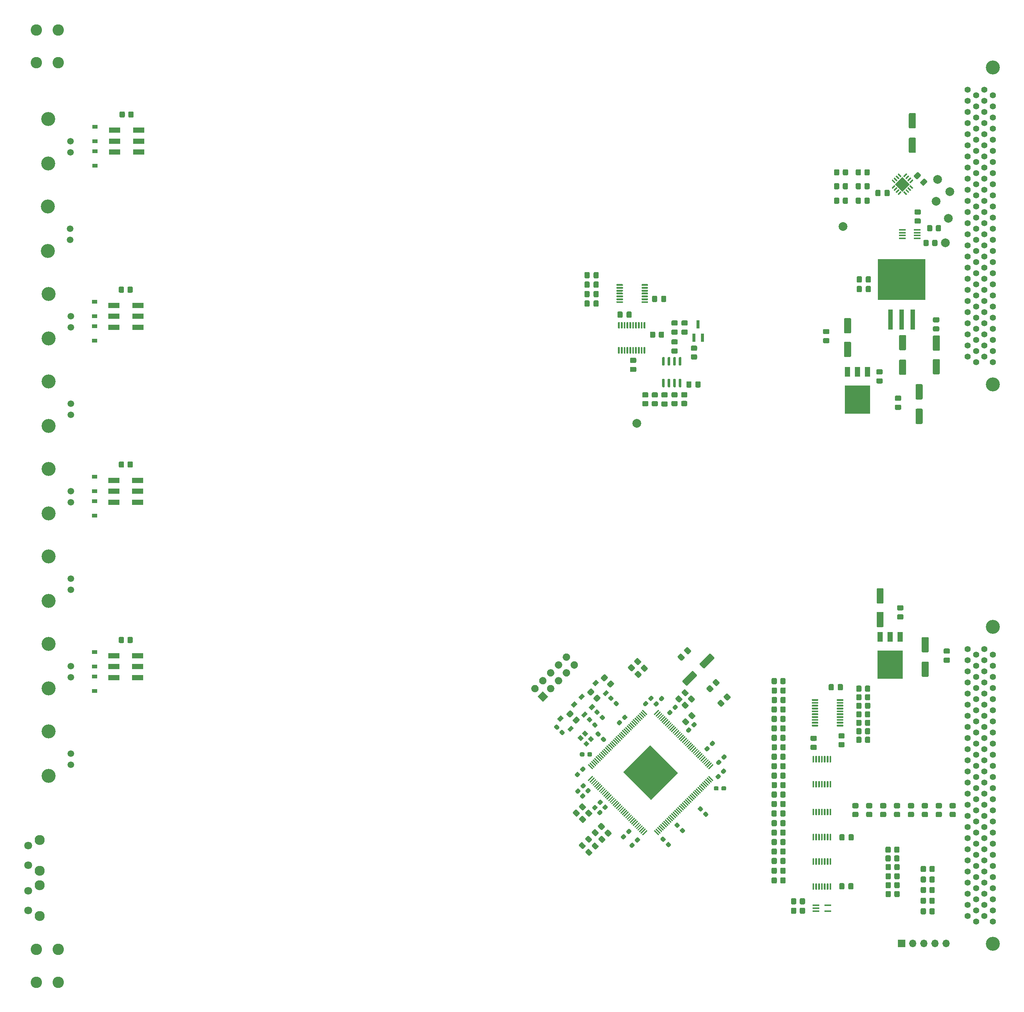
<source format=gbr>
%TF.GenerationSoftware,KiCad,Pcbnew,5.1.10-88a1d61d58~88~ubuntu20.04.1*%
%TF.CreationDate,2021-06-01T23:58:10+02:00*%
%TF.ProjectId,bkm-68x-simple,626b6d2d-3638-4782-9d73-696d706c652e,rev?*%
%TF.SameCoordinates,Original*%
%TF.FileFunction,Soldermask,Top*%
%TF.FilePolarity,Negative*%
%FSLAX46Y46*%
G04 Gerber Fmt 4.6, Leading zero omitted, Abs format (unit mm)*
G04 Created by KiCad (PCBNEW 5.1.10-88a1d61d58~88~ubuntu20.04.1) date 2021-06-01 23:58:10*
%MOMM*%
%LPD*%
G01*
G04 APERTURE LIST*
%ADD10C,0.100000*%
%ADD11C,3.200000*%
%ADD12C,1.400000*%
%ADD13C,2.300000*%
%ADD14C,1.800000*%
%ADD15C,1.500000*%
%ADD16R,1.600000X0.300000*%
%ADD17R,1.200000X0.900000*%
%ADD18C,2.000000*%
%ADD19R,1.700000X1.700000*%
%ADD20O,1.700000X1.700000*%
%ADD21R,1.200000X2.200000*%
%ADD22R,5.800000X6.400000*%
%ADD23R,1.100000X4.600000*%
%ADD24R,10.800000X9.400000*%
%ADD25R,1.500000X0.400000*%
%ADD26R,2.500000X1.200000*%
%ADD27R,0.800000X1.900000*%
%ADD28C,2.600000*%
G04 APERTURE END LIST*
%TO.C,U1*%
G36*
G01*
X252033064Y-77551822D02*
X251909320Y-77428078D01*
G75*
G02*
X251909320Y-77304334I61872J61872D01*
G01*
X252475006Y-76738648D01*
G75*
G02*
X252598750Y-76738648I61872J-61872D01*
G01*
X252722494Y-76862392D01*
G75*
G02*
X252722494Y-76986136I-61872J-61872D01*
G01*
X252156808Y-77551822D01*
G75*
G02*
X252033064Y-77551822I-61872J61872D01*
G01*
G37*
G36*
G01*
X252492683Y-78011441D02*
X252368939Y-77887697D01*
G75*
G02*
X252368939Y-77763953I61872J61872D01*
G01*
X252934625Y-77198267D01*
G75*
G02*
X253058369Y-77198267I61872J-61872D01*
G01*
X253182113Y-77322011D01*
G75*
G02*
X253182113Y-77445755I-61872J-61872D01*
G01*
X252616427Y-78011441D01*
G75*
G02*
X252492683Y-78011441I-61872J61872D01*
G01*
G37*
G36*
G01*
X252952303Y-78471061D02*
X252828559Y-78347317D01*
G75*
G02*
X252828559Y-78223573I61872J61872D01*
G01*
X253394245Y-77657887D01*
G75*
G02*
X253517989Y-77657887I61872J-61872D01*
G01*
X253641733Y-77781631D01*
G75*
G02*
X253641733Y-77905375I-61872J-61872D01*
G01*
X253076047Y-78471061D01*
G75*
G02*
X252952303Y-78471061I-61872J61872D01*
G01*
G37*
G36*
G01*
X253411922Y-78930680D02*
X253288178Y-78806936D01*
G75*
G02*
X253288178Y-78683192I61872J61872D01*
G01*
X253853864Y-78117506D01*
G75*
G02*
X253977608Y-78117506I61872J-61872D01*
G01*
X254101352Y-78241250D01*
G75*
G02*
X254101352Y-78364994I-61872J-61872D01*
G01*
X253535666Y-78930680D01*
G75*
G02*
X253411922Y-78930680I-61872J61872D01*
G01*
G37*
G36*
G01*
X255144334Y-78930680D02*
X254578648Y-78364994D01*
G75*
G02*
X254578648Y-78241250I61872J61872D01*
G01*
X254702392Y-78117506D01*
G75*
G02*
X254826136Y-78117506I61872J-61872D01*
G01*
X255391822Y-78683192D01*
G75*
G02*
X255391822Y-78806936I-61872J-61872D01*
G01*
X255268078Y-78930680D01*
G75*
G02*
X255144334Y-78930680I-61872J61872D01*
G01*
G37*
G36*
G01*
X255603953Y-78471061D02*
X255038267Y-77905375D01*
G75*
G02*
X255038267Y-77781631I61872J61872D01*
G01*
X255162011Y-77657887D01*
G75*
G02*
X255285755Y-77657887I61872J-61872D01*
G01*
X255851441Y-78223573D01*
G75*
G02*
X255851441Y-78347317I-61872J-61872D01*
G01*
X255727697Y-78471061D01*
G75*
G02*
X255603953Y-78471061I-61872J61872D01*
G01*
G37*
G36*
G01*
X256063573Y-78011441D02*
X255497887Y-77445755D01*
G75*
G02*
X255497887Y-77322011I61872J61872D01*
G01*
X255621631Y-77198267D01*
G75*
G02*
X255745375Y-77198267I61872J-61872D01*
G01*
X256311061Y-77763953D01*
G75*
G02*
X256311061Y-77887697I-61872J-61872D01*
G01*
X256187317Y-78011441D01*
G75*
G02*
X256063573Y-78011441I-61872J61872D01*
G01*
G37*
G36*
G01*
X256523192Y-77551822D02*
X255957506Y-76986136D01*
G75*
G02*
X255957506Y-76862392I61872J61872D01*
G01*
X256081250Y-76738648D01*
G75*
G02*
X256204994Y-76738648I61872J-61872D01*
G01*
X256770680Y-77304334D01*
G75*
G02*
X256770680Y-77428078I-61872J-61872D01*
G01*
X256646936Y-77551822D01*
G75*
G02*
X256523192Y-77551822I-61872J61872D01*
G01*
G37*
G36*
G01*
X256081250Y-76261352D02*
X255957506Y-76137608D01*
G75*
G02*
X255957506Y-76013864I61872J61872D01*
G01*
X256523192Y-75448178D01*
G75*
G02*
X256646936Y-75448178I61872J-61872D01*
G01*
X256770680Y-75571922D01*
G75*
G02*
X256770680Y-75695666I-61872J-61872D01*
G01*
X256204994Y-76261352D01*
G75*
G02*
X256081250Y-76261352I-61872J61872D01*
G01*
G37*
G36*
G01*
X255621631Y-75801733D02*
X255497887Y-75677989D01*
G75*
G02*
X255497887Y-75554245I61872J61872D01*
G01*
X256063573Y-74988559D01*
G75*
G02*
X256187317Y-74988559I61872J-61872D01*
G01*
X256311061Y-75112303D01*
G75*
G02*
X256311061Y-75236047I-61872J-61872D01*
G01*
X255745375Y-75801733D01*
G75*
G02*
X255621631Y-75801733I-61872J61872D01*
G01*
G37*
G36*
G01*
X255162011Y-75342113D02*
X255038267Y-75218369D01*
G75*
G02*
X255038267Y-75094625I61872J61872D01*
G01*
X255603953Y-74528939D01*
G75*
G02*
X255727697Y-74528939I61872J-61872D01*
G01*
X255851441Y-74652683D01*
G75*
G02*
X255851441Y-74776427I-61872J-61872D01*
G01*
X255285755Y-75342113D01*
G75*
G02*
X255162011Y-75342113I-61872J61872D01*
G01*
G37*
G36*
G01*
X254702392Y-74882494D02*
X254578648Y-74758750D01*
G75*
G02*
X254578648Y-74635006I61872J61872D01*
G01*
X255144334Y-74069320D01*
G75*
G02*
X255268078Y-74069320I61872J-61872D01*
G01*
X255391822Y-74193064D01*
G75*
G02*
X255391822Y-74316808I-61872J-61872D01*
G01*
X254826136Y-74882494D01*
G75*
G02*
X254702392Y-74882494I-61872J61872D01*
G01*
G37*
G36*
G01*
X253853864Y-74882494D02*
X253288178Y-74316808D01*
G75*
G02*
X253288178Y-74193064I61872J61872D01*
G01*
X253411922Y-74069320D01*
G75*
G02*
X253535666Y-74069320I61872J-61872D01*
G01*
X254101352Y-74635006D01*
G75*
G02*
X254101352Y-74758750I-61872J-61872D01*
G01*
X253977608Y-74882494D01*
G75*
G02*
X253853864Y-74882494I-61872J61872D01*
G01*
G37*
G36*
G01*
X253394245Y-75342113D02*
X252828559Y-74776427D01*
G75*
G02*
X252828559Y-74652683I61872J61872D01*
G01*
X252952303Y-74528939D01*
G75*
G02*
X253076047Y-74528939I61872J-61872D01*
G01*
X253641733Y-75094625D01*
G75*
G02*
X253641733Y-75218369I-61872J-61872D01*
G01*
X253517989Y-75342113D01*
G75*
G02*
X253394245Y-75342113I-61872J61872D01*
G01*
G37*
G36*
G01*
X252934625Y-75801733D02*
X252368939Y-75236047D01*
G75*
G02*
X252368939Y-75112303I61872J61872D01*
G01*
X252492683Y-74988559D01*
G75*
G02*
X252616427Y-74988559I61872J-61872D01*
G01*
X253182113Y-75554245D01*
G75*
G02*
X253182113Y-75677989I-61872J-61872D01*
G01*
X253058369Y-75801733D01*
G75*
G02*
X252934625Y-75801733I-61872J61872D01*
G01*
G37*
G36*
G01*
X252475006Y-76261352D02*
X251909320Y-75695666D01*
G75*
G02*
X251909320Y-75571922I61872J61872D01*
G01*
X252033064Y-75448178D01*
G75*
G02*
X252156808Y-75448178I61872J-61872D01*
G01*
X252722494Y-76013864D01*
G75*
G02*
X252722494Y-76137608I-61872J-61872D01*
G01*
X252598750Y-76261352D01*
G75*
G02*
X252475006Y-76261352I-61872J61872D01*
G01*
G37*
D10*
G36*
X254340000Y-78197056D02*
G01*
X252642944Y-76500000D01*
X254340000Y-74802944D01*
X256037056Y-76500000D01*
X254340000Y-78197056D01*
G37*
%TD*%
D11*
%TO.C,CN985*%
X274955000Y-122210000D03*
X274955000Y-49820000D03*
D12*
X274955000Y-56170000D03*
X274955000Y-58710000D03*
X274955000Y-61250000D03*
X274955000Y-63790000D03*
X274955000Y-66330000D03*
X274955000Y-68870000D03*
X274955000Y-71410000D03*
X274955000Y-73950000D03*
X274955000Y-76490000D03*
X274955000Y-79030000D03*
X274955000Y-81570000D03*
X274955000Y-84110000D03*
X274955000Y-86650000D03*
X274955000Y-89190000D03*
X274955000Y-91730000D03*
X274955000Y-94270000D03*
X274955000Y-96810000D03*
X274955000Y-99350000D03*
X274955000Y-101890000D03*
X274955000Y-104430000D03*
X274955000Y-106970000D03*
X274955000Y-109510000D03*
X274955000Y-112050000D03*
X274955000Y-114590000D03*
X274955000Y-117130000D03*
X269240000Y-54900000D03*
X269240000Y-57440000D03*
X269240000Y-59980000D03*
X269240000Y-62520000D03*
X269240000Y-65060000D03*
X269240000Y-67600000D03*
X269240000Y-70140000D03*
X269240000Y-72680000D03*
X269240000Y-75220000D03*
X269240000Y-77760000D03*
X269240000Y-80300000D03*
X269240000Y-82840000D03*
X269240000Y-85380000D03*
X269240000Y-87920000D03*
X269240000Y-90460000D03*
X269240000Y-93000000D03*
X269240000Y-95540000D03*
X269240000Y-98080000D03*
X269240000Y-100620000D03*
X269240000Y-103160000D03*
X269240000Y-105700000D03*
X269240000Y-108240000D03*
X269240000Y-110780000D03*
X269240000Y-113320000D03*
X269240000Y-115860000D03*
X271145000Y-56170000D03*
X271145000Y-58710000D03*
X271145000Y-61250000D03*
X271145000Y-63790000D03*
X271145000Y-66330000D03*
X271145000Y-68870000D03*
X271145000Y-71410000D03*
X271145000Y-73950000D03*
X271145000Y-76490000D03*
X271145000Y-79030000D03*
X271145000Y-81570000D03*
X271145000Y-84110000D03*
X271145000Y-86650000D03*
X271145000Y-89190000D03*
X271145000Y-91730000D03*
X271145000Y-94270000D03*
X271145000Y-96810000D03*
X271145000Y-99350000D03*
X271145000Y-101890000D03*
X271145000Y-104430000D03*
X271145000Y-106970000D03*
X271145000Y-109510000D03*
X271145000Y-112050000D03*
X271145000Y-114590000D03*
X271145000Y-117130000D03*
X273050000Y-54900000D03*
X273050000Y-57440000D03*
X273050000Y-59980000D03*
X273050000Y-62520000D03*
X273050000Y-65060000D03*
X273050000Y-67600000D03*
X273050000Y-70140000D03*
X273050000Y-72680000D03*
X273050000Y-75220000D03*
X273050000Y-77760000D03*
X273050000Y-80300000D03*
X273050000Y-82840000D03*
X273050000Y-85380000D03*
X273050000Y-87920000D03*
X273050000Y-90460000D03*
X273050000Y-93000000D03*
X273050000Y-95540000D03*
X273050000Y-98080000D03*
X273050000Y-100620000D03*
X273050000Y-103160000D03*
X273050000Y-105700000D03*
X273050000Y-108240000D03*
X273050000Y-110780000D03*
X273050000Y-113320000D03*
X273050000Y-115860000D03*
%TD*%
D11*
%TO.C,CN986*%
X274955000Y-250010000D03*
X274955000Y-177620000D03*
D12*
X274955000Y-183970000D03*
X274955000Y-186510000D03*
X274955000Y-189050000D03*
X274955000Y-191590000D03*
X274955000Y-194130000D03*
X274955000Y-196670000D03*
X274955000Y-199210000D03*
X274955000Y-201750000D03*
X274955000Y-204290000D03*
X274955000Y-206830000D03*
X274955000Y-209370000D03*
X274955000Y-211910000D03*
X274955000Y-214450000D03*
X274955000Y-216990000D03*
X274955000Y-219530000D03*
X274955000Y-222070000D03*
X274955000Y-224610000D03*
X274955000Y-227150000D03*
X274955000Y-229690000D03*
X274955000Y-232230000D03*
X274955000Y-234770000D03*
X274955000Y-237310000D03*
X274955000Y-239850000D03*
X274955000Y-242390000D03*
X274955000Y-244930000D03*
X269240000Y-182700000D03*
X269240000Y-185240000D03*
X269240000Y-187780000D03*
X269240000Y-190320000D03*
X269240000Y-192860000D03*
X269240000Y-195400000D03*
X269240000Y-197940000D03*
X269240000Y-200480000D03*
X269240000Y-203020000D03*
X269240000Y-205560000D03*
X269240000Y-208100000D03*
X269240000Y-210640000D03*
X269240000Y-213180000D03*
X269240000Y-215720000D03*
X269240000Y-218260000D03*
X269240000Y-220800000D03*
X269240000Y-223340000D03*
X269240000Y-225880000D03*
X269240000Y-228420000D03*
X269240000Y-230960000D03*
X269240000Y-233500000D03*
X269240000Y-236040000D03*
X269240000Y-238580000D03*
X269240000Y-241120000D03*
X269240000Y-243660000D03*
X271145000Y-183970000D03*
X271145000Y-186510000D03*
X271145000Y-189050000D03*
X271145000Y-191590000D03*
X271145000Y-194130000D03*
X271145000Y-196670000D03*
X271145000Y-199210000D03*
X271145000Y-201750000D03*
X271145000Y-204290000D03*
X271145000Y-206830000D03*
X271145000Y-209370000D03*
X271145000Y-211910000D03*
X271145000Y-214450000D03*
X271145000Y-216990000D03*
X271145000Y-219530000D03*
X271145000Y-222070000D03*
X271145000Y-224610000D03*
X271145000Y-227150000D03*
X271145000Y-229690000D03*
X271145000Y-232230000D03*
X271145000Y-234770000D03*
X271145000Y-237310000D03*
X271145000Y-239850000D03*
X271145000Y-242390000D03*
X271145000Y-244930000D03*
X273050000Y-182700000D03*
X273050000Y-185240000D03*
X273050000Y-187780000D03*
X273050000Y-190320000D03*
X273050000Y-192860000D03*
X273050000Y-195400000D03*
X273050000Y-197940000D03*
X273050000Y-200480000D03*
X273050000Y-203020000D03*
X273050000Y-205560000D03*
X273050000Y-208100000D03*
X273050000Y-210640000D03*
X273050000Y-213180000D03*
X273050000Y-215720000D03*
X273050000Y-218260000D03*
X273050000Y-220800000D03*
X273050000Y-223340000D03*
X273050000Y-225880000D03*
X273050000Y-228420000D03*
X273050000Y-230960000D03*
X273050000Y-233500000D03*
X273050000Y-236040000D03*
X273050000Y-238580000D03*
X273050000Y-241120000D03*
X273050000Y-243660000D03*
%TD*%
D13*
%TO.C,SW1*%
X57341400Y-243621100D03*
X57341400Y-236621100D03*
D14*
X54791400Y-242371100D03*
X54791400Y-237871100D03*
%TD*%
D13*
%TO.C,SW2*%
X57341400Y-233270600D03*
X57341400Y-226270600D03*
D14*
X54791400Y-232020600D03*
X54791400Y-227520600D03*
%TD*%
%TO.C,R77*%
G36*
G01*
X182833665Y-219424737D02*
X183470063Y-220061135D01*
G75*
G02*
X183470063Y-220414687I-176776J-176776D01*
G01*
X182975087Y-220909663D01*
G75*
G02*
X182621535Y-220909663I-176776J176776D01*
G01*
X181985137Y-220273265D01*
G75*
G02*
X181985137Y-219919713I176776J176776D01*
G01*
X182480113Y-219424737D01*
G75*
G02*
X182833665Y-219424737I176776J-176776D01*
G01*
G37*
G36*
G01*
X181419451Y-220838951D02*
X182055849Y-221475349D01*
G75*
G02*
X182055849Y-221828901I-176776J-176776D01*
G01*
X181560873Y-222323877D01*
G75*
G02*
X181207321Y-222323877I-176776J176776D01*
G01*
X180570923Y-221687479D01*
G75*
G02*
X180570923Y-221333927I176776J176776D01*
G01*
X181065899Y-220838951D01*
G75*
G02*
X181419451Y-220838951I176776J-176776D01*
G01*
G37*
%TD*%
D10*
%TO.C,U9*%
G36*
X180910429Y-203664086D02*
G01*
X180167967Y-202921624D01*
X180839719Y-202249872D01*
X181582181Y-202992334D01*
X180910429Y-203664086D01*
G37*
G36*
X182218576Y-204972233D02*
G01*
X181476114Y-204229771D01*
X182147866Y-203558019D01*
X182890328Y-204300481D01*
X182218576Y-204972233D01*
G37*
G36*
X183243881Y-203946928D02*
G01*
X182501419Y-203204466D01*
X183173171Y-202532714D01*
X183915633Y-203275176D01*
X183243881Y-203946928D01*
G37*
G36*
X181935734Y-202638781D02*
G01*
X181193272Y-201896319D01*
X181865024Y-201224567D01*
X182607486Y-201967029D01*
X181935734Y-202638781D01*
G37*
%TD*%
%TO.C,R72*%
G36*
G01*
X259131000Y-90366001D02*
X259131000Y-89465999D01*
G75*
G02*
X259380999Y-89216000I249999J0D01*
G01*
X260081001Y-89216000D01*
G75*
G02*
X260331000Y-89465999I0J-249999D01*
G01*
X260331000Y-90366001D01*
G75*
G02*
X260081001Y-90616000I-249999J0D01*
G01*
X259380999Y-90616000D01*
G75*
G02*
X259131000Y-90366001I0J249999D01*
G01*
G37*
G36*
G01*
X261131000Y-90366001D02*
X261131000Y-89465999D01*
G75*
G02*
X261380999Y-89216000I249999J0D01*
G01*
X262081001Y-89216000D01*
G75*
G02*
X262331000Y-89465999I0J-249999D01*
G01*
X262331000Y-90366001D01*
G75*
G02*
X262081001Y-90616000I-249999J0D01*
G01*
X261380999Y-90616000D01*
G75*
G02*
X261131000Y-90366001I0J249999D01*
G01*
G37*
%TD*%
%TO.C,R71*%
G36*
G01*
X261956500Y-87000501D02*
X261956500Y-86100499D01*
G75*
G02*
X262206499Y-85850500I249999J0D01*
G01*
X262906501Y-85850500D01*
G75*
G02*
X263156500Y-86100499I0J-249999D01*
G01*
X263156500Y-87000501D01*
G75*
G02*
X262906501Y-87250500I-249999J0D01*
G01*
X262206499Y-87250500D01*
G75*
G02*
X261956500Y-87000501I0J249999D01*
G01*
G37*
G36*
G01*
X259956500Y-87000501D02*
X259956500Y-86100499D01*
G75*
G02*
X260206499Y-85850500I249999J0D01*
G01*
X260906501Y-85850500D01*
G75*
G02*
X261156500Y-86100499I0J-249999D01*
G01*
X261156500Y-87000501D01*
G75*
G02*
X260906501Y-87250500I-249999J0D01*
G01*
X260206499Y-87250500D01*
G75*
G02*
X259956500Y-87000501I0J249999D01*
G01*
G37*
%TD*%
%TO.C,C14*%
G36*
G01*
X254918300Y-114443800D02*
X253818300Y-114443800D01*
G75*
G02*
X253568300Y-114193800I0J250000D01*
G01*
X253568300Y-111193800D01*
G75*
G02*
X253818300Y-110943800I250000J0D01*
G01*
X254918300Y-110943800D01*
G75*
G02*
X255168300Y-111193800I0J-250000D01*
G01*
X255168300Y-114193800D01*
G75*
G02*
X254918300Y-114443800I-250000J0D01*
G01*
G37*
G36*
G01*
X254918300Y-120043800D02*
X253818300Y-120043800D01*
G75*
G02*
X253568300Y-119793800I0J250000D01*
G01*
X253568300Y-116793800D01*
G75*
G02*
X253818300Y-116543800I250000J0D01*
G01*
X254918300Y-116543800D01*
G75*
G02*
X255168300Y-116793800I0J-250000D01*
G01*
X255168300Y-119793800D01*
G75*
G02*
X254918300Y-120043800I-250000J0D01*
G01*
G37*
%TD*%
%TO.C,C15*%
G36*
G01*
X245070300Y-97772200D02*
X245070300Y-98722200D01*
G75*
G02*
X244820300Y-98972200I-250000J0D01*
G01*
X244145300Y-98972200D01*
G75*
G02*
X243895300Y-98722200I0J250000D01*
G01*
X243895300Y-97772200D01*
G75*
G02*
X244145300Y-97522200I250000J0D01*
G01*
X244820300Y-97522200D01*
G75*
G02*
X245070300Y-97772200I0J-250000D01*
G01*
G37*
G36*
G01*
X247145300Y-97772200D02*
X247145300Y-98722200D01*
G75*
G02*
X246895300Y-98972200I-250000J0D01*
G01*
X246220300Y-98972200D01*
G75*
G02*
X245970300Y-98722200I0J250000D01*
G01*
X245970300Y-97772200D01*
G75*
G02*
X246220300Y-97522200I250000J0D01*
G01*
X246895300Y-97522200D01*
G75*
G02*
X247145300Y-97772200I0J-250000D01*
G01*
G37*
%TD*%
%TO.C,U7*%
G36*
G01*
X237790000Y-236186000D02*
X237990000Y-236186000D01*
G75*
G02*
X238090000Y-236286000I0J-100000D01*
G01*
X238090000Y-237561000D01*
G75*
G02*
X237990000Y-237661000I-100000J0D01*
G01*
X237790000Y-237661000D01*
G75*
G02*
X237690000Y-237561000I0J100000D01*
G01*
X237690000Y-236286000D01*
G75*
G02*
X237790000Y-236186000I100000J0D01*
G01*
G37*
G36*
G01*
X237140000Y-236186000D02*
X237340000Y-236186000D01*
G75*
G02*
X237440000Y-236286000I0J-100000D01*
G01*
X237440000Y-237561000D01*
G75*
G02*
X237340000Y-237661000I-100000J0D01*
G01*
X237140000Y-237661000D01*
G75*
G02*
X237040000Y-237561000I0J100000D01*
G01*
X237040000Y-236286000D01*
G75*
G02*
X237140000Y-236186000I100000J0D01*
G01*
G37*
G36*
G01*
X236490000Y-236186000D02*
X236690000Y-236186000D01*
G75*
G02*
X236790000Y-236286000I0J-100000D01*
G01*
X236790000Y-237561000D01*
G75*
G02*
X236690000Y-237661000I-100000J0D01*
G01*
X236490000Y-237661000D01*
G75*
G02*
X236390000Y-237561000I0J100000D01*
G01*
X236390000Y-236286000D01*
G75*
G02*
X236490000Y-236186000I100000J0D01*
G01*
G37*
G36*
G01*
X235840000Y-236186000D02*
X236040000Y-236186000D01*
G75*
G02*
X236140000Y-236286000I0J-100000D01*
G01*
X236140000Y-237561000D01*
G75*
G02*
X236040000Y-237661000I-100000J0D01*
G01*
X235840000Y-237661000D01*
G75*
G02*
X235740000Y-237561000I0J100000D01*
G01*
X235740000Y-236286000D01*
G75*
G02*
X235840000Y-236186000I100000J0D01*
G01*
G37*
G36*
G01*
X235190000Y-236186000D02*
X235390000Y-236186000D01*
G75*
G02*
X235490000Y-236286000I0J-100000D01*
G01*
X235490000Y-237561000D01*
G75*
G02*
X235390000Y-237661000I-100000J0D01*
G01*
X235190000Y-237661000D01*
G75*
G02*
X235090000Y-237561000I0J100000D01*
G01*
X235090000Y-236286000D01*
G75*
G02*
X235190000Y-236186000I100000J0D01*
G01*
G37*
G36*
G01*
X234540000Y-236186000D02*
X234740000Y-236186000D01*
G75*
G02*
X234840000Y-236286000I0J-100000D01*
G01*
X234840000Y-237561000D01*
G75*
G02*
X234740000Y-237661000I-100000J0D01*
G01*
X234540000Y-237661000D01*
G75*
G02*
X234440000Y-237561000I0J100000D01*
G01*
X234440000Y-236286000D01*
G75*
G02*
X234540000Y-236186000I100000J0D01*
G01*
G37*
G36*
G01*
X233890000Y-236186000D02*
X234090000Y-236186000D01*
G75*
G02*
X234190000Y-236286000I0J-100000D01*
G01*
X234190000Y-237561000D01*
G75*
G02*
X234090000Y-237661000I-100000J0D01*
G01*
X233890000Y-237661000D01*
G75*
G02*
X233790000Y-237561000I0J100000D01*
G01*
X233790000Y-236286000D01*
G75*
G02*
X233890000Y-236186000I100000J0D01*
G01*
G37*
G36*
G01*
X233890000Y-230461000D02*
X234090000Y-230461000D01*
G75*
G02*
X234190000Y-230561000I0J-100000D01*
G01*
X234190000Y-231836000D01*
G75*
G02*
X234090000Y-231936000I-100000J0D01*
G01*
X233890000Y-231936000D01*
G75*
G02*
X233790000Y-231836000I0J100000D01*
G01*
X233790000Y-230561000D01*
G75*
G02*
X233890000Y-230461000I100000J0D01*
G01*
G37*
G36*
G01*
X234540000Y-230461000D02*
X234740000Y-230461000D01*
G75*
G02*
X234840000Y-230561000I0J-100000D01*
G01*
X234840000Y-231836000D01*
G75*
G02*
X234740000Y-231936000I-100000J0D01*
G01*
X234540000Y-231936000D01*
G75*
G02*
X234440000Y-231836000I0J100000D01*
G01*
X234440000Y-230561000D01*
G75*
G02*
X234540000Y-230461000I100000J0D01*
G01*
G37*
G36*
G01*
X235190000Y-230461000D02*
X235390000Y-230461000D01*
G75*
G02*
X235490000Y-230561000I0J-100000D01*
G01*
X235490000Y-231836000D01*
G75*
G02*
X235390000Y-231936000I-100000J0D01*
G01*
X235190000Y-231936000D01*
G75*
G02*
X235090000Y-231836000I0J100000D01*
G01*
X235090000Y-230561000D01*
G75*
G02*
X235190000Y-230461000I100000J0D01*
G01*
G37*
G36*
G01*
X235840000Y-230461000D02*
X236040000Y-230461000D01*
G75*
G02*
X236140000Y-230561000I0J-100000D01*
G01*
X236140000Y-231836000D01*
G75*
G02*
X236040000Y-231936000I-100000J0D01*
G01*
X235840000Y-231936000D01*
G75*
G02*
X235740000Y-231836000I0J100000D01*
G01*
X235740000Y-230561000D01*
G75*
G02*
X235840000Y-230461000I100000J0D01*
G01*
G37*
G36*
G01*
X236490000Y-230461000D02*
X236690000Y-230461000D01*
G75*
G02*
X236790000Y-230561000I0J-100000D01*
G01*
X236790000Y-231836000D01*
G75*
G02*
X236690000Y-231936000I-100000J0D01*
G01*
X236490000Y-231936000D01*
G75*
G02*
X236390000Y-231836000I0J100000D01*
G01*
X236390000Y-230561000D01*
G75*
G02*
X236490000Y-230461000I100000J0D01*
G01*
G37*
G36*
G01*
X237140000Y-230461000D02*
X237340000Y-230461000D01*
G75*
G02*
X237440000Y-230561000I0J-100000D01*
G01*
X237440000Y-231836000D01*
G75*
G02*
X237340000Y-231936000I-100000J0D01*
G01*
X237140000Y-231936000D01*
G75*
G02*
X237040000Y-231836000I0J100000D01*
G01*
X237040000Y-230561000D01*
G75*
G02*
X237140000Y-230461000I100000J0D01*
G01*
G37*
G36*
G01*
X237790000Y-230461000D02*
X237990000Y-230461000D01*
G75*
G02*
X238090000Y-230561000I0J-100000D01*
G01*
X238090000Y-231836000D01*
G75*
G02*
X237990000Y-231936000I-100000J0D01*
G01*
X237790000Y-231936000D01*
G75*
G02*
X237690000Y-231836000I0J100000D01*
G01*
X237690000Y-230561000D01*
G75*
G02*
X237790000Y-230461000I100000J0D01*
G01*
G37*
%TD*%
D15*
%TO.C,J1*%
X64418000Y-69215000D03*
D11*
X59338000Y-61595000D03*
X59338000Y-71755000D03*
D15*
X64418000Y-66675000D03*
%TD*%
%TO.C,J2*%
X64519600Y-109196800D03*
D11*
X59439600Y-101576800D03*
X59439600Y-111736800D03*
D15*
X64519600Y-106656800D03*
%TD*%
%TO.C,J3*%
X64519600Y-149151000D03*
D11*
X59439600Y-141531000D03*
X59439600Y-151691000D03*
D15*
X64519600Y-146611000D03*
%TD*%
%TO.C,J4*%
X64519600Y-189130600D03*
D11*
X59439600Y-181510600D03*
X59439600Y-191670600D03*
D15*
X64519600Y-186590600D03*
%TD*%
%TO.C,U2*%
G36*
G01*
X189059000Y-99623000D02*
X189059000Y-99423000D01*
G75*
G02*
X189159000Y-99323000I100000J0D01*
G01*
X190434000Y-99323000D01*
G75*
G02*
X190534000Y-99423000I0J-100000D01*
G01*
X190534000Y-99623000D01*
G75*
G02*
X190434000Y-99723000I-100000J0D01*
G01*
X189159000Y-99723000D01*
G75*
G02*
X189059000Y-99623000I0J100000D01*
G01*
G37*
G36*
G01*
X189059000Y-100273000D02*
X189059000Y-100073000D01*
G75*
G02*
X189159000Y-99973000I100000J0D01*
G01*
X190434000Y-99973000D01*
G75*
G02*
X190534000Y-100073000I0J-100000D01*
G01*
X190534000Y-100273000D01*
G75*
G02*
X190434000Y-100373000I-100000J0D01*
G01*
X189159000Y-100373000D01*
G75*
G02*
X189059000Y-100273000I0J100000D01*
G01*
G37*
G36*
G01*
X189059000Y-100923000D02*
X189059000Y-100723000D01*
G75*
G02*
X189159000Y-100623000I100000J0D01*
G01*
X190434000Y-100623000D01*
G75*
G02*
X190534000Y-100723000I0J-100000D01*
G01*
X190534000Y-100923000D01*
G75*
G02*
X190434000Y-101023000I-100000J0D01*
G01*
X189159000Y-101023000D01*
G75*
G02*
X189059000Y-100923000I0J100000D01*
G01*
G37*
G36*
G01*
X189059000Y-101573000D02*
X189059000Y-101373000D01*
G75*
G02*
X189159000Y-101273000I100000J0D01*
G01*
X190434000Y-101273000D01*
G75*
G02*
X190534000Y-101373000I0J-100000D01*
G01*
X190534000Y-101573000D01*
G75*
G02*
X190434000Y-101673000I-100000J0D01*
G01*
X189159000Y-101673000D01*
G75*
G02*
X189059000Y-101573000I0J100000D01*
G01*
G37*
G36*
G01*
X189059000Y-102223000D02*
X189059000Y-102023000D01*
G75*
G02*
X189159000Y-101923000I100000J0D01*
G01*
X190434000Y-101923000D01*
G75*
G02*
X190534000Y-102023000I0J-100000D01*
G01*
X190534000Y-102223000D01*
G75*
G02*
X190434000Y-102323000I-100000J0D01*
G01*
X189159000Y-102323000D01*
G75*
G02*
X189059000Y-102223000I0J100000D01*
G01*
G37*
G36*
G01*
X189059000Y-102873000D02*
X189059000Y-102673000D01*
G75*
G02*
X189159000Y-102573000I100000J0D01*
G01*
X190434000Y-102573000D01*
G75*
G02*
X190534000Y-102673000I0J-100000D01*
G01*
X190534000Y-102873000D01*
G75*
G02*
X190434000Y-102973000I-100000J0D01*
G01*
X189159000Y-102973000D01*
G75*
G02*
X189059000Y-102873000I0J100000D01*
G01*
G37*
G36*
G01*
X189059000Y-103523000D02*
X189059000Y-103323000D01*
G75*
G02*
X189159000Y-103223000I100000J0D01*
G01*
X190434000Y-103223000D01*
G75*
G02*
X190534000Y-103323000I0J-100000D01*
G01*
X190534000Y-103523000D01*
G75*
G02*
X190434000Y-103623000I-100000J0D01*
G01*
X189159000Y-103623000D01*
G75*
G02*
X189059000Y-103523000I0J100000D01*
G01*
G37*
G36*
G01*
X194784000Y-103523000D02*
X194784000Y-103323000D01*
G75*
G02*
X194884000Y-103223000I100000J0D01*
G01*
X196159000Y-103223000D01*
G75*
G02*
X196259000Y-103323000I0J-100000D01*
G01*
X196259000Y-103523000D01*
G75*
G02*
X196159000Y-103623000I-100000J0D01*
G01*
X194884000Y-103623000D01*
G75*
G02*
X194784000Y-103523000I0J100000D01*
G01*
G37*
G36*
G01*
X194784000Y-102873000D02*
X194784000Y-102673000D01*
G75*
G02*
X194884000Y-102573000I100000J0D01*
G01*
X196159000Y-102573000D01*
G75*
G02*
X196259000Y-102673000I0J-100000D01*
G01*
X196259000Y-102873000D01*
G75*
G02*
X196159000Y-102973000I-100000J0D01*
G01*
X194884000Y-102973000D01*
G75*
G02*
X194784000Y-102873000I0J100000D01*
G01*
G37*
G36*
G01*
X194784000Y-102223000D02*
X194784000Y-102023000D01*
G75*
G02*
X194884000Y-101923000I100000J0D01*
G01*
X196159000Y-101923000D01*
G75*
G02*
X196259000Y-102023000I0J-100000D01*
G01*
X196259000Y-102223000D01*
G75*
G02*
X196159000Y-102323000I-100000J0D01*
G01*
X194884000Y-102323000D01*
G75*
G02*
X194784000Y-102223000I0J100000D01*
G01*
G37*
G36*
G01*
X194784000Y-101573000D02*
X194784000Y-101373000D01*
G75*
G02*
X194884000Y-101273000I100000J0D01*
G01*
X196159000Y-101273000D01*
G75*
G02*
X196259000Y-101373000I0J-100000D01*
G01*
X196259000Y-101573000D01*
G75*
G02*
X196159000Y-101673000I-100000J0D01*
G01*
X194884000Y-101673000D01*
G75*
G02*
X194784000Y-101573000I0J100000D01*
G01*
G37*
G36*
G01*
X194784000Y-100923000D02*
X194784000Y-100723000D01*
G75*
G02*
X194884000Y-100623000I100000J0D01*
G01*
X196159000Y-100623000D01*
G75*
G02*
X196259000Y-100723000I0J-100000D01*
G01*
X196259000Y-100923000D01*
G75*
G02*
X196159000Y-101023000I-100000J0D01*
G01*
X194884000Y-101023000D01*
G75*
G02*
X194784000Y-100923000I0J100000D01*
G01*
G37*
G36*
G01*
X194784000Y-100273000D02*
X194784000Y-100073000D01*
G75*
G02*
X194884000Y-99973000I100000J0D01*
G01*
X196159000Y-99973000D01*
G75*
G02*
X196259000Y-100073000I0J-100000D01*
G01*
X196259000Y-100273000D01*
G75*
G02*
X196159000Y-100373000I-100000J0D01*
G01*
X194884000Y-100373000D01*
G75*
G02*
X194784000Y-100273000I0J100000D01*
G01*
G37*
G36*
G01*
X194784000Y-99623000D02*
X194784000Y-99423000D01*
G75*
G02*
X194884000Y-99323000I100000J0D01*
G01*
X196159000Y-99323000D01*
G75*
G02*
X196259000Y-99423000I0J-100000D01*
G01*
X196259000Y-99623000D01*
G75*
G02*
X196159000Y-99723000I-100000J0D01*
G01*
X194884000Y-99723000D01*
G75*
G02*
X194784000Y-99623000I0J100000D01*
G01*
G37*
%TD*%
%TO.C,U3*%
G36*
G01*
X203428460Y-115985880D02*
X203728460Y-115985880D01*
G75*
G02*
X203878460Y-116135880I0J-150000D01*
G01*
X203878460Y-117785880D01*
G75*
G02*
X203728460Y-117935880I-150000J0D01*
G01*
X203428460Y-117935880D01*
G75*
G02*
X203278460Y-117785880I0J150000D01*
G01*
X203278460Y-116135880D01*
G75*
G02*
X203428460Y-115985880I150000J0D01*
G01*
G37*
G36*
G01*
X202158460Y-115985880D02*
X202458460Y-115985880D01*
G75*
G02*
X202608460Y-116135880I0J-150000D01*
G01*
X202608460Y-117785880D01*
G75*
G02*
X202458460Y-117935880I-150000J0D01*
G01*
X202158460Y-117935880D01*
G75*
G02*
X202008460Y-117785880I0J150000D01*
G01*
X202008460Y-116135880D01*
G75*
G02*
X202158460Y-115985880I150000J0D01*
G01*
G37*
G36*
G01*
X200888460Y-115985880D02*
X201188460Y-115985880D01*
G75*
G02*
X201338460Y-116135880I0J-150000D01*
G01*
X201338460Y-117785880D01*
G75*
G02*
X201188460Y-117935880I-150000J0D01*
G01*
X200888460Y-117935880D01*
G75*
G02*
X200738460Y-117785880I0J150000D01*
G01*
X200738460Y-116135880D01*
G75*
G02*
X200888460Y-115985880I150000J0D01*
G01*
G37*
G36*
G01*
X199618460Y-115985880D02*
X199918460Y-115985880D01*
G75*
G02*
X200068460Y-116135880I0J-150000D01*
G01*
X200068460Y-117785880D01*
G75*
G02*
X199918460Y-117935880I-150000J0D01*
G01*
X199618460Y-117935880D01*
G75*
G02*
X199468460Y-117785880I0J150000D01*
G01*
X199468460Y-116135880D01*
G75*
G02*
X199618460Y-115985880I150000J0D01*
G01*
G37*
G36*
G01*
X199618460Y-120935880D02*
X199918460Y-120935880D01*
G75*
G02*
X200068460Y-121085880I0J-150000D01*
G01*
X200068460Y-122735880D01*
G75*
G02*
X199918460Y-122885880I-150000J0D01*
G01*
X199618460Y-122885880D01*
G75*
G02*
X199468460Y-122735880I0J150000D01*
G01*
X199468460Y-121085880D01*
G75*
G02*
X199618460Y-120935880I150000J0D01*
G01*
G37*
G36*
G01*
X200888460Y-120935880D02*
X201188460Y-120935880D01*
G75*
G02*
X201338460Y-121085880I0J-150000D01*
G01*
X201338460Y-122735880D01*
G75*
G02*
X201188460Y-122885880I-150000J0D01*
G01*
X200888460Y-122885880D01*
G75*
G02*
X200738460Y-122735880I0J150000D01*
G01*
X200738460Y-121085880D01*
G75*
G02*
X200888460Y-120935880I150000J0D01*
G01*
G37*
G36*
G01*
X202158460Y-120935880D02*
X202458460Y-120935880D01*
G75*
G02*
X202608460Y-121085880I0J-150000D01*
G01*
X202608460Y-122735880D01*
G75*
G02*
X202458460Y-122885880I-150000J0D01*
G01*
X202158460Y-122885880D01*
G75*
G02*
X202008460Y-122735880I0J150000D01*
G01*
X202008460Y-121085880D01*
G75*
G02*
X202158460Y-120935880I150000J0D01*
G01*
G37*
G36*
G01*
X203428460Y-120935880D02*
X203728460Y-120935880D01*
G75*
G02*
X203878460Y-121085880I0J-150000D01*
G01*
X203878460Y-122735880D01*
G75*
G02*
X203728460Y-122885880I-150000J0D01*
G01*
X203428460Y-122885880D01*
G75*
G02*
X203278460Y-122735880I0J150000D01*
G01*
X203278460Y-121085880D01*
G75*
G02*
X203428460Y-120935880I150000J0D01*
G01*
G37*
%TD*%
%TO.C,U5*%
G36*
G01*
X234090000Y-214300000D02*
X233890000Y-214300000D01*
G75*
G02*
X233790000Y-214200000I0J100000D01*
G01*
X233790000Y-212925000D01*
G75*
G02*
X233890000Y-212825000I100000J0D01*
G01*
X234090000Y-212825000D01*
G75*
G02*
X234190000Y-212925000I0J-100000D01*
G01*
X234190000Y-214200000D01*
G75*
G02*
X234090000Y-214300000I-100000J0D01*
G01*
G37*
G36*
G01*
X234740000Y-214300000D02*
X234540000Y-214300000D01*
G75*
G02*
X234440000Y-214200000I0J100000D01*
G01*
X234440000Y-212925000D01*
G75*
G02*
X234540000Y-212825000I100000J0D01*
G01*
X234740000Y-212825000D01*
G75*
G02*
X234840000Y-212925000I0J-100000D01*
G01*
X234840000Y-214200000D01*
G75*
G02*
X234740000Y-214300000I-100000J0D01*
G01*
G37*
G36*
G01*
X235390000Y-214300000D02*
X235190000Y-214300000D01*
G75*
G02*
X235090000Y-214200000I0J100000D01*
G01*
X235090000Y-212925000D01*
G75*
G02*
X235190000Y-212825000I100000J0D01*
G01*
X235390000Y-212825000D01*
G75*
G02*
X235490000Y-212925000I0J-100000D01*
G01*
X235490000Y-214200000D01*
G75*
G02*
X235390000Y-214300000I-100000J0D01*
G01*
G37*
G36*
G01*
X236040000Y-214300000D02*
X235840000Y-214300000D01*
G75*
G02*
X235740000Y-214200000I0J100000D01*
G01*
X235740000Y-212925000D01*
G75*
G02*
X235840000Y-212825000I100000J0D01*
G01*
X236040000Y-212825000D01*
G75*
G02*
X236140000Y-212925000I0J-100000D01*
G01*
X236140000Y-214200000D01*
G75*
G02*
X236040000Y-214300000I-100000J0D01*
G01*
G37*
G36*
G01*
X236690000Y-214300000D02*
X236490000Y-214300000D01*
G75*
G02*
X236390000Y-214200000I0J100000D01*
G01*
X236390000Y-212925000D01*
G75*
G02*
X236490000Y-212825000I100000J0D01*
G01*
X236690000Y-212825000D01*
G75*
G02*
X236790000Y-212925000I0J-100000D01*
G01*
X236790000Y-214200000D01*
G75*
G02*
X236690000Y-214300000I-100000J0D01*
G01*
G37*
G36*
G01*
X237340000Y-214300000D02*
X237140000Y-214300000D01*
G75*
G02*
X237040000Y-214200000I0J100000D01*
G01*
X237040000Y-212925000D01*
G75*
G02*
X237140000Y-212825000I100000J0D01*
G01*
X237340000Y-212825000D01*
G75*
G02*
X237440000Y-212925000I0J-100000D01*
G01*
X237440000Y-214200000D01*
G75*
G02*
X237340000Y-214300000I-100000J0D01*
G01*
G37*
G36*
G01*
X237990000Y-214300000D02*
X237790000Y-214300000D01*
G75*
G02*
X237690000Y-214200000I0J100000D01*
G01*
X237690000Y-212925000D01*
G75*
G02*
X237790000Y-212825000I100000J0D01*
G01*
X237990000Y-212825000D01*
G75*
G02*
X238090000Y-212925000I0J-100000D01*
G01*
X238090000Y-214200000D01*
G75*
G02*
X237990000Y-214300000I-100000J0D01*
G01*
G37*
G36*
G01*
X237990000Y-208575000D02*
X237790000Y-208575000D01*
G75*
G02*
X237690000Y-208475000I0J100000D01*
G01*
X237690000Y-207200000D01*
G75*
G02*
X237790000Y-207100000I100000J0D01*
G01*
X237990000Y-207100000D01*
G75*
G02*
X238090000Y-207200000I0J-100000D01*
G01*
X238090000Y-208475000D01*
G75*
G02*
X237990000Y-208575000I-100000J0D01*
G01*
G37*
G36*
G01*
X237340000Y-208575000D02*
X237140000Y-208575000D01*
G75*
G02*
X237040000Y-208475000I0J100000D01*
G01*
X237040000Y-207200000D01*
G75*
G02*
X237140000Y-207100000I100000J0D01*
G01*
X237340000Y-207100000D01*
G75*
G02*
X237440000Y-207200000I0J-100000D01*
G01*
X237440000Y-208475000D01*
G75*
G02*
X237340000Y-208575000I-100000J0D01*
G01*
G37*
G36*
G01*
X236690000Y-208575000D02*
X236490000Y-208575000D01*
G75*
G02*
X236390000Y-208475000I0J100000D01*
G01*
X236390000Y-207200000D01*
G75*
G02*
X236490000Y-207100000I100000J0D01*
G01*
X236690000Y-207100000D01*
G75*
G02*
X236790000Y-207200000I0J-100000D01*
G01*
X236790000Y-208475000D01*
G75*
G02*
X236690000Y-208575000I-100000J0D01*
G01*
G37*
G36*
G01*
X236040000Y-208575000D02*
X235840000Y-208575000D01*
G75*
G02*
X235740000Y-208475000I0J100000D01*
G01*
X235740000Y-207200000D01*
G75*
G02*
X235840000Y-207100000I100000J0D01*
G01*
X236040000Y-207100000D01*
G75*
G02*
X236140000Y-207200000I0J-100000D01*
G01*
X236140000Y-208475000D01*
G75*
G02*
X236040000Y-208575000I-100000J0D01*
G01*
G37*
G36*
G01*
X235390000Y-208575000D02*
X235190000Y-208575000D01*
G75*
G02*
X235090000Y-208475000I0J100000D01*
G01*
X235090000Y-207200000D01*
G75*
G02*
X235190000Y-207100000I100000J0D01*
G01*
X235390000Y-207100000D01*
G75*
G02*
X235490000Y-207200000I0J-100000D01*
G01*
X235490000Y-208475000D01*
G75*
G02*
X235390000Y-208575000I-100000J0D01*
G01*
G37*
G36*
G01*
X234740000Y-208575000D02*
X234540000Y-208575000D01*
G75*
G02*
X234440000Y-208475000I0J100000D01*
G01*
X234440000Y-207200000D01*
G75*
G02*
X234540000Y-207100000I100000J0D01*
G01*
X234740000Y-207100000D01*
G75*
G02*
X234840000Y-207200000I0J-100000D01*
G01*
X234840000Y-208475000D01*
G75*
G02*
X234740000Y-208575000I-100000J0D01*
G01*
G37*
G36*
G01*
X234090000Y-208575000D02*
X233890000Y-208575000D01*
G75*
G02*
X233790000Y-208475000I0J100000D01*
G01*
X233790000Y-207200000D01*
G75*
G02*
X233890000Y-207100000I100000J0D01*
G01*
X234090000Y-207100000D01*
G75*
G02*
X234190000Y-207200000I0J-100000D01*
G01*
X234190000Y-208475000D01*
G75*
G02*
X234090000Y-208575000I-100000J0D01*
G01*
G37*
%TD*%
%TO.C,U6*%
G36*
G01*
X237790000Y-224883000D02*
X237990000Y-224883000D01*
G75*
G02*
X238090000Y-224983000I0J-100000D01*
G01*
X238090000Y-226258000D01*
G75*
G02*
X237990000Y-226358000I-100000J0D01*
G01*
X237790000Y-226358000D01*
G75*
G02*
X237690000Y-226258000I0J100000D01*
G01*
X237690000Y-224983000D01*
G75*
G02*
X237790000Y-224883000I100000J0D01*
G01*
G37*
G36*
G01*
X237140000Y-224883000D02*
X237340000Y-224883000D01*
G75*
G02*
X237440000Y-224983000I0J-100000D01*
G01*
X237440000Y-226258000D01*
G75*
G02*
X237340000Y-226358000I-100000J0D01*
G01*
X237140000Y-226358000D01*
G75*
G02*
X237040000Y-226258000I0J100000D01*
G01*
X237040000Y-224983000D01*
G75*
G02*
X237140000Y-224883000I100000J0D01*
G01*
G37*
G36*
G01*
X236490000Y-224883000D02*
X236690000Y-224883000D01*
G75*
G02*
X236790000Y-224983000I0J-100000D01*
G01*
X236790000Y-226258000D01*
G75*
G02*
X236690000Y-226358000I-100000J0D01*
G01*
X236490000Y-226358000D01*
G75*
G02*
X236390000Y-226258000I0J100000D01*
G01*
X236390000Y-224983000D01*
G75*
G02*
X236490000Y-224883000I100000J0D01*
G01*
G37*
G36*
G01*
X235840000Y-224883000D02*
X236040000Y-224883000D01*
G75*
G02*
X236140000Y-224983000I0J-100000D01*
G01*
X236140000Y-226258000D01*
G75*
G02*
X236040000Y-226358000I-100000J0D01*
G01*
X235840000Y-226358000D01*
G75*
G02*
X235740000Y-226258000I0J100000D01*
G01*
X235740000Y-224983000D01*
G75*
G02*
X235840000Y-224883000I100000J0D01*
G01*
G37*
G36*
G01*
X235190000Y-224883000D02*
X235390000Y-224883000D01*
G75*
G02*
X235490000Y-224983000I0J-100000D01*
G01*
X235490000Y-226258000D01*
G75*
G02*
X235390000Y-226358000I-100000J0D01*
G01*
X235190000Y-226358000D01*
G75*
G02*
X235090000Y-226258000I0J100000D01*
G01*
X235090000Y-224983000D01*
G75*
G02*
X235190000Y-224883000I100000J0D01*
G01*
G37*
G36*
G01*
X234540000Y-224883000D02*
X234740000Y-224883000D01*
G75*
G02*
X234840000Y-224983000I0J-100000D01*
G01*
X234840000Y-226258000D01*
G75*
G02*
X234740000Y-226358000I-100000J0D01*
G01*
X234540000Y-226358000D01*
G75*
G02*
X234440000Y-226258000I0J100000D01*
G01*
X234440000Y-224983000D01*
G75*
G02*
X234540000Y-224883000I100000J0D01*
G01*
G37*
G36*
G01*
X233890000Y-224883000D02*
X234090000Y-224883000D01*
G75*
G02*
X234190000Y-224983000I0J-100000D01*
G01*
X234190000Y-226258000D01*
G75*
G02*
X234090000Y-226358000I-100000J0D01*
G01*
X233890000Y-226358000D01*
G75*
G02*
X233790000Y-226258000I0J100000D01*
G01*
X233790000Y-224983000D01*
G75*
G02*
X233890000Y-224883000I100000J0D01*
G01*
G37*
G36*
G01*
X233890000Y-219158000D02*
X234090000Y-219158000D01*
G75*
G02*
X234190000Y-219258000I0J-100000D01*
G01*
X234190000Y-220533000D01*
G75*
G02*
X234090000Y-220633000I-100000J0D01*
G01*
X233890000Y-220633000D01*
G75*
G02*
X233790000Y-220533000I0J100000D01*
G01*
X233790000Y-219258000D01*
G75*
G02*
X233890000Y-219158000I100000J0D01*
G01*
G37*
G36*
G01*
X234540000Y-219158000D02*
X234740000Y-219158000D01*
G75*
G02*
X234840000Y-219258000I0J-100000D01*
G01*
X234840000Y-220533000D01*
G75*
G02*
X234740000Y-220633000I-100000J0D01*
G01*
X234540000Y-220633000D01*
G75*
G02*
X234440000Y-220533000I0J100000D01*
G01*
X234440000Y-219258000D01*
G75*
G02*
X234540000Y-219158000I100000J0D01*
G01*
G37*
G36*
G01*
X235190000Y-219158000D02*
X235390000Y-219158000D01*
G75*
G02*
X235490000Y-219258000I0J-100000D01*
G01*
X235490000Y-220533000D01*
G75*
G02*
X235390000Y-220633000I-100000J0D01*
G01*
X235190000Y-220633000D01*
G75*
G02*
X235090000Y-220533000I0J100000D01*
G01*
X235090000Y-219258000D01*
G75*
G02*
X235190000Y-219158000I100000J0D01*
G01*
G37*
G36*
G01*
X235840000Y-219158000D02*
X236040000Y-219158000D01*
G75*
G02*
X236140000Y-219258000I0J-100000D01*
G01*
X236140000Y-220533000D01*
G75*
G02*
X236040000Y-220633000I-100000J0D01*
G01*
X235840000Y-220633000D01*
G75*
G02*
X235740000Y-220533000I0J100000D01*
G01*
X235740000Y-219258000D01*
G75*
G02*
X235840000Y-219158000I100000J0D01*
G01*
G37*
G36*
G01*
X236490000Y-219158000D02*
X236690000Y-219158000D01*
G75*
G02*
X236790000Y-219258000I0J-100000D01*
G01*
X236790000Y-220533000D01*
G75*
G02*
X236690000Y-220633000I-100000J0D01*
G01*
X236490000Y-220633000D01*
G75*
G02*
X236390000Y-220533000I0J100000D01*
G01*
X236390000Y-219258000D01*
G75*
G02*
X236490000Y-219158000I100000J0D01*
G01*
G37*
G36*
G01*
X237140000Y-219158000D02*
X237340000Y-219158000D01*
G75*
G02*
X237440000Y-219258000I0J-100000D01*
G01*
X237440000Y-220533000D01*
G75*
G02*
X237340000Y-220633000I-100000J0D01*
G01*
X237140000Y-220633000D01*
G75*
G02*
X237040000Y-220533000I0J100000D01*
G01*
X237040000Y-219258000D01*
G75*
G02*
X237140000Y-219158000I100000J0D01*
G01*
G37*
G36*
G01*
X237790000Y-219158000D02*
X237990000Y-219158000D01*
G75*
G02*
X238090000Y-219258000I0J-100000D01*
G01*
X238090000Y-220533000D01*
G75*
G02*
X237990000Y-220633000I-100000J0D01*
G01*
X237790000Y-220633000D01*
G75*
G02*
X237690000Y-220533000I0J100000D01*
G01*
X237690000Y-219258000D01*
G75*
G02*
X237790000Y-219158000I100000J0D01*
G01*
G37*
%TD*%
D16*
%TO.C,U8*%
X254332000Y-86909000D03*
X254332000Y-87559000D03*
X254332000Y-88209000D03*
X254332000Y-88859000D03*
X257732000Y-88859000D03*
X257732000Y-88209000D03*
X257732000Y-87559000D03*
X257732000Y-86909000D03*
%TD*%
%TO.C,C1*%
G36*
G01*
X251412200Y-78038600D02*
X251412200Y-78988600D01*
G75*
G02*
X251162200Y-79238600I-250000J0D01*
G01*
X250487200Y-79238600D01*
G75*
G02*
X250237200Y-78988600I0J250000D01*
G01*
X250237200Y-78038600D01*
G75*
G02*
X250487200Y-77788600I250000J0D01*
G01*
X251162200Y-77788600D01*
G75*
G02*
X251412200Y-78038600I0J-250000D01*
G01*
G37*
G36*
G01*
X249337200Y-78038600D02*
X249337200Y-78988600D01*
G75*
G02*
X249087200Y-79238600I-250000J0D01*
G01*
X248412200Y-79238600D01*
G75*
G02*
X248162200Y-78988600I0J250000D01*
G01*
X248162200Y-78038600D01*
G75*
G02*
X248412200Y-77788600I250000J0D01*
G01*
X249087200Y-77788600D01*
G75*
G02*
X249337200Y-78038600I0J-250000D01*
G01*
G37*
%TD*%
%TO.C,C2*%
G36*
G01*
X256989076Y-74474627D02*
X257660827Y-73802876D01*
G75*
G02*
X258014381Y-73802876I176777J-176777D01*
G01*
X258491678Y-74280173D01*
G75*
G02*
X258491678Y-74633727I-176777J-176777D01*
G01*
X257819927Y-75305478D01*
G75*
G02*
X257466373Y-75305478I-176777J176777D01*
G01*
X256989076Y-74828181D01*
G75*
G02*
X256989076Y-74474627I176777J176777D01*
G01*
G37*
G36*
G01*
X258456322Y-75941873D02*
X259128073Y-75270122D01*
G75*
G02*
X259481627Y-75270122I176777J-176777D01*
G01*
X259958924Y-75747419D01*
G75*
G02*
X259958924Y-76100973I-176777J-176777D01*
G01*
X259287173Y-76772724D01*
G75*
G02*
X258933619Y-76772724I-176777J176777D01*
G01*
X258456322Y-76295427D01*
G75*
G02*
X258456322Y-75941873I176777J176777D01*
G01*
G37*
%TD*%
%TO.C,C3*%
G36*
G01*
X182926000Y-96807000D02*
X182926000Y-97757000D01*
G75*
G02*
X182676000Y-98007000I-250000J0D01*
G01*
X182001000Y-98007000D01*
G75*
G02*
X181751000Y-97757000I0J250000D01*
G01*
X181751000Y-96807000D01*
G75*
G02*
X182001000Y-96557000I250000J0D01*
G01*
X182676000Y-96557000D01*
G75*
G02*
X182926000Y-96807000I0J-250000D01*
G01*
G37*
G36*
G01*
X185001000Y-96807000D02*
X185001000Y-97757000D01*
G75*
G02*
X184751000Y-98007000I-250000J0D01*
G01*
X184076000Y-98007000D01*
G75*
G02*
X183826000Y-97757000I0J250000D01*
G01*
X183826000Y-96807000D01*
G75*
G02*
X184076000Y-96557000I250000J0D01*
G01*
X184751000Y-96557000D01*
G75*
G02*
X185001000Y-96807000I0J-250000D01*
G01*
G37*
%TD*%
%TO.C,C4*%
G36*
G01*
X185001000Y-98966000D02*
X185001000Y-99916000D01*
G75*
G02*
X184751000Y-100166000I-250000J0D01*
G01*
X184076000Y-100166000D01*
G75*
G02*
X183826000Y-99916000I0J250000D01*
G01*
X183826000Y-98966000D01*
G75*
G02*
X184076000Y-98716000I250000J0D01*
G01*
X184751000Y-98716000D01*
G75*
G02*
X185001000Y-98966000I0J-250000D01*
G01*
G37*
G36*
G01*
X182926000Y-98966000D02*
X182926000Y-99916000D01*
G75*
G02*
X182676000Y-100166000I-250000J0D01*
G01*
X182001000Y-100166000D01*
G75*
G02*
X181751000Y-99916000I0J250000D01*
G01*
X181751000Y-98966000D01*
G75*
G02*
X182001000Y-98716000I250000J0D01*
G01*
X182676000Y-98716000D01*
G75*
G02*
X182926000Y-98966000I0J-250000D01*
G01*
G37*
%TD*%
%TO.C,C5*%
G36*
G01*
X182916500Y-101125000D02*
X182916500Y-102075000D01*
G75*
G02*
X182666500Y-102325000I-250000J0D01*
G01*
X181991500Y-102325000D01*
G75*
G02*
X181741500Y-102075000I0J250000D01*
G01*
X181741500Y-101125000D01*
G75*
G02*
X181991500Y-100875000I250000J0D01*
G01*
X182666500Y-100875000D01*
G75*
G02*
X182916500Y-101125000I0J-250000D01*
G01*
G37*
G36*
G01*
X184991500Y-101125000D02*
X184991500Y-102075000D01*
G75*
G02*
X184741500Y-102325000I-250000J0D01*
G01*
X184066500Y-102325000D01*
G75*
G02*
X183816500Y-102075000I0J250000D01*
G01*
X183816500Y-101125000D01*
G75*
G02*
X184066500Y-100875000I250000J0D01*
G01*
X184741500Y-100875000D01*
G75*
G02*
X184991500Y-101125000I0J-250000D01*
G01*
G37*
%TD*%
%TO.C,C6*%
G36*
G01*
X184991500Y-103284000D02*
X184991500Y-104234000D01*
G75*
G02*
X184741500Y-104484000I-250000J0D01*
G01*
X184066500Y-104484000D01*
G75*
G02*
X183816500Y-104234000I0J250000D01*
G01*
X183816500Y-103284000D01*
G75*
G02*
X184066500Y-103034000I250000J0D01*
G01*
X184741500Y-103034000D01*
G75*
G02*
X184991500Y-103284000I0J-250000D01*
G01*
G37*
G36*
G01*
X182916500Y-103284000D02*
X182916500Y-104234000D01*
G75*
G02*
X182666500Y-104484000I-250000J0D01*
G01*
X181991500Y-104484000D01*
G75*
G02*
X181741500Y-104234000I0J250000D01*
G01*
X181741500Y-103284000D01*
G75*
G02*
X181991500Y-103034000I250000J0D01*
G01*
X182666500Y-103034000D01*
G75*
G02*
X182916500Y-103284000I0J-250000D01*
G01*
G37*
%TD*%
%TO.C,C7*%
G36*
G01*
X198350000Y-102225000D02*
X198350000Y-103175000D01*
G75*
G02*
X198100000Y-103425000I-250000J0D01*
G01*
X197425000Y-103425000D01*
G75*
G02*
X197175000Y-103175000I0J250000D01*
G01*
X197175000Y-102225000D01*
G75*
G02*
X197425000Y-101975000I250000J0D01*
G01*
X198100000Y-101975000D01*
G75*
G02*
X198350000Y-102225000I0J-250000D01*
G01*
G37*
G36*
G01*
X200425000Y-102225000D02*
X200425000Y-103175000D01*
G75*
G02*
X200175000Y-103425000I-250000J0D01*
G01*
X199500000Y-103425000D01*
G75*
G02*
X199250000Y-103175000I0J250000D01*
G01*
X199250000Y-102225000D01*
G75*
G02*
X199500000Y-101975000I250000J0D01*
G01*
X200175000Y-101975000D01*
G75*
G02*
X200425000Y-102225000I0J-250000D01*
G01*
G37*
%TD*%
%TO.C,C8*%
G36*
G01*
X192518700Y-105824000D02*
X192518700Y-106774000D01*
G75*
G02*
X192268700Y-107024000I-250000J0D01*
G01*
X191593700Y-107024000D01*
G75*
G02*
X191343700Y-106774000I0J250000D01*
G01*
X191343700Y-105824000D01*
G75*
G02*
X191593700Y-105574000I250000J0D01*
G01*
X192268700Y-105574000D01*
G75*
G02*
X192518700Y-105824000I0J-250000D01*
G01*
G37*
G36*
G01*
X190443700Y-105824000D02*
X190443700Y-106774000D01*
G75*
G02*
X190193700Y-107024000I-250000J0D01*
G01*
X189518700Y-107024000D01*
G75*
G02*
X189268700Y-106774000I0J250000D01*
G01*
X189268700Y-105824000D01*
G75*
G02*
X189518700Y-105574000I250000J0D01*
G01*
X190193700Y-105574000D01*
G75*
G02*
X190443700Y-105824000I0J-250000D01*
G01*
G37*
%TD*%
%TO.C,C9*%
G36*
G01*
X193337200Y-117313200D02*
X192387200Y-117313200D01*
G75*
G02*
X192137200Y-117063200I0J250000D01*
G01*
X192137200Y-116388200D01*
G75*
G02*
X192387200Y-116138200I250000J0D01*
G01*
X193337200Y-116138200D01*
G75*
G02*
X193587200Y-116388200I0J-250000D01*
G01*
X193587200Y-117063200D01*
G75*
G02*
X193337200Y-117313200I-250000J0D01*
G01*
G37*
G36*
G01*
X193337200Y-119388200D02*
X192387200Y-119388200D01*
G75*
G02*
X192137200Y-119138200I0J250000D01*
G01*
X192137200Y-118463200D01*
G75*
G02*
X192387200Y-118213200I250000J0D01*
G01*
X193337200Y-118213200D01*
G75*
G02*
X193587200Y-118463200I0J-250000D01*
G01*
X193587200Y-119138200D01*
G75*
G02*
X193337200Y-119388200I-250000J0D01*
G01*
G37*
%TD*%
%TO.C,C10*%
G36*
G01*
X202786000Y-113113400D02*
X201836000Y-113113400D01*
G75*
G02*
X201586000Y-112863400I0J250000D01*
G01*
X201586000Y-112188400D01*
G75*
G02*
X201836000Y-111938400I250000J0D01*
G01*
X202786000Y-111938400D01*
G75*
G02*
X203036000Y-112188400I0J-250000D01*
G01*
X203036000Y-112863400D01*
G75*
G02*
X202786000Y-113113400I-250000J0D01*
G01*
G37*
G36*
G01*
X202786000Y-115188400D02*
X201836000Y-115188400D01*
G75*
G02*
X201586000Y-114938400I0J250000D01*
G01*
X201586000Y-114263400D01*
G75*
G02*
X201836000Y-114013400I250000J0D01*
G01*
X202786000Y-114013400D01*
G75*
G02*
X203036000Y-114263400I0J-250000D01*
G01*
X203036000Y-114938400D01*
G75*
G02*
X202786000Y-115188400I-250000J0D01*
G01*
G37*
%TD*%
%TO.C,C11*%
G36*
G01*
X200497460Y-127283880D02*
X199547460Y-127283880D01*
G75*
G02*
X199297460Y-127033880I0J250000D01*
G01*
X199297460Y-126358880D01*
G75*
G02*
X199547460Y-126108880I250000J0D01*
G01*
X200497460Y-126108880D01*
G75*
G02*
X200747460Y-126358880I0J-250000D01*
G01*
X200747460Y-127033880D01*
G75*
G02*
X200497460Y-127283880I-250000J0D01*
G01*
G37*
G36*
G01*
X200497460Y-125208880D02*
X199547460Y-125208880D01*
G75*
G02*
X199297460Y-124958880I0J250000D01*
G01*
X199297460Y-124283880D01*
G75*
G02*
X199547460Y-124033880I250000J0D01*
G01*
X200497460Y-124033880D01*
G75*
G02*
X200747460Y-124283880I0J-250000D01*
G01*
X200747460Y-124958880D01*
G75*
G02*
X200497460Y-125208880I-250000J0D01*
G01*
G37*
%TD*%
%TO.C,C13*%
G36*
G01*
X258285000Y-83433500D02*
X257335000Y-83433500D01*
G75*
G02*
X257085000Y-83183500I0J250000D01*
G01*
X257085000Y-82508500D01*
G75*
G02*
X257335000Y-82258500I250000J0D01*
G01*
X258285000Y-82258500D01*
G75*
G02*
X258535000Y-82508500I0J-250000D01*
G01*
X258535000Y-83183500D01*
G75*
G02*
X258285000Y-83433500I-250000J0D01*
G01*
G37*
G36*
G01*
X258285000Y-85508500D02*
X257335000Y-85508500D01*
G75*
G02*
X257085000Y-85258500I0J250000D01*
G01*
X257085000Y-84583500D01*
G75*
G02*
X257335000Y-84333500I250000J0D01*
G01*
X258285000Y-84333500D01*
G75*
G02*
X258535000Y-84583500I0J-250000D01*
G01*
X258535000Y-85258500D01*
G75*
G02*
X258285000Y-85508500I-250000J0D01*
G01*
G37*
%TD*%
%TO.C,C16*%
G36*
G01*
X258690200Y-131270600D02*
X257590200Y-131270600D01*
G75*
G02*
X257340200Y-131020600I0J250000D01*
G01*
X257340200Y-128020600D01*
G75*
G02*
X257590200Y-127770600I250000J0D01*
G01*
X258690200Y-127770600D01*
G75*
G02*
X258940200Y-128020600I0J-250000D01*
G01*
X258940200Y-131020600D01*
G75*
G02*
X258690200Y-131270600I-250000J0D01*
G01*
G37*
G36*
G01*
X258690200Y-125670600D02*
X257590200Y-125670600D01*
G75*
G02*
X257340200Y-125420600I0J250000D01*
G01*
X257340200Y-122420600D01*
G75*
G02*
X257590200Y-122170600I250000J0D01*
G01*
X258690200Y-122170600D01*
G75*
G02*
X258940200Y-122420600I0J-250000D01*
G01*
X258940200Y-125420600D01*
G75*
G02*
X258690200Y-125670600I-250000J0D01*
G01*
G37*
%TD*%
%TO.C,C17*%
G36*
G01*
X253814600Y-128040800D02*
X252864600Y-128040800D01*
G75*
G02*
X252614600Y-127790800I0J250000D01*
G01*
X252614600Y-127115800D01*
G75*
G02*
X252864600Y-126865800I250000J0D01*
G01*
X253814600Y-126865800D01*
G75*
G02*
X254064600Y-127115800I0J-250000D01*
G01*
X254064600Y-127790800D01*
G75*
G02*
X253814600Y-128040800I-250000J0D01*
G01*
G37*
G36*
G01*
X253814600Y-125965800D02*
X252864600Y-125965800D01*
G75*
G02*
X252614600Y-125715800I0J250000D01*
G01*
X252614600Y-125040800D01*
G75*
G02*
X252864600Y-124790800I250000J0D01*
G01*
X253814600Y-124790800D01*
G75*
G02*
X254064600Y-125040800I0J-250000D01*
G01*
X254064600Y-125715800D01*
G75*
G02*
X253814600Y-125965800I-250000J0D01*
G01*
G37*
%TD*%
%TO.C,C19*%
G36*
G01*
X254322600Y-175919800D02*
X253372600Y-175919800D01*
G75*
G02*
X253122600Y-175669800I0J250000D01*
G01*
X253122600Y-174994800D01*
G75*
G02*
X253372600Y-174744800I250000J0D01*
G01*
X254322600Y-174744800D01*
G75*
G02*
X254572600Y-174994800I0J-250000D01*
G01*
X254572600Y-175669800D01*
G75*
G02*
X254322600Y-175919800I-250000J0D01*
G01*
G37*
G36*
G01*
X254322600Y-173844800D02*
X253372600Y-173844800D01*
G75*
G02*
X253122600Y-173594800I0J250000D01*
G01*
X253122600Y-172919800D01*
G75*
G02*
X253372600Y-172669800I250000J0D01*
G01*
X254322600Y-172669800D01*
G75*
G02*
X254572600Y-172919800I0J-250000D01*
G01*
X254572600Y-173594800D01*
G75*
G02*
X254322600Y-173844800I-250000J0D01*
G01*
G37*
%TD*%
D17*
%TO.C,D1*%
X69913500Y-103379000D03*
X69913500Y-106679000D03*
%TD*%
%TO.C,D2*%
X69913500Y-108967000D03*
X69913500Y-112267000D03*
%TD*%
%TO.C,D3*%
X69913500Y-146620500D03*
X69913500Y-143320500D03*
%TD*%
%TO.C,D4*%
X69913500Y-152208500D03*
X69913500Y-148908500D03*
%TD*%
%TO.C,D5*%
X69977000Y-63374000D03*
X69977000Y-66674000D03*
%TD*%
%TO.C,D6*%
X69977000Y-72290000D03*
X69977000Y-68990000D03*
%TD*%
%TO.C,D7*%
X69913500Y-183389000D03*
X69913500Y-186689000D03*
%TD*%
%TO.C,D8*%
X69913500Y-192277000D03*
X69913500Y-188977000D03*
%TD*%
%TO.C,R1*%
G36*
G01*
X75425500Y-101034001D02*
X75425500Y-100133999D01*
G75*
G02*
X75675499Y-99884000I249999J0D01*
G01*
X76375501Y-99884000D01*
G75*
G02*
X76625500Y-100133999I0J-249999D01*
G01*
X76625500Y-101034001D01*
G75*
G02*
X76375501Y-101284000I-249999J0D01*
G01*
X75675499Y-101284000D01*
G75*
G02*
X75425500Y-101034001I0J249999D01*
G01*
G37*
G36*
G01*
X77425500Y-101034001D02*
X77425500Y-100133999D01*
G75*
G02*
X77675499Y-99884000I249999J0D01*
G01*
X78375501Y-99884000D01*
G75*
G02*
X78625500Y-100133999I0J-249999D01*
G01*
X78625500Y-101034001D01*
G75*
G02*
X78375501Y-101284000I-249999J0D01*
G01*
X77675499Y-101284000D01*
G75*
G02*
X77425500Y-101034001I0J249999D01*
G01*
G37*
%TD*%
%TO.C,R2*%
G36*
G01*
X77441500Y-140975501D02*
X77441500Y-140075499D01*
G75*
G02*
X77691499Y-139825500I249999J0D01*
G01*
X78391501Y-139825500D01*
G75*
G02*
X78641500Y-140075499I0J-249999D01*
G01*
X78641500Y-140975501D01*
G75*
G02*
X78391501Y-141225500I-249999J0D01*
G01*
X77691499Y-141225500D01*
G75*
G02*
X77441500Y-140975501I0J249999D01*
G01*
G37*
G36*
G01*
X75441500Y-140975501D02*
X75441500Y-140075499D01*
G75*
G02*
X75691499Y-139825500I249999J0D01*
G01*
X76391501Y-139825500D01*
G75*
G02*
X76641500Y-140075499I0J-249999D01*
G01*
X76641500Y-140975501D01*
G75*
G02*
X76391501Y-141225500I-249999J0D01*
G01*
X75691499Y-141225500D01*
G75*
G02*
X75441500Y-140975501I0J249999D01*
G01*
G37*
%TD*%
%TO.C,R3*%
G36*
G01*
X77616000Y-61029001D02*
X77616000Y-60128999D01*
G75*
G02*
X77865999Y-59879000I249999J0D01*
G01*
X78566001Y-59879000D01*
G75*
G02*
X78816000Y-60128999I0J-249999D01*
G01*
X78816000Y-61029001D01*
G75*
G02*
X78566001Y-61279000I-249999J0D01*
G01*
X77865999Y-61279000D01*
G75*
G02*
X77616000Y-61029001I0J249999D01*
G01*
G37*
G36*
G01*
X75616000Y-61029001D02*
X75616000Y-60128999D01*
G75*
G02*
X75865999Y-59879000I249999J0D01*
G01*
X76566001Y-59879000D01*
G75*
G02*
X76816000Y-60128999I0J-249999D01*
G01*
X76816000Y-61029001D01*
G75*
G02*
X76566001Y-61279000I-249999J0D01*
G01*
X75865999Y-61279000D01*
G75*
G02*
X75616000Y-61029001I0J249999D01*
G01*
G37*
%TD*%
%TO.C,R4*%
G36*
G01*
X77425500Y-181044001D02*
X77425500Y-180143999D01*
G75*
G02*
X77675499Y-179894000I249999J0D01*
G01*
X78375501Y-179894000D01*
G75*
G02*
X78625500Y-180143999I0J-249999D01*
G01*
X78625500Y-181044001D01*
G75*
G02*
X78375501Y-181294000I-249999J0D01*
G01*
X77675499Y-181294000D01*
G75*
G02*
X77425500Y-181044001I0J249999D01*
G01*
G37*
G36*
G01*
X75425500Y-181044001D02*
X75425500Y-180143999D01*
G75*
G02*
X75675499Y-179894000I249999J0D01*
G01*
X76375501Y-179894000D01*
G75*
G02*
X76625500Y-180143999I0J-249999D01*
G01*
X76625500Y-181044001D01*
G75*
G02*
X76375501Y-181294000I-249999J0D01*
G01*
X75675499Y-181294000D01*
G75*
G02*
X75425500Y-181044001I0J249999D01*
G01*
G37*
%TD*%
%TO.C,R5*%
G36*
G01*
X201858459Y-124011380D02*
X202758461Y-124011380D01*
G75*
G02*
X203008460Y-124261379I0J-249999D01*
G01*
X203008460Y-124961381D01*
G75*
G02*
X202758461Y-125211380I-249999J0D01*
G01*
X201858459Y-125211380D01*
G75*
G02*
X201608460Y-124961381I0J249999D01*
G01*
X201608460Y-124261379D01*
G75*
G02*
X201858459Y-124011380I249999J0D01*
G01*
G37*
G36*
G01*
X201858459Y-126011380D02*
X202758461Y-126011380D01*
G75*
G02*
X203008460Y-126261379I0J-249999D01*
G01*
X203008460Y-126961381D01*
G75*
G02*
X202758461Y-127211380I-249999J0D01*
G01*
X201858459Y-127211380D01*
G75*
G02*
X201608460Y-126961381I0J249999D01*
G01*
X201608460Y-126261379D01*
G75*
G02*
X201858459Y-126011380I249999J0D01*
G01*
G37*
%TD*%
%TO.C,R6*%
G36*
G01*
X198255041Y-125228400D02*
X197355039Y-125228400D01*
G75*
G02*
X197105040Y-124978401I0J249999D01*
G01*
X197105040Y-124278399D01*
G75*
G02*
X197355039Y-124028400I249999J0D01*
G01*
X198255041Y-124028400D01*
G75*
G02*
X198505040Y-124278399I0J-249999D01*
G01*
X198505040Y-124978401D01*
G75*
G02*
X198255041Y-125228400I-249999J0D01*
G01*
G37*
G36*
G01*
X198255041Y-127228400D02*
X197355039Y-127228400D01*
G75*
G02*
X197105040Y-126978401I0J249999D01*
G01*
X197105040Y-126278399D01*
G75*
G02*
X197355039Y-126028400I249999J0D01*
G01*
X198255041Y-126028400D01*
G75*
G02*
X198505040Y-126278399I0J-249999D01*
G01*
X198505040Y-126978401D01*
G75*
G02*
X198255041Y-127228400I-249999J0D01*
G01*
G37*
%TD*%
%TO.C,R7*%
G36*
G01*
X204980961Y-125195380D02*
X204080959Y-125195380D01*
G75*
G02*
X203830960Y-124945381I0J249999D01*
G01*
X203830960Y-124245379D01*
G75*
G02*
X204080959Y-123995380I249999J0D01*
G01*
X204980961Y-123995380D01*
G75*
G02*
X205230960Y-124245379I0J-249999D01*
G01*
X205230960Y-124945381D01*
G75*
G02*
X204980961Y-125195380I-249999J0D01*
G01*
G37*
G36*
G01*
X204980961Y-127195380D02*
X204080959Y-127195380D01*
G75*
G02*
X203830960Y-126945381I0J249999D01*
G01*
X203830960Y-126245379D01*
G75*
G02*
X204080959Y-125995380I249999J0D01*
G01*
X204980961Y-125995380D01*
G75*
G02*
X205230960Y-126245379I0J-249999D01*
G01*
X205230960Y-126945381D01*
G75*
G02*
X204980961Y-127195380I-249999J0D01*
G01*
G37*
%TD*%
%TO.C,R8*%
G36*
G01*
X196080801Y-125228400D02*
X195180799Y-125228400D01*
G75*
G02*
X194930800Y-124978401I0J249999D01*
G01*
X194930800Y-124278399D01*
G75*
G02*
X195180799Y-124028400I249999J0D01*
G01*
X196080801Y-124028400D01*
G75*
G02*
X196330800Y-124278399I0J-249999D01*
G01*
X196330800Y-124978401D01*
G75*
G02*
X196080801Y-125228400I-249999J0D01*
G01*
G37*
G36*
G01*
X196080801Y-127228400D02*
X195180799Y-127228400D01*
G75*
G02*
X194930800Y-126978401I0J249999D01*
G01*
X194930800Y-126278399D01*
G75*
G02*
X195180799Y-126028400I249999J0D01*
G01*
X196080801Y-126028400D01*
G75*
G02*
X196330800Y-126278399I0J-249999D01*
G01*
X196330800Y-126978401D01*
G75*
G02*
X196080801Y-127228400I-249999J0D01*
G01*
G37*
%TD*%
%TO.C,R9*%
G36*
G01*
X240729000Y-74237001D02*
X240729000Y-73336999D01*
G75*
G02*
X240978999Y-73087000I249999J0D01*
G01*
X241679001Y-73087000D01*
G75*
G02*
X241929000Y-73336999I0J-249999D01*
G01*
X241929000Y-74237001D01*
G75*
G02*
X241679001Y-74487000I-249999J0D01*
G01*
X240978999Y-74487000D01*
G75*
G02*
X240729000Y-74237001I0J249999D01*
G01*
G37*
G36*
G01*
X238729000Y-74237001D02*
X238729000Y-73336999D01*
G75*
G02*
X238978999Y-73087000I249999J0D01*
G01*
X239679001Y-73087000D01*
G75*
G02*
X239929000Y-73336999I0J-249999D01*
G01*
X239929000Y-74237001D01*
G75*
G02*
X239679001Y-74487000I-249999J0D01*
G01*
X238978999Y-74487000D01*
G75*
G02*
X238729000Y-74237001I0J249999D01*
G01*
G37*
%TD*%
%TO.C,R10*%
G36*
G01*
X246866000Y-73336999D02*
X246866000Y-74237001D01*
G75*
G02*
X246616001Y-74487000I-249999J0D01*
G01*
X245915999Y-74487000D01*
G75*
G02*
X245666000Y-74237001I0J249999D01*
G01*
X245666000Y-73336999D01*
G75*
G02*
X245915999Y-73087000I249999J0D01*
G01*
X246616001Y-73087000D01*
G75*
G02*
X246866000Y-73336999I0J-249999D01*
G01*
G37*
G36*
G01*
X244866000Y-73336999D02*
X244866000Y-74237001D01*
G75*
G02*
X244616001Y-74487000I-249999J0D01*
G01*
X243915999Y-74487000D01*
G75*
G02*
X243666000Y-74237001I0J249999D01*
G01*
X243666000Y-73336999D01*
G75*
G02*
X243915999Y-73087000I249999J0D01*
G01*
X244616001Y-73087000D01*
G75*
G02*
X244866000Y-73336999I0J-249999D01*
G01*
G37*
%TD*%
%TO.C,R11*%
G36*
G01*
X240713000Y-77412001D02*
X240713000Y-76511999D01*
G75*
G02*
X240962999Y-76262000I249999J0D01*
G01*
X241663001Y-76262000D01*
G75*
G02*
X241913000Y-76511999I0J-249999D01*
G01*
X241913000Y-77412001D01*
G75*
G02*
X241663001Y-77662000I-249999J0D01*
G01*
X240962999Y-77662000D01*
G75*
G02*
X240713000Y-77412001I0J249999D01*
G01*
G37*
G36*
G01*
X238713000Y-77412001D02*
X238713000Y-76511999D01*
G75*
G02*
X238962999Y-76262000I249999J0D01*
G01*
X239663001Y-76262000D01*
G75*
G02*
X239913000Y-76511999I0J-249999D01*
G01*
X239913000Y-77412001D01*
G75*
G02*
X239663001Y-77662000I-249999J0D01*
G01*
X238962999Y-77662000D01*
G75*
G02*
X238713000Y-77412001I0J249999D01*
G01*
G37*
%TD*%
%TO.C,R12*%
G36*
G01*
X246866000Y-76511999D02*
X246866000Y-77412001D01*
G75*
G02*
X246616001Y-77662000I-249999J0D01*
G01*
X245915999Y-77662000D01*
G75*
G02*
X245666000Y-77412001I0J249999D01*
G01*
X245666000Y-76511999D01*
G75*
G02*
X245915999Y-76262000I249999J0D01*
G01*
X246616001Y-76262000D01*
G75*
G02*
X246866000Y-76511999I0J-249999D01*
G01*
G37*
G36*
G01*
X244866000Y-76511999D02*
X244866000Y-77412001D01*
G75*
G02*
X244616001Y-77662000I-249999J0D01*
G01*
X243915999Y-77662000D01*
G75*
G02*
X243666000Y-77412001I0J249999D01*
G01*
X243666000Y-76511999D01*
G75*
G02*
X243915999Y-76262000I249999J0D01*
G01*
X244616001Y-76262000D01*
G75*
G02*
X244866000Y-76511999I0J-249999D01*
G01*
G37*
%TD*%
%TO.C,R13*%
G36*
G01*
X240713000Y-80714001D02*
X240713000Y-79813999D01*
G75*
G02*
X240962999Y-79564000I249999J0D01*
G01*
X241663001Y-79564000D01*
G75*
G02*
X241913000Y-79813999I0J-249999D01*
G01*
X241913000Y-80714001D01*
G75*
G02*
X241663001Y-80964000I-249999J0D01*
G01*
X240962999Y-80964000D01*
G75*
G02*
X240713000Y-80714001I0J249999D01*
G01*
G37*
G36*
G01*
X238713000Y-80714001D02*
X238713000Y-79813999D01*
G75*
G02*
X238962999Y-79564000I249999J0D01*
G01*
X239663001Y-79564000D01*
G75*
G02*
X239913000Y-79813999I0J-249999D01*
G01*
X239913000Y-80714001D01*
G75*
G02*
X239663001Y-80964000I-249999J0D01*
G01*
X238962999Y-80964000D01*
G75*
G02*
X238713000Y-80714001I0J249999D01*
G01*
G37*
%TD*%
%TO.C,R14*%
G36*
G01*
X246866000Y-79813999D02*
X246866000Y-80714001D01*
G75*
G02*
X246616001Y-80964000I-249999J0D01*
G01*
X245915999Y-80964000D01*
G75*
G02*
X245666000Y-80714001I0J249999D01*
G01*
X245666000Y-79813999D01*
G75*
G02*
X245915999Y-79564000I249999J0D01*
G01*
X246616001Y-79564000D01*
G75*
G02*
X246866000Y-79813999I0J-249999D01*
G01*
G37*
G36*
G01*
X244866000Y-79813999D02*
X244866000Y-80714001D01*
G75*
G02*
X244616001Y-80964000I-249999J0D01*
G01*
X243915999Y-80964000D01*
G75*
G02*
X243666000Y-80714001I0J249999D01*
G01*
X243666000Y-79813999D01*
G75*
G02*
X243915999Y-79564000I249999J0D01*
G01*
X244616001Y-79564000D01*
G75*
G02*
X244866000Y-79813999I0J-249999D01*
G01*
G37*
%TD*%
%TO.C,R15*%
G36*
G01*
X263086001Y-221056000D02*
X262185999Y-221056000D01*
G75*
G02*
X261936000Y-220806001I0J249999D01*
G01*
X261936000Y-220105999D01*
G75*
G02*
X262185999Y-219856000I249999J0D01*
G01*
X263086001Y-219856000D01*
G75*
G02*
X263336000Y-220105999I0J-249999D01*
G01*
X263336000Y-220806001D01*
G75*
G02*
X263086001Y-221056000I-249999J0D01*
G01*
G37*
G36*
G01*
X263086001Y-219056000D02*
X262185999Y-219056000D01*
G75*
G02*
X261936000Y-218806001I0J249999D01*
G01*
X261936000Y-218105999D01*
G75*
G02*
X262185999Y-217856000I249999J0D01*
G01*
X263086001Y-217856000D01*
G75*
G02*
X263336000Y-218105999I0J-249999D01*
G01*
X263336000Y-218806001D01*
G75*
G02*
X263086001Y-219056000I-249999J0D01*
G01*
G37*
%TD*%
%TO.C,R16*%
G36*
G01*
X259911001Y-221056000D02*
X259010999Y-221056000D01*
G75*
G02*
X258761000Y-220806001I0J249999D01*
G01*
X258761000Y-220105999D01*
G75*
G02*
X259010999Y-219856000I249999J0D01*
G01*
X259911001Y-219856000D01*
G75*
G02*
X260161000Y-220105999I0J-249999D01*
G01*
X260161000Y-220806001D01*
G75*
G02*
X259911001Y-221056000I-249999J0D01*
G01*
G37*
G36*
G01*
X259911001Y-219056000D02*
X259010999Y-219056000D01*
G75*
G02*
X258761000Y-218806001I0J249999D01*
G01*
X258761000Y-218105999D01*
G75*
G02*
X259010999Y-217856000I249999J0D01*
G01*
X259911001Y-217856000D01*
G75*
G02*
X260161000Y-218105999I0J-249999D01*
G01*
X260161000Y-218806001D01*
G75*
G02*
X259911001Y-219056000I-249999J0D01*
G01*
G37*
%TD*%
%TO.C,R17*%
G36*
G01*
X256736001Y-221056000D02*
X255835999Y-221056000D01*
G75*
G02*
X255586000Y-220806001I0J249999D01*
G01*
X255586000Y-220105999D01*
G75*
G02*
X255835999Y-219856000I249999J0D01*
G01*
X256736001Y-219856000D01*
G75*
G02*
X256986000Y-220105999I0J-249999D01*
G01*
X256986000Y-220806001D01*
G75*
G02*
X256736001Y-221056000I-249999J0D01*
G01*
G37*
G36*
G01*
X256736001Y-219056000D02*
X255835999Y-219056000D01*
G75*
G02*
X255586000Y-218806001I0J249999D01*
G01*
X255586000Y-218105999D01*
G75*
G02*
X255835999Y-217856000I249999J0D01*
G01*
X256736001Y-217856000D01*
G75*
G02*
X256986000Y-218105999I0J-249999D01*
G01*
X256986000Y-218806001D01*
G75*
G02*
X256736001Y-219056000I-249999J0D01*
G01*
G37*
%TD*%
%TO.C,R18*%
G36*
G01*
X266261001Y-219056000D02*
X265360999Y-219056000D01*
G75*
G02*
X265111000Y-218806001I0J249999D01*
G01*
X265111000Y-218105999D01*
G75*
G02*
X265360999Y-217856000I249999J0D01*
G01*
X266261001Y-217856000D01*
G75*
G02*
X266511000Y-218105999I0J-249999D01*
G01*
X266511000Y-218806001D01*
G75*
G02*
X266261001Y-219056000I-249999J0D01*
G01*
G37*
G36*
G01*
X266261001Y-221056000D02*
X265360999Y-221056000D01*
G75*
G02*
X265111000Y-220806001I0J249999D01*
G01*
X265111000Y-220105999D01*
G75*
G02*
X265360999Y-219856000I249999J0D01*
G01*
X266261001Y-219856000D01*
G75*
G02*
X266511000Y-220105999I0J-249999D01*
G01*
X266511000Y-220806001D01*
G75*
G02*
X266261001Y-221056000I-249999J0D01*
G01*
G37*
%TD*%
%TO.C,R19*%
G36*
G01*
X253561001Y-219056000D02*
X252660999Y-219056000D01*
G75*
G02*
X252411000Y-218806001I0J249999D01*
G01*
X252411000Y-218105999D01*
G75*
G02*
X252660999Y-217856000I249999J0D01*
G01*
X253561001Y-217856000D01*
G75*
G02*
X253811000Y-218105999I0J-249999D01*
G01*
X253811000Y-218806001D01*
G75*
G02*
X253561001Y-219056000I-249999J0D01*
G01*
G37*
G36*
G01*
X253561001Y-221056000D02*
X252660999Y-221056000D01*
G75*
G02*
X252411000Y-220806001I0J249999D01*
G01*
X252411000Y-220105999D01*
G75*
G02*
X252660999Y-219856000I249999J0D01*
G01*
X253561001Y-219856000D01*
G75*
G02*
X253811000Y-220105999I0J-249999D01*
G01*
X253811000Y-220806001D01*
G75*
G02*
X253561001Y-221056000I-249999J0D01*
G01*
G37*
%TD*%
%TO.C,R20*%
G36*
G01*
X250386001Y-221056000D02*
X249485999Y-221056000D01*
G75*
G02*
X249236000Y-220806001I0J249999D01*
G01*
X249236000Y-220105999D01*
G75*
G02*
X249485999Y-219856000I249999J0D01*
G01*
X250386001Y-219856000D01*
G75*
G02*
X250636000Y-220105999I0J-249999D01*
G01*
X250636000Y-220806001D01*
G75*
G02*
X250386001Y-221056000I-249999J0D01*
G01*
G37*
G36*
G01*
X250386001Y-219056000D02*
X249485999Y-219056000D01*
G75*
G02*
X249236000Y-218806001I0J249999D01*
G01*
X249236000Y-218105999D01*
G75*
G02*
X249485999Y-217856000I249999J0D01*
G01*
X250386001Y-217856000D01*
G75*
G02*
X250636000Y-218105999I0J-249999D01*
G01*
X250636000Y-218806001D01*
G75*
G02*
X250386001Y-219056000I-249999J0D01*
G01*
G37*
%TD*%
%TO.C,R21*%
G36*
G01*
X247211001Y-219056000D02*
X246310999Y-219056000D01*
G75*
G02*
X246061000Y-218806001I0J249999D01*
G01*
X246061000Y-218105999D01*
G75*
G02*
X246310999Y-217856000I249999J0D01*
G01*
X247211001Y-217856000D01*
G75*
G02*
X247461000Y-218105999I0J-249999D01*
G01*
X247461000Y-218806001D01*
G75*
G02*
X247211001Y-219056000I-249999J0D01*
G01*
G37*
G36*
G01*
X247211001Y-221056000D02*
X246310999Y-221056000D01*
G75*
G02*
X246061000Y-220806001I0J249999D01*
G01*
X246061000Y-220105999D01*
G75*
G02*
X246310999Y-219856000I249999J0D01*
G01*
X247211001Y-219856000D01*
G75*
G02*
X247461000Y-220105999I0J-249999D01*
G01*
X247461000Y-220806001D01*
G75*
G02*
X247211001Y-221056000I-249999J0D01*
G01*
G37*
%TD*%
%TO.C,R22*%
G36*
G01*
X244036001Y-221056000D02*
X243135999Y-221056000D01*
G75*
G02*
X242886000Y-220806001I0J249999D01*
G01*
X242886000Y-220105999D01*
G75*
G02*
X243135999Y-219856000I249999J0D01*
G01*
X244036001Y-219856000D01*
G75*
G02*
X244286000Y-220105999I0J-249999D01*
G01*
X244286000Y-220806001D01*
G75*
G02*
X244036001Y-221056000I-249999J0D01*
G01*
G37*
G36*
G01*
X244036001Y-219056000D02*
X243135999Y-219056000D01*
G75*
G02*
X242886000Y-218806001I0J249999D01*
G01*
X242886000Y-218105999D01*
G75*
G02*
X243135999Y-217856000I249999J0D01*
G01*
X244036001Y-217856000D01*
G75*
G02*
X244286000Y-218105999I0J-249999D01*
G01*
X244286000Y-218806001D01*
G75*
G02*
X244036001Y-219056000I-249999J0D01*
G01*
G37*
%TD*%
%TO.C,R23*%
G36*
G01*
X252460000Y-228939501D02*
X252460000Y-228039499D01*
G75*
G02*
X252709999Y-227789500I249999J0D01*
G01*
X253410001Y-227789500D01*
G75*
G02*
X253660000Y-228039499I0J-249999D01*
G01*
X253660000Y-228939501D01*
G75*
G02*
X253410001Y-229189500I-249999J0D01*
G01*
X252709999Y-229189500D01*
G75*
G02*
X252460000Y-228939501I0J249999D01*
G01*
G37*
G36*
G01*
X250460000Y-228939501D02*
X250460000Y-228039499D01*
G75*
G02*
X250709999Y-227789500I249999J0D01*
G01*
X251410001Y-227789500D01*
G75*
G02*
X251660000Y-228039499I0J-249999D01*
G01*
X251660000Y-228939501D01*
G75*
G02*
X251410001Y-229189500I-249999J0D01*
G01*
X250709999Y-229189500D01*
G75*
G02*
X250460000Y-228939501I0J249999D01*
G01*
G37*
%TD*%
%TO.C,R24*%
G36*
G01*
X246986100Y-191269199D02*
X246986100Y-192169201D01*
G75*
G02*
X246736101Y-192419200I-249999J0D01*
G01*
X246036099Y-192419200D01*
G75*
G02*
X245786100Y-192169201I0J249999D01*
G01*
X245786100Y-191269199D01*
G75*
G02*
X246036099Y-191019200I249999J0D01*
G01*
X246736101Y-191019200D01*
G75*
G02*
X246986100Y-191269199I0J-249999D01*
G01*
G37*
G36*
G01*
X244986100Y-191269199D02*
X244986100Y-192169201D01*
G75*
G02*
X244736101Y-192419200I-249999J0D01*
G01*
X244036099Y-192419200D01*
G75*
G02*
X243786100Y-192169201I0J249999D01*
G01*
X243786100Y-191269199D01*
G75*
G02*
X244036099Y-191019200I249999J0D01*
G01*
X244736101Y-191019200D01*
G75*
G02*
X244986100Y-191269199I0J-249999D01*
G01*
G37*
%TD*%
%TO.C,R25*%
G36*
G01*
X250460000Y-230939501D02*
X250460000Y-230039499D01*
G75*
G02*
X250709999Y-229789500I249999J0D01*
G01*
X251410001Y-229789500D01*
G75*
G02*
X251660000Y-230039499I0J-249999D01*
G01*
X251660000Y-230939501D01*
G75*
G02*
X251410001Y-231189500I-249999J0D01*
G01*
X250709999Y-231189500D01*
G75*
G02*
X250460000Y-230939501I0J249999D01*
G01*
G37*
G36*
G01*
X252460000Y-230939501D02*
X252460000Y-230039499D01*
G75*
G02*
X252709999Y-229789500I249999J0D01*
G01*
X253410001Y-229789500D01*
G75*
G02*
X253660000Y-230039499I0J-249999D01*
G01*
X253660000Y-230939501D01*
G75*
G02*
X253410001Y-231189500I-249999J0D01*
G01*
X252709999Y-231189500D01*
G75*
G02*
X252460000Y-230939501I0J249999D01*
G01*
G37*
%TD*%
%TO.C,R26*%
G36*
G01*
X244992700Y-193224999D02*
X244992700Y-194125001D01*
G75*
G02*
X244742701Y-194375000I-249999J0D01*
G01*
X244042699Y-194375000D01*
G75*
G02*
X243792700Y-194125001I0J249999D01*
G01*
X243792700Y-193224999D01*
G75*
G02*
X244042699Y-192975000I249999J0D01*
G01*
X244742701Y-192975000D01*
G75*
G02*
X244992700Y-193224999I0J-249999D01*
G01*
G37*
G36*
G01*
X246992700Y-193224999D02*
X246992700Y-194125001D01*
G75*
G02*
X246742701Y-194375000I-249999J0D01*
G01*
X246042699Y-194375000D01*
G75*
G02*
X245792700Y-194125001I0J249999D01*
G01*
X245792700Y-193224999D01*
G75*
G02*
X246042699Y-192975000I249999J0D01*
G01*
X246742701Y-192975000D01*
G75*
G02*
X246992700Y-193224999I0J-249999D01*
G01*
G37*
%TD*%
%TO.C,R27*%
G36*
G01*
X247002100Y-195180799D02*
X247002100Y-196080801D01*
G75*
G02*
X246752101Y-196330800I-249999J0D01*
G01*
X246052099Y-196330800D01*
G75*
G02*
X245802100Y-196080801I0J249999D01*
G01*
X245802100Y-195180799D01*
G75*
G02*
X246052099Y-194930800I249999J0D01*
G01*
X246752101Y-194930800D01*
G75*
G02*
X247002100Y-195180799I0J-249999D01*
G01*
G37*
G36*
G01*
X245002100Y-195180799D02*
X245002100Y-196080801D01*
G75*
G02*
X244752101Y-196330800I-249999J0D01*
G01*
X244052099Y-196330800D01*
G75*
G02*
X243802100Y-196080801I0J249999D01*
G01*
X243802100Y-195180799D01*
G75*
G02*
X244052099Y-194930800I249999J0D01*
G01*
X244752101Y-194930800D01*
G75*
G02*
X245002100Y-195180799I0J-249999D01*
G01*
G37*
%TD*%
%TO.C,R28*%
G36*
G01*
X246989400Y-197136599D02*
X246989400Y-198036601D01*
G75*
G02*
X246739401Y-198286600I-249999J0D01*
G01*
X246039399Y-198286600D01*
G75*
G02*
X245789400Y-198036601I0J249999D01*
G01*
X245789400Y-197136599D01*
G75*
G02*
X246039399Y-196886600I249999J0D01*
G01*
X246739401Y-196886600D01*
G75*
G02*
X246989400Y-197136599I0J-249999D01*
G01*
G37*
G36*
G01*
X244989400Y-197136599D02*
X244989400Y-198036601D01*
G75*
G02*
X244739401Y-198286600I-249999J0D01*
G01*
X244039399Y-198286600D01*
G75*
G02*
X243789400Y-198036601I0J249999D01*
G01*
X243789400Y-197136599D01*
G75*
G02*
X244039399Y-196886600I249999J0D01*
G01*
X244739401Y-196886600D01*
G75*
G02*
X244989400Y-197136599I0J-249999D01*
G01*
G37*
%TD*%
%TO.C,R29*%
G36*
G01*
X246989400Y-199066999D02*
X246989400Y-199967001D01*
G75*
G02*
X246739401Y-200217000I-249999J0D01*
G01*
X246039399Y-200217000D01*
G75*
G02*
X245789400Y-199967001I0J249999D01*
G01*
X245789400Y-199066999D01*
G75*
G02*
X246039399Y-198817000I249999J0D01*
G01*
X246739401Y-198817000D01*
G75*
G02*
X246989400Y-199066999I0J-249999D01*
G01*
G37*
G36*
G01*
X244989400Y-199066999D02*
X244989400Y-199967001D01*
G75*
G02*
X244739401Y-200217000I-249999J0D01*
G01*
X244039399Y-200217000D01*
G75*
G02*
X243789400Y-199967001I0J249999D01*
G01*
X243789400Y-199066999D01*
G75*
G02*
X244039399Y-198817000I249999J0D01*
G01*
X244739401Y-198817000D01*
G75*
G02*
X244989400Y-199066999I0J-249999D01*
G01*
G37*
%TD*%
%TO.C,R30*%
G36*
G01*
X244989400Y-200997399D02*
X244989400Y-201897401D01*
G75*
G02*
X244739401Y-202147400I-249999J0D01*
G01*
X244039399Y-202147400D01*
G75*
G02*
X243789400Y-201897401I0J249999D01*
G01*
X243789400Y-200997399D01*
G75*
G02*
X244039399Y-200747400I249999J0D01*
G01*
X244739401Y-200747400D01*
G75*
G02*
X244989400Y-200997399I0J-249999D01*
G01*
G37*
G36*
G01*
X246989400Y-200997399D02*
X246989400Y-201897401D01*
G75*
G02*
X246739401Y-202147400I-249999J0D01*
G01*
X246039399Y-202147400D01*
G75*
G02*
X245789400Y-201897401I0J249999D01*
G01*
X245789400Y-200997399D01*
G75*
G02*
X246039399Y-200747400I249999J0D01*
G01*
X246739401Y-200747400D01*
G75*
G02*
X246989400Y-200997399I0J-249999D01*
G01*
G37*
%TD*%
%TO.C,R31*%
G36*
G01*
X246992700Y-202953199D02*
X246992700Y-203853201D01*
G75*
G02*
X246742701Y-204103200I-249999J0D01*
G01*
X246042699Y-204103200D01*
G75*
G02*
X245792700Y-203853201I0J249999D01*
G01*
X245792700Y-202953199D01*
G75*
G02*
X246042699Y-202703200I249999J0D01*
G01*
X246742701Y-202703200D01*
G75*
G02*
X246992700Y-202953199I0J-249999D01*
G01*
G37*
G36*
G01*
X244992700Y-202953199D02*
X244992700Y-203853201D01*
G75*
G02*
X244742701Y-204103200I-249999J0D01*
G01*
X244042699Y-204103200D01*
G75*
G02*
X243792700Y-203853201I0J249999D01*
G01*
X243792700Y-202953199D01*
G75*
G02*
X244042699Y-202703200I249999J0D01*
G01*
X244742701Y-202703200D01*
G75*
G02*
X244992700Y-202953199I0J-249999D01*
G01*
G37*
%TD*%
%TO.C,R32*%
G36*
G01*
X240886401Y-203114200D02*
X239986399Y-203114200D01*
G75*
G02*
X239736400Y-202864201I0J249999D01*
G01*
X239736400Y-202164199D01*
G75*
G02*
X239986399Y-201914200I249999J0D01*
G01*
X240886401Y-201914200D01*
G75*
G02*
X241136400Y-202164199I0J-249999D01*
G01*
X241136400Y-202864201D01*
G75*
G02*
X240886401Y-203114200I-249999J0D01*
G01*
G37*
G36*
G01*
X240886401Y-205114200D02*
X239986399Y-205114200D01*
G75*
G02*
X239736400Y-204864201I0J249999D01*
G01*
X239736400Y-204164199D01*
G75*
G02*
X239986399Y-203914200I249999J0D01*
G01*
X240886401Y-203914200D01*
G75*
G02*
X241136400Y-204164199I0J-249999D01*
G01*
X241136400Y-204864201D01*
G75*
G02*
X240886401Y-205114200I-249999J0D01*
G01*
G37*
%TD*%
%TO.C,R33*%
G36*
G01*
X259709000Y-232455499D02*
X259709000Y-233355501D01*
G75*
G02*
X259459001Y-233605500I-249999J0D01*
G01*
X258758999Y-233605500D01*
G75*
G02*
X258509000Y-233355501I0J249999D01*
G01*
X258509000Y-232455499D01*
G75*
G02*
X258758999Y-232205500I249999J0D01*
G01*
X259459001Y-232205500D01*
G75*
G02*
X259709000Y-232455499I0J-249999D01*
G01*
G37*
G36*
G01*
X261709000Y-232455499D02*
X261709000Y-233355501D01*
G75*
G02*
X261459001Y-233605500I-249999J0D01*
G01*
X260758999Y-233605500D01*
G75*
G02*
X260509000Y-233355501I0J249999D01*
G01*
X260509000Y-232455499D01*
G75*
G02*
X260758999Y-232205500I249999J0D01*
G01*
X261459001Y-232205500D01*
G75*
G02*
X261709000Y-232455499I0J-249999D01*
G01*
G37*
%TD*%
%TO.C,R34*%
G36*
G01*
X261709000Y-234855499D02*
X261709000Y-235755501D01*
G75*
G02*
X261459001Y-236005500I-249999J0D01*
G01*
X260758999Y-236005500D01*
G75*
G02*
X260509000Y-235755501I0J249999D01*
G01*
X260509000Y-234855499D01*
G75*
G02*
X260758999Y-234605500I249999J0D01*
G01*
X261459001Y-234605500D01*
G75*
G02*
X261709000Y-234855499I0J-249999D01*
G01*
G37*
G36*
G01*
X259709000Y-234855499D02*
X259709000Y-235755501D01*
G75*
G02*
X259459001Y-236005500I-249999J0D01*
G01*
X258758999Y-236005500D01*
G75*
G02*
X258509000Y-235755501I0J249999D01*
G01*
X258509000Y-234855499D01*
G75*
G02*
X258758999Y-234605500I249999J0D01*
G01*
X259459001Y-234605500D01*
G75*
G02*
X259709000Y-234855499I0J-249999D01*
G01*
G37*
%TD*%
%TO.C,R35*%
G36*
G01*
X259709000Y-237255499D02*
X259709000Y-238155501D01*
G75*
G02*
X259459001Y-238405500I-249999J0D01*
G01*
X258758999Y-238405500D01*
G75*
G02*
X258509000Y-238155501I0J249999D01*
G01*
X258509000Y-237255499D01*
G75*
G02*
X258758999Y-237005500I249999J0D01*
G01*
X259459001Y-237005500D01*
G75*
G02*
X259709000Y-237255499I0J-249999D01*
G01*
G37*
G36*
G01*
X261709000Y-237255499D02*
X261709000Y-238155501D01*
G75*
G02*
X261459001Y-238405500I-249999J0D01*
G01*
X260758999Y-238405500D01*
G75*
G02*
X260509000Y-238155501I0J249999D01*
G01*
X260509000Y-237255499D01*
G75*
G02*
X260758999Y-237005500I249999J0D01*
G01*
X261459001Y-237005500D01*
G75*
G02*
X261709000Y-237255499I0J-249999D01*
G01*
G37*
%TD*%
%TO.C,R36*%
G36*
G01*
X250495000Y-232919501D02*
X250495000Y-232019499D01*
G75*
G02*
X250744999Y-231769500I249999J0D01*
G01*
X251445001Y-231769500D01*
G75*
G02*
X251695000Y-232019499I0J-249999D01*
G01*
X251695000Y-232919501D01*
G75*
G02*
X251445001Y-233169500I-249999J0D01*
G01*
X250744999Y-233169500D01*
G75*
G02*
X250495000Y-232919501I0J249999D01*
G01*
G37*
G36*
G01*
X252495000Y-232919501D02*
X252495000Y-232019499D01*
G75*
G02*
X252744999Y-231769500I249999J0D01*
G01*
X253445001Y-231769500D01*
G75*
G02*
X253695000Y-232019499I0J-249999D01*
G01*
X253695000Y-232919501D01*
G75*
G02*
X253445001Y-233169500I-249999J0D01*
G01*
X252744999Y-233169500D01*
G75*
G02*
X252495000Y-232919501I0J249999D01*
G01*
G37*
%TD*%
%TO.C,R37*%
G36*
G01*
X261709000Y-242119999D02*
X261709000Y-243020001D01*
G75*
G02*
X261459001Y-243270000I-249999J0D01*
G01*
X260758999Y-243270000D01*
G75*
G02*
X260509000Y-243020001I0J249999D01*
G01*
X260509000Y-242119999D01*
G75*
G02*
X260758999Y-241870000I249999J0D01*
G01*
X261459001Y-241870000D01*
G75*
G02*
X261709000Y-242119999I0J-249999D01*
G01*
G37*
G36*
G01*
X259709000Y-242119999D02*
X259709000Y-243020001D01*
G75*
G02*
X259459001Y-243270000I-249999J0D01*
G01*
X258758999Y-243270000D01*
G75*
G02*
X258509000Y-243020001I0J249999D01*
G01*
X258509000Y-242119999D01*
G75*
G02*
X258758999Y-241870000I249999J0D01*
G01*
X259459001Y-241870000D01*
G75*
G02*
X259709000Y-242119999I0J-249999D01*
G01*
G37*
%TD*%
%TO.C,R38*%
G36*
G01*
X250495000Y-239083001D02*
X250495000Y-238182999D01*
G75*
G02*
X250744999Y-237933000I249999J0D01*
G01*
X251445001Y-237933000D01*
G75*
G02*
X251695000Y-238182999I0J-249999D01*
G01*
X251695000Y-239083001D01*
G75*
G02*
X251445001Y-239333000I-249999J0D01*
G01*
X250744999Y-239333000D01*
G75*
G02*
X250495000Y-239083001I0J249999D01*
G01*
G37*
G36*
G01*
X252495000Y-239083001D02*
X252495000Y-238182999D01*
G75*
G02*
X252744999Y-237933000I249999J0D01*
G01*
X253445001Y-237933000D01*
G75*
G02*
X253695000Y-238182999I0J-249999D01*
G01*
X253695000Y-239083001D01*
G75*
G02*
X253445001Y-239333000I-249999J0D01*
G01*
X252744999Y-239333000D01*
G75*
G02*
X252495000Y-239083001I0J249999D01*
G01*
G37*
%TD*%
%TO.C,R39*%
G36*
G01*
X261696000Y-239706999D02*
X261696000Y-240607001D01*
G75*
G02*
X261446001Y-240857000I-249999J0D01*
G01*
X260745999Y-240857000D01*
G75*
G02*
X260496000Y-240607001I0J249999D01*
G01*
X260496000Y-239706999D01*
G75*
G02*
X260745999Y-239457000I249999J0D01*
G01*
X261446001Y-239457000D01*
G75*
G02*
X261696000Y-239706999I0J-249999D01*
G01*
G37*
G36*
G01*
X259696000Y-239706999D02*
X259696000Y-240607001D01*
G75*
G02*
X259446001Y-240857000I-249999J0D01*
G01*
X258745999Y-240857000D01*
G75*
G02*
X258496000Y-240607001I0J249999D01*
G01*
X258496000Y-239706999D01*
G75*
G02*
X258745999Y-239457000I249999J0D01*
G01*
X259446001Y-239457000D01*
G75*
G02*
X259696000Y-239706999I0J-249999D01*
G01*
G37*
%TD*%
%TO.C,R40*%
G36*
G01*
X252495000Y-235019001D02*
X252495000Y-234118999D01*
G75*
G02*
X252744999Y-233869000I249999J0D01*
G01*
X253445001Y-233869000D01*
G75*
G02*
X253695000Y-234118999I0J-249999D01*
G01*
X253695000Y-235019001D01*
G75*
G02*
X253445001Y-235269000I-249999J0D01*
G01*
X252744999Y-235269000D01*
G75*
G02*
X252495000Y-235019001I0J249999D01*
G01*
G37*
G36*
G01*
X250495000Y-235019001D02*
X250495000Y-234118999D01*
G75*
G02*
X250744999Y-233869000I249999J0D01*
G01*
X251445001Y-233869000D01*
G75*
G02*
X251695000Y-234118999I0J-249999D01*
G01*
X251695000Y-235019001D01*
G75*
G02*
X251445001Y-235269000I-249999J0D01*
G01*
X250744999Y-235269000D01*
G75*
G02*
X250495000Y-235019001I0J249999D01*
G01*
G37*
%TD*%
%TO.C,R41*%
G36*
G01*
X252495000Y-237051001D02*
X252495000Y-236150999D01*
G75*
G02*
X252744999Y-235901000I249999J0D01*
G01*
X253445001Y-235901000D01*
G75*
G02*
X253695000Y-236150999I0J-249999D01*
G01*
X253695000Y-237051001D01*
G75*
G02*
X253445001Y-237301000I-249999J0D01*
G01*
X252744999Y-237301000D01*
G75*
G02*
X252495000Y-237051001I0J249999D01*
G01*
G37*
G36*
G01*
X250495000Y-237051001D02*
X250495000Y-236150999D01*
G75*
G02*
X250744999Y-235901000I249999J0D01*
G01*
X251445001Y-235901000D01*
G75*
G02*
X251695000Y-236150999I0J-249999D01*
G01*
X251695000Y-237051001D01*
G75*
G02*
X251445001Y-237301000I-249999J0D01*
G01*
X250744999Y-237301000D01*
G75*
G02*
X250495000Y-237051001I0J249999D01*
G01*
G37*
%TD*%
D18*
%TO.C,J5*%
X265176000Y-78232000D03*
%TD*%
%TO.C,J6*%
X262001000Y-80391000D03*
%TD*%
%TO.C,J7*%
X262382000Y-75438000D03*
%TD*%
%TO.C,J8*%
X264795000Y-84264500D03*
%TD*%
%TO.C,J9*%
X193675000Y-131114800D03*
%TD*%
%TO.C,J10*%
X240792000Y-86182200D03*
%TD*%
%TO.C,J11*%
X264160000Y-89916000D03*
%TD*%
%TO.C,C12*%
G36*
G01*
X234536000Y-203639000D02*
X233586000Y-203639000D01*
G75*
G02*
X233336000Y-203389000I0J250000D01*
G01*
X233336000Y-202714000D01*
G75*
G02*
X233586000Y-202464000I250000J0D01*
G01*
X234536000Y-202464000D01*
G75*
G02*
X234786000Y-202714000I0J-250000D01*
G01*
X234786000Y-203389000D01*
G75*
G02*
X234536000Y-203639000I-250000J0D01*
G01*
G37*
G36*
G01*
X234536000Y-205714000D02*
X233586000Y-205714000D01*
G75*
G02*
X233336000Y-205464000I0J250000D01*
G01*
X233336000Y-204789000D01*
G75*
G02*
X233586000Y-204539000I250000J0D01*
G01*
X234536000Y-204539000D01*
G75*
G02*
X234786000Y-204789000I0J-250000D01*
G01*
X234786000Y-205464000D01*
G75*
G02*
X234536000Y-205714000I-250000J0D01*
G01*
G37*
%TD*%
%TO.C,C20*%
G36*
G01*
X239907500Y-237330000D02*
X239907500Y-236380000D01*
G75*
G02*
X240157500Y-236130000I250000J0D01*
G01*
X240832500Y-236130000D01*
G75*
G02*
X241082500Y-236380000I0J-250000D01*
G01*
X241082500Y-237330000D01*
G75*
G02*
X240832500Y-237580000I-250000J0D01*
G01*
X240157500Y-237580000D01*
G75*
G02*
X239907500Y-237330000I0J250000D01*
G01*
G37*
G36*
G01*
X241982500Y-237330000D02*
X241982500Y-236380000D01*
G75*
G02*
X242232500Y-236130000I250000J0D01*
G01*
X242907500Y-236130000D01*
G75*
G02*
X243157500Y-236380000I0J-250000D01*
G01*
X243157500Y-237330000D01*
G75*
G02*
X242907500Y-237580000I-250000J0D01*
G01*
X242232500Y-237580000D01*
G75*
G02*
X241982500Y-237330000I0J250000D01*
G01*
G37*
%TD*%
%TO.C,C21*%
G36*
G01*
X240740600Y-190914000D02*
X240740600Y-191864000D01*
G75*
G02*
X240490600Y-192114000I-250000J0D01*
G01*
X239815600Y-192114000D01*
G75*
G02*
X239565600Y-191864000I0J250000D01*
G01*
X239565600Y-190914000D01*
G75*
G02*
X239815600Y-190664000I250000J0D01*
G01*
X240490600Y-190664000D01*
G75*
G02*
X240740600Y-190914000I0J-250000D01*
G01*
G37*
G36*
G01*
X238665600Y-190914000D02*
X238665600Y-191864000D01*
G75*
G02*
X238415600Y-192114000I-250000J0D01*
G01*
X237740600Y-192114000D01*
G75*
G02*
X237490600Y-191864000I0J250000D01*
G01*
X237490600Y-190914000D01*
G75*
G02*
X237740600Y-190664000I250000J0D01*
G01*
X238415600Y-190664000D01*
G75*
G02*
X238665600Y-190914000I0J-250000D01*
G01*
G37*
%TD*%
%TO.C,C22*%
G36*
G01*
X243200500Y-225204000D02*
X243200500Y-226154000D01*
G75*
G02*
X242950500Y-226404000I-250000J0D01*
G01*
X242275500Y-226404000D01*
G75*
G02*
X242025500Y-226154000I0J250000D01*
G01*
X242025500Y-225204000D01*
G75*
G02*
X242275500Y-224954000I250000J0D01*
G01*
X242950500Y-224954000D01*
G75*
G02*
X243200500Y-225204000I0J-250000D01*
G01*
G37*
G36*
G01*
X241125500Y-225204000D02*
X241125500Y-226154000D01*
G75*
G02*
X240875500Y-226404000I-250000J0D01*
G01*
X240200500Y-226404000D01*
G75*
G02*
X239950500Y-226154000I0J250000D01*
G01*
X239950500Y-225204000D01*
G75*
G02*
X240200500Y-224954000I250000J0D01*
G01*
X240875500Y-224954000D01*
G75*
G02*
X241125500Y-225204000I0J-250000D01*
G01*
G37*
%TD*%
%TO.C,C23*%
G36*
G01*
X264930700Y-183725400D02*
X263980700Y-183725400D01*
G75*
G02*
X263730700Y-183475400I0J250000D01*
G01*
X263730700Y-182800400D01*
G75*
G02*
X263980700Y-182550400I250000J0D01*
G01*
X264930700Y-182550400D01*
G75*
G02*
X265180700Y-182800400I0J-250000D01*
G01*
X265180700Y-183475400D01*
G75*
G02*
X264930700Y-183725400I-250000J0D01*
G01*
G37*
G36*
G01*
X264930700Y-185800400D02*
X263980700Y-185800400D01*
G75*
G02*
X263730700Y-185550400I0J250000D01*
G01*
X263730700Y-184875400D01*
G75*
G02*
X263980700Y-184625400I250000J0D01*
G01*
X264930700Y-184625400D01*
G75*
G02*
X265180700Y-184875400I0J-250000D01*
G01*
X265180700Y-185550400D01*
G75*
G02*
X264930700Y-185800400I-250000J0D01*
G01*
G37*
%TD*%
%TO.C,C25*%
G36*
G01*
X248622800Y-120849900D02*
X249572800Y-120849900D01*
G75*
G02*
X249822800Y-121099900I0J-250000D01*
G01*
X249822800Y-121774900D01*
G75*
G02*
X249572800Y-122024900I-250000J0D01*
G01*
X248622800Y-122024900D01*
G75*
G02*
X248372800Y-121774900I0J250000D01*
G01*
X248372800Y-121099900D01*
G75*
G02*
X248622800Y-120849900I250000J0D01*
G01*
G37*
G36*
G01*
X248622800Y-118774900D02*
X249572800Y-118774900D01*
G75*
G02*
X249822800Y-119024900I0J-250000D01*
G01*
X249822800Y-119699900D01*
G75*
G02*
X249572800Y-119949900I-250000J0D01*
G01*
X248622800Y-119949900D01*
G75*
G02*
X248372800Y-119699900I0J250000D01*
G01*
X248372800Y-119024900D01*
G75*
G02*
X248622800Y-118774900I250000J0D01*
G01*
G37*
%TD*%
%TO.C,R46*%
G36*
G01*
X181407172Y-217981030D02*
X182043570Y-218617428D01*
G75*
G02*
X182043570Y-218970980I-176776J-176776D01*
G01*
X181548594Y-219465956D01*
G75*
G02*
X181195042Y-219465956I-176776J176776D01*
G01*
X180558644Y-218829558D01*
G75*
G02*
X180558644Y-218476006I176776J176776D01*
G01*
X181053620Y-217981030D01*
G75*
G02*
X181407172Y-217981030I176776J-176776D01*
G01*
G37*
G36*
G01*
X179992958Y-219395244D02*
X180629356Y-220031642D01*
G75*
G02*
X180629356Y-220385194I-176776J-176776D01*
G01*
X180134380Y-220880170D01*
G75*
G02*
X179780828Y-220880170I-176776J176776D01*
G01*
X179144430Y-220243772D01*
G75*
G02*
X179144430Y-219890220I176776J176776D01*
G01*
X179639406Y-219395244D01*
G75*
G02*
X179992958Y-219395244I176776J-176776D01*
G01*
G37*
%TD*%
%TO.C,R47*%
G36*
G01*
X227676000Y-213290999D02*
X227676000Y-214191001D01*
G75*
G02*
X227426001Y-214441000I-249999J0D01*
G01*
X226725999Y-214441000D01*
G75*
G02*
X226476000Y-214191001I0J249999D01*
G01*
X226476000Y-213290999D01*
G75*
G02*
X226725999Y-213041000I249999J0D01*
G01*
X227426001Y-213041000D01*
G75*
G02*
X227676000Y-213290999I0J-249999D01*
G01*
G37*
G36*
G01*
X225676000Y-213290999D02*
X225676000Y-214191001D01*
G75*
G02*
X225426001Y-214441000I-249999J0D01*
G01*
X224725999Y-214441000D01*
G75*
G02*
X224476000Y-214191001I0J249999D01*
G01*
X224476000Y-213290999D01*
G75*
G02*
X224725999Y-213041000I249999J0D01*
G01*
X225426001Y-213041000D01*
G75*
G02*
X225676000Y-213290999I0J-249999D01*
G01*
G37*
%TD*%
%TO.C,R48*%
G36*
G01*
X225660000Y-215449999D02*
X225660000Y-216350001D01*
G75*
G02*
X225410001Y-216600000I-249999J0D01*
G01*
X224709999Y-216600000D01*
G75*
G02*
X224460000Y-216350001I0J249999D01*
G01*
X224460000Y-215449999D01*
G75*
G02*
X224709999Y-215200000I249999J0D01*
G01*
X225410001Y-215200000D01*
G75*
G02*
X225660000Y-215449999I0J-249999D01*
G01*
G37*
G36*
G01*
X227660000Y-215449999D02*
X227660000Y-216350001D01*
G75*
G02*
X227410001Y-216600000I-249999J0D01*
G01*
X226709999Y-216600000D01*
G75*
G02*
X226460000Y-216350001I0J249999D01*
G01*
X226460000Y-215449999D01*
G75*
G02*
X226709999Y-215200000I249999J0D01*
G01*
X227410001Y-215200000D01*
G75*
G02*
X227660000Y-215449999I0J-249999D01*
G01*
G37*
%TD*%
%TO.C,R49*%
G36*
G01*
X227660000Y-208972999D02*
X227660000Y-209873001D01*
G75*
G02*
X227410001Y-210123000I-249999J0D01*
G01*
X226709999Y-210123000D01*
G75*
G02*
X226460000Y-209873001I0J249999D01*
G01*
X226460000Y-208972999D01*
G75*
G02*
X226709999Y-208723000I249999J0D01*
G01*
X227410001Y-208723000D01*
G75*
G02*
X227660000Y-208972999I0J-249999D01*
G01*
G37*
G36*
G01*
X225660000Y-208972999D02*
X225660000Y-209873001D01*
G75*
G02*
X225410001Y-210123000I-249999J0D01*
G01*
X224709999Y-210123000D01*
G75*
G02*
X224460000Y-209873001I0J249999D01*
G01*
X224460000Y-208972999D01*
G75*
G02*
X224709999Y-208723000I249999J0D01*
G01*
X225410001Y-208723000D01*
G75*
G02*
X225660000Y-208972999I0J-249999D01*
G01*
G37*
%TD*%
%TO.C,R50*%
G36*
G01*
X225660000Y-217608999D02*
X225660000Y-218509001D01*
G75*
G02*
X225410001Y-218759000I-249999J0D01*
G01*
X224709999Y-218759000D01*
G75*
G02*
X224460000Y-218509001I0J249999D01*
G01*
X224460000Y-217608999D01*
G75*
G02*
X224709999Y-217359000I249999J0D01*
G01*
X225410001Y-217359000D01*
G75*
G02*
X225660000Y-217608999I0J-249999D01*
G01*
G37*
G36*
G01*
X227660000Y-217608999D02*
X227660000Y-218509001D01*
G75*
G02*
X227410001Y-218759000I-249999J0D01*
G01*
X226709999Y-218759000D01*
G75*
G02*
X226460000Y-218509001I0J249999D01*
G01*
X226460000Y-217608999D01*
G75*
G02*
X226709999Y-217359000I249999J0D01*
G01*
X227410001Y-217359000D01*
G75*
G02*
X227660000Y-217608999I0J-249999D01*
G01*
G37*
%TD*%
%TO.C,R51*%
G36*
G01*
X227644000Y-219767999D02*
X227644000Y-220668001D01*
G75*
G02*
X227394001Y-220918000I-249999J0D01*
G01*
X226693999Y-220918000D01*
G75*
G02*
X226444000Y-220668001I0J249999D01*
G01*
X226444000Y-219767999D01*
G75*
G02*
X226693999Y-219518000I249999J0D01*
G01*
X227394001Y-219518000D01*
G75*
G02*
X227644000Y-219767999I0J-249999D01*
G01*
G37*
G36*
G01*
X225644000Y-219767999D02*
X225644000Y-220668001D01*
G75*
G02*
X225394001Y-220918000I-249999J0D01*
G01*
X224693999Y-220918000D01*
G75*
G02*
X224444000Y-220668001I0J249999D01*
G01*
X224444000Y-219767999D01*
G75*
G02*
X224693999Y-219518000I249999J0D01*
G01*
X225394001Y-219518000D01*
G75*
G02*
X225644000Y-219767999I0J-249999D01*
G01*
G37*
%TD*%
%TO.C,R52*%
G36*
G01*
X225660000Y-221990499D02*
X225660000Y-222890501D01*
G75*
G02*
X225410001Y-223140500I-249999J0D01*
G01*
X224709999Y-223140500D01*
G75*
G02*
X224460000Y-222890501I0J249999D01*
G01*
X224460000Y-221990499D01*
G75*
G02*
X224709999Y-221740500I249999J0D01*
G01*
X225410001Y-221740500D01*
G75*
G02*
X225660000Y-221990499I0J-249999D01*
G01*
G37*
G36*
G01*
X227660000Y-221990499D02*
X227660000Y-222890501D01*
G75*
G02*
X227410001Y-223140500I-249999J0D01*
G01*
X226709999Y-223140500D01*
G75*
G02*
X226460000Y-222890501I0J249999D01*
G01*
X226460000Y-221990499D01*
G75*
G02*
X226709999Y-221740500I249999J0D01*
G01*
X227410001Y-221740500D01*
G75*
G02*
X227660000Y-221990499I0J-249999D01*
G01*
G37*
%TD*%
%TO.C,R53*%
G36*
G01*
X227659001Y-224149499D02*
X227659001Y-225049501D01*
G75*
G02*
X227409002Y-225299500I-249999J0D01*
G01*
X226709000Y-225299500D01*
G75*
G02*
X226459001Y-225049501I0J249999D01*
G01*
X226459001Y-224149499D01*
G75*
G02*
X226709000Y-223899500I249999J0D01*
G01*
X227409002Y-223899500D01*
G75*
G02*
X227659001Y-224149499I0J-249999D01*
G01*
G37*
G36*
G01*
X225659001Y-224149499D02*
X225659001Y-225049501D01*
G75*
G02*
X225409002Y-225299500I-249999J0D01*
G01*
X224709000Y-225299500D01*
G75*
G02*
X224459001Y-225049501I0J249999D01*
G01*
X224459001Y-224149499D01*
G75*
G02*
X224709000Y-223899500I249999J0D01*
G01*
X225409002Y-223899500D01*
G75*
G02*
X225659001Y-224149499I0J-249999D01*
G01*
G37*
%TD*%
%TO.C,R54*%
G36*
G01*
X225689000Y-191700999D02*
X225689000Y-192601001D01*
G75*
G02*
X225439001Y-192851000I-249999J0D01*
G01*
X224738999Y-192851000D01*
G75*
G02*
X224489000Y-192601001I0J249999D01*
G01*
X224489000Y-191700999D01*
G75*
G02*
X224738999Y-191451000I249999J0D01*
G01*
X225439001Y-191451000D01*
G75*
G02*
X225689000Y-191700999I0J-249999D01*
G01*
G37*
G36*
G01*
X227689000Y-191700999D02*
X227689000Y-192601001D01*
G75*
G02*
X227439001Y-192851000I-249999J0D01*
G01*
X226738999Y-192851000D01*
G75*
G02*
X226489000Y-192601001I0J249999D01*
G01*
X226489000Y-191700999D01*
G75*
G02*
X226738999Y-191451000I249999J0D01*
G01*
X227439001Y-191451000D01*
G75*
G02*
X227689000Y-191700999I0J-249999D01*
G01*
G37*
%TD*%
%TO.C,R55*%
G36*
G01*
X227689000Y-193859999D02*
X227689000Y-194760001D01*
G75*
G02*
X227439001Y-195010000I-249999J0D01*
G01*
X226738999Y-195010000D01*
G75*
G02*
X226489000Y-194760001I0J249999D01*
G01*
X226489000Y-193859999D01*
G75*
G02*
X226738999Y-193610000I249999J0D01*
G01*
X227439001Y-193610000D01*
G75*
G02*
X227689000Y-193859999I0J-249999D01*
G01*
G37*
G36*
G01*
X225689000Y-193859999D02*
X225689000Y-194760001D01*
G75*
G02*
X225439001Y-195010000I-249999J0D01*
G01*
X224738999Y-195010000D01*
G75*
G02*
X224489000Y-194760001I0J249999D01*
G01*
X224489000Y-193859999D01*
G75*
G02*
X224738999Y-193610000I249999J0D01*
G01*
X225439001Y-193610000D01*
G75*
G02*
X225689000Y-193859999I0J-249999D01*
G01*
G37*
%TD*%
%TO.C,R56*%
G36*
G01*
X225660000Y-196018999D02*
X225660000Y-196919001D01*
G75*
G02*
X225410001Y-197169000I-249999J0D01*
G01*
X224709999Y-197169000D01*
G75*
G02*
X224460000Y-196919001I0J249999D01*
G01*
X224460000Y-196018999D01*
G75*
G02*
X224709999Y-195769000I249999J0D01*
G01*
X225410001Y-195769000D01*
G75*
G02*
X225660000Y-196018999I0J-249999D01*
G01*
G37*
G36*
G01*
X227660000Y-196018999D02*
X227660000Y-196919001D01*
G75*
G02*
X227410001Y-197169000I-249999J0D01*
G01*
X226709999Y-197169000D01*
G75*
G02*
X226460000Y-196919001I0J249999D01*
G01*
X226460000Y-196018999D01*
G75*
G02*
X226709999Y-195769000I249999J0D01*
G01*
X227410001Y-195769000D01*
G75*
G02*
X227660000Y-196018999I0J-249999D01*
G01*
G37*
%TD*%
%TO.C,R57*%
G36*
G01*
X227660000Y-198177999D02*
X227660000Y-199078001D01*
G75*
G02*
X227410001Y-199328000I-249999J0D01*
G01*
X226709999Y-199328000D01*
G75*
G02*
X226460000Y-199078001I0J249999D01*
G01*
X226460000Y-198177999D01*
G75*
G02*
X226709999Y-197928000I249999J0D01*
G01*
X227410001Y-197928000D01*
G75*
G02*
X227660000Y-198177999I0J-249999D01*
G01*
G37*
G36*
G01*
X225660000Y-198177999D02*
X225660000Y-199078001D01*
G75*
G02*
X225410001Y-199328000I-249999J0D01*
G01*
X224709999Y-199328000D01*
G75*
G02*
X224460000Y-199078001I0J249999D01*
G01*
X224460000Y-198177999D01*
G75*
G02*
X224709999Y-197928000I249999J0D01*
G01*
X225410001Y-197928000D01*
G75*
G02*
X225660000Y-198177999I0J-249999D01*
G01*
G37*
%TD*%
%TO.C,R58*%
G36*
G01*
X225660000Y-200336999D02*
X225660000Y-201237001D01*
G75*
G02*
X225410001Y-201487000I-249999J0D01*
G01*
X224709999Y-201487000D01*
G75*
G02*
X224460000Y-201237001I0J249999D01*
G01*
X224460000Y-200336999D01*
G75*
G02*
X224709999Y-200087000I249999J0D01*
G01*
X225410001Y-200087000D01*
G75*
G02*
X225660000Y-200336999I0J-249999D01*
G01*
G37*
G36*
G01*
X227660000Y-200336999D02*
X227660000Y-201237001D01*
G75*
G02*
X227410001Y-201487000I-249999J0D01*
G01*
X226709999Y-201487000D01*
G75*
G02*
X226460000Y-201237001I0J249999D01*
G01*
X226460000Y-200336999D01*
G75*
G02*
X226709999Y-200087000I249999J0D01*
G01*
X227410001Y-200087000D01*
G75*
G02*
X227660000Y-200336999I0J-249999D01*
G01*
G37*
%TD*%
%TO.C,R59*%
G36*
G01*
X227660000Y-202495999D02*
X227660000Y-203396001D01*
G75*
G02*
X227410001Y-203646000I-249999J0D01*
G01*
X226709999Y-203646000D01*
G75*
G02*
X226460000Y-203396001I0J249999D01*
G01*
X226460000Y-202495999D01*
G75*
G02*
X226709999Y-202246000I249999J0D01*
G01*
X227410001Y-202246000D01*
G75*
G02*
X227660000Y-202495999I0J-249999D01*
G01*
G37*
G36*
G01*
X225660000Y-202495999D02*
X225660000Y-203396001D01*
G75*
G02*
X225410001Y-203646000I-249999J0D01*
G01*
X224709999Y-203646000D01*
G75*
G02*
X224460000Y-203396001I0J249999D01*
G01*
X224460000Y-202495999D01*
G75*
G02*
X224709999Y-202246000I249999J0D01*
G01*
X225410001Y-202246000D01*
G75*
G02*
X225660000Y-202495999I0J-249999D01*
G01*
G37*
%TD*%
%TO.C,R60*%
G36*
G01*
X225689000Y-204654999D02*
X225689000Y-205555001D01*
G75*
G02*
X225439001Y-205805000I-249999J0D01*
G01*
X224738999Y-205805000D01*
G75*
G02*
X224489000Y-205555001I0J249999D01*
G01*
X224489000Y-204654999D01*
G75*
G02*
X224738999Y-204405000I249999J0D01*
G01*
X225439001Y-204405000D01*
G75*
G02*
X225689000Y-204654999I0J-249999D01*
G01*
G37*
G36*
G01*
X227689000Y-204654999D02*
X227689000Y-205555001D01*
G75*
G02*
X227439001Y-205805000I-249999J0D01*
G01*
X226738999Y-205805000D01*
G75*
G02*
X226489000Y-205555001I0J249999D01*
G01*
X226489000Y-204654999D01*
G75*
G02*
X226738999Y-204405000I249999J0D01*
G01*
X227439001Y-204405000D01*
G75*
G02*
X227689000Y-204654999I0J-249999D01*
G01*
G37*
%TD*%
%TO.C,R61*%
G36*
G01*
X227660000Y-206813999D02*
X227660000Y-207714001D01*
G75*
G02*
X227410001Y-207964000I-249999J0D01*
G01*
X226709999Y-207964000D01*
G75*
G02*
X226460000Y-207714001I0J249999D01*
G01*
X226460000Y-206813999D01*
G75*
G02*
X226709999Y-206564000I249999J0D01*
G01*
X227410001Y-206564000D01*
G75*
G02*
X227660000Y-206813999I0J-249999D01*
G01*
G37*
G36*
G01*
X225660000Y-206813999D02*
X225660000Y-207714001D01*
G75*
G02*
X225410001Y-207964000I-249999J0D01*
G01*
X224709999Y-207964000D01*
G75*
G02*
X224460000Y-207714001I0J249999D01*
G01*
X224460000Y-206813999D01*
G75*
G02*
X224709999Y-206564000I249999J0D01*
G01*
X225410001Y-206564000D01*
G75*
G02*
X225660000Y-206813999I0J-249999D01*
G01*
G37*
%TD*%
%TO.C,R62*%
G36*
G01*
X227660000Y-211131999D02*
X227660000Y-212032001D01*
G75*
G02*
X227410001Y-212282000I-249999J0D01*
G01*
X226709999Y-212282000D01*
G75*
G02*
X226460000Y-212032001I0J249999D01*
G01*
X226460000Y-211131999D01*
G75*
G02*
X226709999Y-210882000I249999J0D01*
G01*
X227410001Y-210882000D01*
G75*
G02*
X227660000Y-211131999I0J-249999D01*
G01*
G37*
G36*
G01*
X225660000Y-211131999D02*
X225660000Y-212032001D01*
G75*
G02*
X225410001Y-212282000I-249999J0D01*
G01*
X224709999Y-212282000D01*
G75*
G02*
X224460000Y-212032001I0J249999D01*
G01*
X224460000Y-211131999D01*
G75*
G02*
X224709999Y-210882000I249999J0D01*
G01*
X225410001Y-210882000D01*
G75*
G02*
X225660000Y-211131999I0J-249999D01*
G01*
G37*
%TD*%
%TO.C,R63*%
G36*
G01*
X226460000Y-231526501D02*
X226460000Y-230626499D01*
G75*
G02*
X226709999Y-230376500I249999J0D01*
G01*
X227410001Y-230376500D01*
G75*
G02*
X227660000Y-230626499I0J-249999D01*
G01*
X227660000Y-231526501D01*
G75*
G02*
X227410001Y-231776500I-249999J0D01*
G01*
X226709999Y-231776500D01*
G75*
G02*
X226460000Y-231526501I0J249999D01*
G01*
G37*
G36*
G01*
X224460000Y-231526501D02*
X224460000Y-230626499D01*
G75*
G02*
X224709999Y-230376500I249999J0D01*
G01*
X225410001Y-230376500D01*
G75*
G02*
X225660000Y-230626499I0J-249999D01*
G01*
X225660000Y-231526501D01*
G75*
G02*
X225410001Y-231776500I-249999J0D01*
G01*
X224709999Y-231776500D01*
G75*
G02*
X224460000Y-231526501I0J249999D01*
G01*
G37*
%TD*%
%TO.C,R64*%
G36*
G01*
X224460000Y-227208501D02*
X224460000Y-226308499D01*
G75*
G02*
X224709999Y-226058500I249999J0D01*
G01*
X225410001Y-226058500D01*
G75*
G02*
X225660000Y-226308499I0J-249999D01*
G01*
X225660000Y-227208501D01*
G75*
G02*
X225410001Y-227458500I-249999J0D01*
G01*
X224709999Y-227458500D01*
G75*
G02*
X224460000Y-227208501I0J249999D01*
G01*
G37*
G36*
G01*
X226460000Y-227208501D02*
X226460000Y-226308499D01*
G75*
G02*
X226709999Y-226058500I249999J0D01*
G01*
X227410001Y-226058500D01*
G75*
G02*
X227660000Y-226308499I0J-249999D01*
G01*
X227660000Y-227208501D01*
G75*
G02*
X227410001Y-227458500I-249999J0D01*
G01*
X226709999Y-227458500D01*
G75*
G02*
X226460000Y-227208501I0J249999D01*
G01*
G37*
%TD*%
%TO.C,R65*%
G36*
G01*
X226460000Y-229367501D02*
X226460000Y-228467499D01*
G75*
G02*
X226709999Y-228217500I249999J0D01*
G01*
X227410001Y-228217500D01*
G75*
G02*
X227660000Y-228467499I0J-249999D01*
G01*
X227660000Y-229367501D01*
G75*
G02*
X227410001Y-229617500I-249999J0D01*
G01*
X226709999Y-229617500D01*
G75*
G02*
X226460000Y-229367501I0J249999D01*
G01*
G37*
G36*
G01*
X224460000Y-229367501D02*
X224460000Y-228467499D01*
G75*
G02*
X224709999Y-228217500I249999J0D01*
G01*
X225410001Y-228217500D01*
G75*
G02*
X225660000Y-228467499I0J-249999D01*
G01*
X225660000Y-229367501D01*
G75*
G02*
X225410001Y-229617500I-249999J0D01*
G01*
X224709999Y-229617500D01*
G75*
G02*
X224460000Y-229367501I0J249999D01*
G01*
G37*
%TD*%
%TO.C,R66*%
G36*
G01*
X224460000Y-235971501D02*
X224460000Y-235071499D01*
G75*
G02*
X224709999Y-234821500I249999J0D01*
G01*
X225410001Y-234821500D01*
G75*
G02*
X225660000Y-235071499I0J-249999D01*
G01*
X225660000Y-235971501D01*
G75*
G02*
X225410001Y-236221500I-249999J0D01*
G01*
X224709999Y-236221500D01*
G75*
G02*
X224460000Y-235971501I0J249999D01*
G01*
G37*
G36*
G01*
X226460000Y-235971501D02*
X226460000Y-235071499D01*
G75*
G02*
X226709999Y-234821500I249999J0D01*
G01*
X227410001Y-234821500D01*
G75*
G02*
X227660000Y-235071499I0J-249999D01*
G01*
X227660000Y-235971501D01*
G75*
G02*
X227410001Y-236221500I-249999J0D01*
G01*
X226709999Y-236221500D01*
G75*
G02*
X226460000Y-235971501I0J249999D01*
G01*
G37*
%TD*%
%TO.C,R67*%
G36*
G01*
X226460000Y-233749001D02*
X226460000Y-232848999D01*
G75*
G02*
X226709999Y-232599000I249999J0D01*
G01*
X227410001Y-232599000D01*
G75*
G02*
X227660000Y-232848999I0J-249999D01*
G01*
X227660000Y-233749001D01*
G75*
G02*
X227410001Y-233999000I-249999J0D01*
G01*
X226709999Y-233999000D01*
G75*
G02*
X226460000Y-233749001I0J249999D01*
G01*
G37*
G36*
G01*
X224460000Y-233749001D02*
X224460000Y-232848999D01*
G75*
G02*
X224709999Y-232599000I249999J0D01*
G01*
X225410001Y-232599000D01*
G75*
G02*
X225660000Y-232848999I0J-249999D01*
G01*
X225660000Y-233749001D01*
G75*
G02*
X225410001Y-233999000I-249999J0D01*
G01*
X224709999Y-233999000D01*
G75*
G02*
X224460000Y-233749001I0J249999D01*
G01*
G37*
%TD*%
%TO.C,R68*%
G36*
G01*
X230905000Y-240734001D02*
X230905000Y-239833999D01*
G75*
G02*
X231154999Y-239584000I249999J0D01*
G01*
X231855001Y-239584000D01*
G75*
G02*
X232105000Y-239833999I0J-249999D01*
G01*
X232105000Y-240734001D01*
G75*
G02*
X231855001Y-240984000I-249999J0D01*
G01*
X231154999Y-240984000D01*
G75*
G02*
X230905000Y-240734001I0J249999D01*
G01*
G37*
G36*
G01*
X228905000Y-240734001D02*
X228905000Y-239833999D01*
G75*
G02*
X229154999Y-239584000I249999J0D01*
G01*
X229855001Y-239584000D01*
G75*
G02*
X230105000Y-239833999I0J-249999D01*
G01*
X230105000Y-240734001D01*
G75*
G02*
X229855001Y-240984000I-249999J0D01*
G01*
X229154999Y-240984000D01*
G75*
G02*
X228905000Y-240734001I0J249999D01*
G01*
G37*
%TD*%
%TO.C,R69*%
G36*
G01*
X228905000Y-242893001D02*
X228905000Y-241992999D01*
G75*
G02*
X229154999Y-241743000I249999J0D01*
G01*
X229855001Y-241743000D01*
G75*
G02*
X230105000Y-241992999I0J-249999D01*
G01*
X230105000Y-242893001D01*
G75*
G02*
X229855001Y-243143000I-249999J0D01*
G01*
X229154999Y-243143000D01*
G75*
G02*
X228905000Y-242893001I0J249999D01*
G01*
G37*
G36*
G01*
X230905000Y-242893001D02*
X230905000Y-241992999D01*
G75*
G02*
X231154999Y-241743000I249999J0D01*
G01*
X231855001Y-241743000D01*
G75*
G02*
X232105000Y-241992999I0J-249999D01*
G01*
X232105000Y-242893001D01*
G75*
G02*
X231855001Y-243143000I-249999J0D01*
G01*
X231154999Y-243143000D01*
G75*
G02*
X230905000Y-242893001I0J249999D01*
G01*
G37*
%TD*%
%TO.C,R70*%
G36*
G01*
X227660000Y-189541999D02*
X227660000Y-190442001D01*
G75*
G02*
X227410001Y-190692000I-249999J0D01*
G01*
X226709999Y-190692000D01*
G75*
G02*
X226460000Y-190442001I0J249999D01*
G01*
X226460000Y-189541999D01*
G75*
G02*
X226709999Y-189292000I249999J0D01*
G01*
X227410001Y-189292000D01*
G75*
G02*
X227660000Y-189541999I0J-249999D01*
G01*
G37*
G36*
G01*
X225660000Y-189541999D02*
X225660000Y-190442001D01*
G75*
G02*
X225410001Y-190692000I-249999J0D01*
G01*
X224709999Y-190692000D01*
G75*
G02*
X224460000Y-190442001I0J249999D01*
G01*
X224460000Y-189541999D01*
G75*
G02*
X224709999Y-189292000I249999J0D01*
G01*
X225410001Y-189292000D01*
G75*
G02*
X225660000Y-189541999I0J-249999D01*
G01*
G37*
%TD*%
D19*
%TO.C,J12*%
X254156000Y-249872500D03*
D20*
X256696000Y-249872500D03*
X259236000Y-249872500D03*
X261776000Y-249872500D03*
X264316000Y-249872500D03*
%TD*%
D21*
%TO.C,U11*%
X253819800Y-179911900D03*
X251539800Y-179911900D03*
X249259800Y-179911900D03*
D22*
X251539800Y-186211900D03*
%TD*%
D21*
%TO.C,U14*%
X246377600Y-119358300D03*
X244097600Y-119358300D03*
X241817600Y-119358300D03*
D22*
X244097600Y-125658300D03*
%TD*%
%TO.C,C28*%
G36*
G01*
X247137500Y-99982000D02*
X247137500Y-100932000D01*
G75*
G02*
X246887500Y-101182000I-250000J0D01*
G01*
X246212500Y-101182000D01*
G75*
G02*
X245962500Y-100932000I0J250000D01*
G01*
X245962500Y-99982000D01*
G75*
G02*
X246212500Y-99732000I250000J0D01*
G01*
X246887500Y-99732000D01*
G75*
G02*
X247137500Y-99982000I0J-250000D01*
G01*
G37*
G36*
G01*
X245062500Y-99982000D02*
X245062500Y-100932000D01*
G75*
G02*
X244812500Y-101182000I-250000J0D01*
G01*
X244137500Y-101182000D01*
G75*
G02*
X243887500Y-100932000I0J250000D01*
G01*
X243887500Y-99982000D01*
G75*
G02*
X244137500Y-99732000I250000J0D01*
G01*
X244812500Y-99732000D01*
G75*
G02*
X245062500Y-99982000I0J-250000D01*
G01*
G37*
%TD*%
D23*
%TO.C,U13*%
X251612400Y-107413100D03*
X254152400Y-107413100D03*
X256692400Y-107413100D03*
D24*
X254152400Y-98263100D03*
%TD*%
%TO.C,C29*%
G36*
G01*
X262627200Y-114543800D02*
X261527200Y-114543800D01*
G75*
G02*
X261277200Y-114293800I0J250000D01*
G01*
X261277200Y-111293800D01*
G75*
G02*
X261527200Y-111043800I250000J0D01*
G01*
X262627200Y-111043800D01*
G75*
G02*
X262877200Y-111293800I0J-250000D01*
G01*
X262877200Y-114293800D01*
G75*
G02*
X262627200Y-114543800I-250000J0D01*
G01*
G37*
G36*
G01*
X262627200Y-119943800D02*
X261527200Y-119943800D01*
G75*
G02*
X261277200Y-119693800I0J250000D01*
G01*
X261277200Y-116693800D01*
G75*
G02*
X261527200Y-116443800I250000J0D01*
G01*
X262627200Y-116443800D01*
G75*
G02*
X262877200Y-116693800I0J-250000D01*
G01*
X262877200Y-119693800D01*
G75*
G02*
X262627200Y-119943800I-250000J0D01*
G01*
G37*
%TD*%
%TO.C,C18*%
G36*
G01*
X249787500Y-177678000D02*
X248687500Y-177678000D01*
G75*
G02*
X248437500Y-177428000I0J250000D01*
G01*
X248437500Y-174428000D01*
G75*
G02*
X248687500Y-174178000I250000J0D01*
G01*
X249787500Y-174178000D01*
G75*
G02*
X250037500Y-174428000I0J-250000D01*
G01*
X250037500Y-177428000D01*
G75*
G02*
X249787500Y-177678000I-250000J0D01*
G01*
G37*
G36*
G01*
X249787500Y-172278000D02*
X248687500Y-172278000D01*
G75*
G02*
X248437500Y-172028000I0J250000D01*
G01*
X248437500Y-169028000D01*
G75*
G02*
X248687500Y-168778000I250000J0D01*
G01*
X249787500Y-168778000D01*
G75*
G02*
X250037500Y-169028000I0J-250000D01*
G01*
X250037500Y-172028000D01*
G75*
G02*
X249787500Y-172278000I-250000J0D01*
G01*
G37*
%TD*%
%TO.C,C24*%
G36*
G01*
X260078100Y-189030200D02*
X258978100Y-189030200D01*
G75*
G02*
X258728100Y-188780200I0J250000D01*
G01*
X258728100Y-185780200D01*
G75*
G02*
X258978100Y-185530200I250000J0D01*
G01*
X260078100Y-185530200D01*
G75*
G02*
X260328100Y-185780200I0J-250000D01*
G01*
X260328100Y-188780200D01*
G75*
G02*
X260078100Y-189030200I-250000J0D01*
G01*
G37*
G36*
G01*
X260078100Y-183430200D02*
X258978100Y-183430200D01*
G75*
G02*
X258728100Y-183180200I0J250000D01*
G01*
X258728100Y-180180200D01*
G75*
G02*
X258978100Y-179930200I250000J0D01*
G01*
X260078100Y-179930200D01*
G75*
G02*
X260328100Y-180180200I0J-250000D01*
G01*
X260328100Y-183180200D01*
G75*
G02*
X260078100Y-183430200I-250000J0D01*
G01*
G37*
%TD*%
%TO.C,C26*%
G36*
G01*
X242361600Y-110581400D02*
X241261600Y-110581400D01*
G75*
G02*
X241011600Y-110331400I0J250000D01*
G01*
X241011600Y-107331400D01*
G75*
G02*
X241261600Y-107081400I250000J0D01*
G01*
X242361600Y-107081400D01*
G75*
G02*
X242611600Y-107331400I0J-250000D01*
G01*
X242611600Y-110331400D01*
G75*
G02*
X242361600Y-110581400I-250000J0D01*
G01*
G37*
G36*
G01*
X242361600Y-115981400D02*
X241261600Y-115981400D01*
G75*
G02*
X241011600Y-115731400I0J250000D01*
G01*
X241011600Y-112731400D01*
G75*
G02*
X241261600Y-112481400I250000J0D01*
G01*
X242361600Y-112481400D01*
G75*
G02*
X242611600Y-112731400I0J-250000D01*
G01*
X242611600Y-115731400D01*
G75*
G02*
X242361600Y-115981400I-250000J0D01*
G01*
G37*
%TD*%
%TO.C,U4*%
G36*
G01*
X195357000Y-107982200D02*
X195557000Y-107982200D01*
G75*
G02*
X195657000Y-108082200I0J-100000D01*
G01*
X195657000Y-109357200D01*
G75*
G02*
X195557000Y-109457200I-100000J0D01*
G01*
X195357000Y-109457200D01*
G75*
G02*
X195257000Y-109357200I0J100000D01*
G01*
X195257000Y-108082200D01*
G75*
G02*
X195357000Y-107982200I100000J0D01*
G01*
G37*
G36*
G01*
X194707000Y-107982200D02*
X194907000Y-107982200D01*
G75*
G02*
X195007000Y-108082200I0J-100000D01*
G01*
X195007000Y-109357200D01*
G75*
G02*
X194907000Y-109457200I-100000J0D01*
G01*
X194707000Y-109457200D01*
G75*
G02*
X194607000Y-109357200I0J100000D01*
G01*
X194607000Y-108082200D01*
G75*
G02*
X194707000Y-107982200I100000J0D01*
G01*
G37*
G36*
G01*
X194057000Y-107982200D02*
X194257000Y-107982200D01*
G75*
G02*
X194357000Y-108082200I0J-100000D01*
G01*
X194357000Y-109357200D01*
G75*
G02*
X194257000Y-109457200I-100000J0D01*
G01*
X194057000Y-109457200D01*
G75*
G02*
X193957000Y-109357200I0J100000D01*
G01*
X193957000Y-108082200D01*
G75*
G02*
X194057000Y-107982200I100000J0D01*
G01*
G37*
G36*
G01*
X193407000Y-107982200D02*
X193607000Y-107982200D01*
G75*
G02*
X193707000Y-108082200I0J-100000D01*
G01*
X193707000Y-109357200D01*
G75*
G02*
X193607000Y-109457200I-100000J0D01*
G01*
X193407000Y-109457200D01*
G75*
G02*
X193307000Y-109357200I0J100000D01*
G01*
X193307000Y-108082200D01*
G75*
G02*
X193407000Y-107982200I100000J0D01*
G01*
G37*
G36*
G01*
X192757000Y-107982200D02*
X192957000Y-107982200D01*
G75*
G02*
X193057000Y-108082200I0J-100000D01*
G01*
X193057000Y-109357200D01*
G75*
G02*
X192957000Y-109457200I-100000J0D01*
G01*
X192757000Y-109457200D01*
G75*
G02*
X192657000Y-109357200I0J100000D01*
G01*
X192657000Y-108082200D01*
G75*
G02*
X192757000Y-107982200I100000J0D01*
G01*
G37*
G36*
G01*
X192107000Y-107982200D02*
X192307000Y-107982200D01*
G75*
G02*
X192407000Y-108082200I0J-100000D01*
G01*
X192407000Y-109357200D01*
G75*
G02*
X192307000Y-109457200I-100000J0D01*
G01*
X192107000Y-109457200D01*
G75*
G02*
X192007000Y-109357200I0J100000D01*
G01*
X192007000Y-108082200D01*
G75*
G02*
X192107000Y-107982200I100000J0D01*
G01*
G37*
G36*
G01*
X191457000Y-107982200D02*
X191657000Y-107982200D01*
G75*
G02*
X191757000Y-108082200I0J-100000D01*
G01*
X191757000Y-109357200D01*
G75*
G02*
X191657000Y-109457200I-100000J0D01*
G01*
X191457000Y-109457200D01*
G75*
G02*
X191357000Y-109357200I0J100000D01*
G01*
X191357000Y-108082200D01*
G75*
G02*
X191457000Y-107982200I100000J0D01*
G01*
G37*
G36*
G01*
X190807000Y-107982200D02*
X191007000Y-107982200D01*
G75*
G02*
X191107000Y-108082200I0J-100000D01*
G01*
X191107000Y-109357200D01*
G75*
G02*
X191007000Y-109457200I-100000J0D01*
G01*
X190807000Y-109457200D01*
G75*
G02*
X190707000Y-109357200I0J100000D01*
G01*
X190707000Y-108082200D01*
G75*
G02*
X190807000Y-107982200I100000J0D01*
G01*
G37*
G36*
G01*
X190157000Y-107982200D02*
X190357000Y-107982200D01*
G75*
G02*
X190457000Y-108082200I0J-100000D01*
G01*
X190457000Y-109357200D01*
G75*
G02*
X190357000Y-109457200I-100000J0D01*
G01*
X190157000Y-109457200D01*
G75*
G02*
X190057000Y-109357200I0J100000D01*
G01*
X190057000Y-108082200D01*
G75*
G02*
X190157000Y-107982200I100000J0D01*
G01*
G37*
G36*
G01*
X189507000Y-107982200D02*
X189707000Y-107982200D01*
G75*
G02*
X189807000Y-108082200I0J-100000D01*
G01*
X189807000Y-109357200D01*
G75*
G02*
X189707000Y-109457200I-100000J0D01*
G01*
X189507000Y-109457200D01*
G75*
G02*
X189407000Y-109357200I0J100000D01*
G01*
X189407000Y-108082200D01*
G75*
G02*
X189507000Y-107982200I100000J0D01*
G01*
G37*
G36*
G01*
X189507000Y-113707200D02*
X189707000Y-113707200D01*
G75*
G02*
X189807000Y-113807200I0J-100000D01*
G01*
X189807000Y-115082200D01*
G75*
G02*
X189707000Y-115182200I-100000J0D01*
G01*
X189507000Y-115182200D01*
G75*
G02*
X189407000Y-115082200I0J100000D01*
G01*
X189407000Y-113807200D01*
G75*
G02*
X189507000Y-113707200I100000J0D01*
G01*
G37*
G36*
G01*
X190157000Y-113707200D02*
X190357000Y-113707200D01*
G75*
G02*
X190457000Y-113807200I0J-100000D01*
G01*
X190457000Y-115082200D01*
G75*
G02*
X190357000Y-115182200I-100000J0D01*
G01*
X190157000Y-115182200D01*
G75*
G02*
X190057000Y-115082200I0J100000D01*
G01*
X190057000Y-113807200D01*
G75*
G02*
X190157000Y-113707200I100000J0D01*
G01*
G37*
G36*
G01*
X190807000Y-113707200D02*
X191007000Y-113707200D01*
G75*
G02*
X191107000Y-113807200I0J-100000D01*
G01*
X191107000Y-115082200D01*
G75*
G02*
X191007000Y-115182200I-100000J0D01*
G01*
X190807000Y-115182200D01*
G75*
G02*
X190707000Y-115082200I0J100000D01*
G01*
X190707000Y-113807200D01*
G75*
G02*
X190807000Y-113707200I100000J0D01*
G01*
G37*
G36*
G01*
X191457000Y-113707200D02*
X191657000Y-113707200D01*
G75*
G02*
X191757000Y-113807200I0J-100000D01*
G01*
X191757000Y-115082200D01*
G75*
G02*
X191657000Y-115182200I-100000J0D01*
G01*
X191457000Y-115182200D01*
G75*
G02*
X191357000Y-115082200I0J100000D01*
G01*
X191357000Y-113807200D01*
G75*
G02*
X191457000Y-113707200I100000J0D01*
G01*
G37*
G36*
G01*
X192107000Y-113707200D02*
X192307000Y-113707200D01*
G75*
G02*
X192407000Y-113807200I0J-100000D01*
G01*
X192407000Y-115082200D01*
G75*
G02*
X192307000Y-115182200I-100000J0D01*
G01*
X192107000Y-115182200D01*
G75*
G02*
X192007000Y-115082200I0J100000D01*
G01*
X192007000Y-113807200D01*
G75*
G02*
X192107000Y-113707200I100000J0D01*
G01*
G37*
G36*
G01*
X192757000Y-113707200D02*
X192957000Y-113707200D01*
G75*
G02*
X193057000Y-113807200I0J-100000D01*
G01*
X193057000Y-115082200D01*
G75*
G02*
X192957000Y-115182200I-100000J0D01*
G01*
X192757000Y-115182200D01*
G75*
G02*
X192657000Y-115082200I0J100000D01*
G01*
X192657000Y-113807200D01*
G75*
G02*
X192757000Y-113707200I100000J0D01*
G01*
G37*
G36*
G01*
X193407000Y-113707200D02*
X193607000Y-113707200D01*
G75*
G02*
X193707000Y-113807200I0J-100000D01*
G01*
X193707000Y-115082200D01*
G75*
G02*
X193607000Y-115182200I-100000J0D01*
G01*
X193407000Y-115182200D01*
G75*
G02*
X193307000Y-115082200I0J100000D01*
G01*
X193307000Y-113807200D01*
G75*
G02*
X193407000Y-113707200I100000J0D01*
G01*
G37*
G36*
G01*
X194057000Y-113707200D02*
X194257000Y-113707200D01*
G75*
G02*
X194357000Y-113807200I0J-100000D01*
G01*
X194357000Y-115082200D01*
G75*
G02*
X194257000Y-115182200I-100000J0D01*
G01*
X194057000Y-115182200D01*
G75*
G02*
X193957000Y-115082200I0J100000D01*
G01*
X193957000Y-113807200D01*
G75*
G02*
X194057000Y-113707200I100000J0D01*
G01*
G37*
G36*
G01*
X194707000Y-113707200D02*
X194907000Y-113707200D01*
G75*
G02*
X195007000Y-113807200I0J-100000D01*
G01*
X195007000Y-115082200D01*
G75*
G02*
X194907000Y-115182200I-100000J0D01*
G01*
X194707000Y-115182200D01*
G75*
G02*
X194607000Y-115082200I0J100000D01*
G01*
X194607000Y-113807200D01*
G75*
G02*
X194707000Y-113707200I100000J0D01*
G01*
G37*
G36*
G01*
X195357000Y-113707200D02*
X195557000Y-113707200D01*
G75*
G02*
X195657000Y-113807200I0J-100000D01*
G01*
X195657000Y-115082200D01*
G75*
G02*
X195557000Y-115182200I-100000J0D01*
G01*
X195357000Y-115182200D01*
G75*
G02*
X195257000Y-115082200I0J100000D01*
G01*
X195257000Y-113807200D01*
G75*
G02*
X195357000Y-113707200I100000J0D01*
G01*
G37*
%TD*%
%TO.C,R42*%
G36*
G01*
X195508265Y-186303137D02*
X196144663Y-186939535D01*
G75*
G02*
X196144663Y-187293087I-176776J-176776D01*
G01*
X195649687Y-187788063D01*
G75*
G02*
X195296135Y-187788063I-176776J176776D01*
G01*
X194659737Y-187151665D01*
G75*
G02*
X194659737Y-186798113I176776J176776D01*
G01*
X195154713Y-186303137D01*
G75*
G02*
X195508265Y-186303137I176776J-176776D01*
G01*
G37*
G36*
G01*
X194094051Y-187717351D02*
X194730449Y-188353749D01*
G75*
G02*
X194730449Y-188707301I-176776J-176776D01*
G01*
X194235473Y-189202277D01*
G75*
G02*
X193881921Y-189202277I-176776J176776D01*
G01*
X193245523Y-188565879D01*
G75*
G02*
X193245523Y-188212327I176776J176776D01*
G01*
X193740499Y-187717351D01*
G75*
G02*
X194094051Y-187717351I176776J-176776D01*
G01*
G37*
%TD*%
%TO.C,R43*%
G36*
G01*
X193789349Y-186272249D02*
X193152951Y-185635851D01*
G75*
G02*
X193152951Y-185282299I176776J176776D01*
G01*
X193647927Y-184787323D01*
G75*
G02*
X194001479Y-184787323I176776J-176776D01*
G01*
X194637877Y-185423721D01*
G75*
G02*
X194637877Y-185777273I-176776J-176776D01*
G01*
X194142901Y-186272249D01*
G75*
G02*
X193789349Y-186272249I-176776J176776D01*
G01*
G37*
G36*
G01*
X192375135Y-187686463D02*
X191738737Y-187050065D01*
G75*
G02*
X191738737Y-186696513I176776J176776D01*
G01*
X192233713Y-186201537D01*
G75*
G02*
X192587265Y-186201537I176776J-176776D01*
G01*
X193223663Y-186837935D01*
G75*
G02*
X193223663Y-187191487I-176776J-176776D01*
G01*
X192728687Y-187686463D01*
G75*
G02*
X192375135Y-187686463I-176776J176776D01*
G01*
G37*
%TD*%
D25*
%TO.C,U12*%
X234610000Y-241221500D03*
X234610000Y-241871500D03*
X234610000Y-242521500D03*
X237270000Y-242521500D03*
X237270000Y-241221500D03*
%TD*%
%TO.C,U10*%
G36*
G01*
X233636000Y-194406000D02*
X233636000Y-194206000D01*
G75*
G02*
X233736000Y-194106000I100000J0D01*
G01*
X235011000Y-194106000D01*
G75*
G02*
X235111000Y-194206000I0J-100000D01*
G01*
X235111000Y-194406000D01*
G75*
G02*
X235011000Y-194506000I-100000J0D01*
G01*
X233736000Y-194506000D01*
G75*
G02*
X233636000Y-194406000I0J100000D01*
G01*
G37*
G36*
G01*
X233636000Y-195056000D02*
X233636000Y-194856000D01*
G75*
G02*
X233736000Y-194756000I100000J0D01*
G01*
X235011000Y-194756000D01*
G75*
G02*
X235111000Y-194856000I0J-100000D01*
G01*
X235111000Y-195056000D01*
G75*
G02*
X235011000Y-195156000I-100000J0D01*
G01*
X233736000Y-195156000D01*
G75*
G02*
X233636000Y-195056000I0J100000D01*
G01*
G37*
G36*
G01*
X233636000Y-195706000D02*
X233636000Y-195506000D01*
G75*
G02*
X233736000Y-195406000I100000J0D01*
G01*
X235011000Y-195406000D01*
G75*
G02*
X235111000Y-195506000I0J-100000D01*
G01*
X235111000Y-195706000D01*
G75*
G02*
X235011000Y-195806000I-100000J0D01*
G01*
X233736000Y-195806000D01*
G75*
G02*
X233636000Y-195706000I0J100000D01*
G01*
G37*
G36*
G01*
X233636000Y-196356000D02*
X233636000Y-196156000D01*
G75*
G02*
X233736000Y-196056000I100000J0D01*
G01*
X235011000Y-196056000D01*
G75*
G02*
X235111000Y-196156000I0J-100000D01*
G01*
X235111000Y-196356000D01*
G75*
G02*
X235011000Y-196456000I-100000J0D01*
G01*
X233736000Y-196456000D01*
G75*
G02*
X233636000Y-196356000I0J100000D01*
G01*
G37*
G36*
G01*
X233636000Y-197006000D02*
X233636000Y-196806000D01*
G75*
G02*
X233736000Y-196706000I100000J0D01*
G01*
X235011000Y-196706000D01*
G75*
G02*
X235111000Y-196806000I0J-100000D01*
G01*
X235111000Y-197006000D01*
G75*
G02*
X235011000Y-197106000I-100000J0D01*
G01*
X233736000Y-197106000D01*
G75*
G02*
X233636000Y-197006000I0J100000D01*
G01*
G37*
G36*
G01*
X233636000Y-197656000D02*
X233636000Y-197456000D01*
G75*
G02*
X233736000Y-197356000I100000J0D01*
G01*
X235011000Y-197356000D01*
G75*
G02*
X235111000Y-197456000I0J-100000D01*
G01*
X235111000Y-197656000D01*
G75*
G02*
X235011000Y-197756000I-100000J0D01*
G01*
X233736000Y-197756000D01*
G75*
G02*
X233636000Y-197656000I0J100000D01*
G01*
G37*
G36*
G01*
X233636000Y-198306000D02*
X233636000Y-198106000D01*
G75*
G02*
X233736000Y-198006000I100000J0D01*
G01*
X235011000Y-198006000D01*
G75*
G02*
X235111000Y-198106000I0J-100000D01*
G01*
X235111000Y-198306000D01*
G75*
G02*
X235011000Y-198406000I-100000J0D01*
G01*
X233736000Y-198406000D01*
G75*
G02*
X233636000Y-198306000I0J100000D01*
G01*
G37*
G36*
G01*
X233636000Y-198956000D02*
X233636000Y-198756000D01*
G75*
G02*
X233736000Y-198656000I100000J0D01*
G01*
X235011000Y-198656000D01*
G75*
G02*
X235111000Y-198756000I0J-100000D01*
G01*
X235111000Y-198956000D01*
G75*
G02*
X235011000Y-199056000I-100000J0D01*
G01*
X233736000Y-199056000D01*
G75*
G02*
X233636000Y-198956000I0J100000D01*
G01*
G37*
G36*
G01*
X233636000Y-199606000D02*
X233636000Y-199406000D01*
G75*
G02*
X233736000Y-199306000I100000J0D01*
G01*
X235011000Y-199306000D01*
G75*
G02*
X235111000Y-199406000I0J-100000D01*
G01*
X235111000Y-199606000D01*
G75*
G02*
X235011000Y-199706000I-100000J0D01*
G01*
X233736000Y-199706000D01*
G75*
G02*
X233636000Y-199606000I0J100000D01*
G01*
G37*
G36*
G01*
X233636000Y-200256000D02*
X233636000Y-200056000D01*
G75*
G02*
X233736000Y-199956000I100000J0D01*
G01*
X235011000Y-199956000D01*
G75*
G02*
X235111000Y-200056000I0J-100000D01*
G01*
X235111000Y-200256000D01*
G75*
G02*
X235011000Y-200356000I-100000J0D01*
G01*
X233736000Y-200356000D01*
G75*
G02*
X233636000Y-200256000I0J100000D01*
G01*
G37*
G36*
G01*
X239361000Y-200256000D02*
X239361000Y-200056000D01*
G75*
G02*
X239461000Y-199956000I100000J0D01*
G01*
X240736000Y-199956000D01*
G75*
G02*
X240836000Y-200056000I0J-100000D01*
G01*
X240836000Y-200256000D01*
G75*
G02*
X240736000Y-200356000I-100000J0D01*
G01*
X239461000Y-200356000D01*
G75*
G02*
X239361000Y-200256000I0J100000D01*
G01*
G37*
G36*
G01*
X239361000Y-199606000D02*
X239361000Y-199406000D01*
G75*
G02*
X239461000Y-199306000I100000J0D01*
G01*
X240736000Y-199306000D01*
G75*
G02*
X240836000Y-199406000I0J-100000D01*
G01*
X240836000Y-199606000D01*
G75*
G02*
X240736000Y-199706000I-100000J0D01*
G01*
X239461000Y-199706000D01*
G75*
G02*
X239361000Y-199606000I0J100000D01*
G01*
G37*
G36*
G01*
X239361000Y-198956000D02*
X239361000Y-198756000D01*
G75*
G02*
X239461000Y-198656000I100000J0D01*
G01*
X240736000Y-198656000D01*
G75*
G02*
X240836000Y-198756000I0J-100000D01*
G01*
X240836000Y-198956000D01*
G75*
G02*
X240736000Y-199056000I-100000J0D01*
G01*
X239461000Y-199056000D01*
G75*
G02*
X239361000Y-198956000I0J100000D01*
G01*
G37*
G36*
G01*
X239361000Y-198306000D02*
X239361000Y-198106000D01*
G75*
G02*
X239461000Y-198006000I100000J0D01*
G01*
X240736000Y-198006000D01*
G75*
G02*
X240836000Y-198106000I0J-100000D01*
G01*
X240836000Y-198306000D01*
G75*
G02*
X240736000Y-198406000I-100000J0D01*
G01*
X239461000Y-198406000D01*
G75*
G02*
X239361000Y-198306000I0J100000D01*
G01*
G37*
G36*
G01*
X239361000Y-197656000D02*
X239361000Y-197456000D01*
G75*
G02*
X239461000Y-197356000I100000J0D01*
G01*
X240736000Y-197356000D01*
G75*
G02*
X240836000Y-197456000I0J-100000D01*
G01*
X240836000Y-197656000D01*
G75*
G02*
X240736000Y-197756000I-100000J0D01*
G01*
X239461000Y-197756000D01*
G75*
G02*
X239361000Y-197656000I0J100000D01*
G01*
G37*
G36*
G01*
X239361000Y-197006000D02*
X239361000Y-196806000D01*
G75*
G02*
X239461000Y-196706000I100000J0D01*
G01*
X240736000Y-196706000D01*
G75*
G02*
X240836000Y-196806000I0J-100000D01*
G01*
X240836000Y-197006000D01*
G75*
G02*
X240736000Y-197106000I-100000J0D01*
G01*
X239461000Y-197106000D01*
G75*
G02*
X239361000Y-197006000I0J100000D01*
G01*
G37*
G36*
G01*
X239361000Y-196356000D02*
X239361000Y-196156000D01*
G75*
G02*
X239461000Y-196056000I100000J0D01*
G01*
X240736000Y-196056000D01*
G75*
G02*
X240836000Y-196156000I0J-100000D01*
G01*
X240836000Y-196356000D01*
G75*
G02*
X240736000Y-196456000I-100000J0D01*
G01*
X239461000Y-196456000D01*
G75*
G02*
X239361000Y-196356000I0J100000D01*
G01*
G37*
G36*
G01*
X239361000Y-195706000D02*
X239361000Y-195506000D01*
G75*
G02*
X239461000Y-195406000I100000J0D01*
G01*
X240736000Y-195406000D01*
G75*
G02*
X240836000Y-195506000I0J-100000D01*
G01*
X240836000Y-195706000D01*
G75*
G02*
X240736000Y-195806000I-100000J0D01*
G01*
X239461000Y-195806000D01*
G75*
G02*
X239361000Y-195706000I0J100000D01*
G01*
G37*
G36*
G01*
X239361000Y-195056000D02*
X239361000Y-194856000D01*
G75*
G02*
X239461000Y-194756000I100000J0D01*
G01*
X240736000Y-194756000D01*
G75*
G02*
X240836000Y-194856000I0J-100000D01*
G01*
X240836000Y-195056000D01*
G75*
G02*
X240736000Y-195156000I-100000J0D01*
G01*
X239461000Y-195156000D01*
G75*
G02*
X239361000Y-195056000I0J100000D01*
G01*
G37*
G36*
G01*
X239361000Y-194406000D02*
X239361000Y-194206000D01*
G75*
G02*
X239461000Y-194106000I100000J0D01*
G01*
X240736000Y-194106000D01*
G75*
G02*
X240836000Y-194206000I0J-100000D01*
G01*
X240836000Y-194406000D01*
G75*
G02*
X240736000Y-194506000I-100000J0D01*
G01*
X239461000Y-194506000D01*
G75*
G02*
X239361000Y-194406000I0J100000D01*
G01*
G37*
%TD*%
%TO.C,U15*%
G36*
G01*
X194923134Y-196688332D02*
X195029200Y-196582266D01*
G75*
G02*
X195135266Y-196582266I53033J-53033D01*
G01*
X196072182Y-197519182D01*
G75*
G02*
X196072182Y-197625248I-53033J-53033D01*
G01*
X195966116Y-197731314D01*
G75*
G02*
X195860050Y-197731314I-53033J53033D01*
G01*
X194923134Y-196794398D01*
G75*
G02*
X194923134Y-196688332I53033J53033D01*
G01*
G37*
G36*
G01*
X194569581Y-197041885D02*
X194675647Y-196935819D01*
G75*
G02*
X194781713Y-196935819I53033J-53033D01*
G01*
X195718629Y-197872735D01*
G75*
G02*
X195718629Y-197978801I-53033J-53033D01*
G01*
X195612563Y-198084867D01*
G75*
G02*
X195506497Y-198084867I-53033J53033D01*
G01*
X194569581Y-197147951D01*
G75*
G02*
X194569581Y-197041885I53033J53033D01*
G01*
G37*
G36*
G01*
X194216027Y-197395438D02*
X194322093Y-197289372D01*
G75*
G02*
X194428159Y-197289372I53033J-53033D01*
G01*
X195365075Y-198226288D01*
G75*
G02*
X195365075Y-198332354I-53033J-53033D01*
G01*
X195259009Y-198438420D01*
G75*
G02*
X195152943Y-198438420I-53033J53033D01*
G01*
X194216027Y-197501504D01*
G75*
G02*
X194216027Y-197395438I53033J53033D01*
G01*
G37*
G36*
G01*
X193862474Y-197748992D02*
X193968540Y-197642926D01*
G75*
G02*
X194074606Y-197642926I53033J-53033D01*
G01*
X195011522Y-198579842D01*
G75*
G02*
X195011522Y-198685908I-53033J-53033D01*
G01*
X194905456Y-198791974D01*
G75*
G02*
X194799390Y-198791974I-53033J53033D01*
G01*
X193862474Y-197855058D01*
G75*
G02*
X193862474Y-197748992I53033J53033D01*
G01*
G37*
G36*
G01*
X193508921Y-198102545D02*
X193614987Y-197996479D01*
G75*
G02*
X193721053Y-197996479I53033J-53033D01*
G01*
X194657969Y-198933395D01*
G75*
G02*
X194657969Y-199039461I-53033J-53033D01*
G01*
X194551903Y-199145527D01*
G75*
G02*
X194445837Y-199145527I-53033J53033D01*
G01*
X193508921Y-198208611D01*
G75*
G02*
X193508921Y-198102545I53033J53033D01*
G01*
G37*
G36*
G01*
X193155367Y-198456099D02*
X193261433Y-198350033D01*
G75*
G02*
X193367499Y-198350033I53033J-53033D01*
G01*
X194304415Y-199286949D01*
G75*
G02*
X194304415Y-199393015I-53033J-53033D01*
G01*
X194198349Y-199499081D01*
G75*
G02*
X194092283Y-199499081I-53033J53033D01*
G01*
X193155367Y-198562165D01*
G75*
G02*
X193155367Y-198456099I53033J53033D01*
G01*
G37*
G36*
G01*
X192801814Y-198809652D02*
X192907880Y-198703586D01*
G75*
G02*
X193013946Y-198703586I53033J-53033D01*
G01*
X193950862Y-199640502D01*
G75*
G02*
X193950862Y-199746568I-53033J-53033D01*
G01*
X193844796Y-199852634D01*
G75*
G02*
X193738730Y-199852634I-53033J53033D01*
G01*
X192801814Y-198915718D01*
G75*
G02*
X192801814Y-198809652I53033J53033D01*
G01*
G37*
G36*
G01*
X192448261Y-199163205D02*
X192554327Y-199057139D01*
G75*
G02*
X192660393Y-199057139I53033J-53033D01*
G01*
X193597309Y-199994055D01*
G75*
G02*
X193597309Y-200100121I-53033J-53033D01*
G01*
X193491243Y-200206187D01*
G75*
G02*
X193385177Y-200206187I-53033J53033D01*
G01*
X192448261Y-199269271D01*
G75*
G02*
X192448261Y-199163205I53033J53033D01*
G01*
G37*
G36*
G01*
X192094707Y-199516759D02*
X192200773Y-199410693D01*
G75*
G02*
X192306839Y-199410693I53033J-53033D01*
G01*
X193243755Y-200347609D01*
G75*
G02*
X193243755Y-200453675I-53033J-53033D01*
G01*
X193137689Y-200559741D01*
G75*
G02*
X193031623Y-200559741I-53033J53033D01*
G01*
X192094707Y-199622825D01*
G75*
G02*
X192094707Y-199516759I53033J53033D01*
G01*
G37*
G36*
G01*
X191741154Y-199870312D02*
X191847220Y-199764246D01*
G75*
G02*
X191953286Y-199764246I53033J-53033D01*
G01*
X192890202Y-200701162D01*
G75*
G02*
X192890202Y-200807228I-53033J-53033D01*
G01*
X192784136Y-200913294D01*
G75*
G02*
X192678070Y-200913294I-53033J53033D01*
G01*
X191741154Y-199976378D01*
G75*
G02*
X191741154Y-199870312I53033J53033D01*
G01*
G37*
G36*
G01*
X191387600Y-200223866D02*
X191493666Y-200117800D01*
G75*
G02*
X191599732Y-200117800I53033J-53033D01*
G01*
X192536648Y-201054716D01*
G75*
G02*
X192536648Y-201160782I-53033J-53033D01*
G01*
X192430582Y-201266848D01*
G75*
G02*
X192324516Y-201266848I-53033J53033D01*
G01*
X191387600Y-200329932D01*
G75*
G02*
X191387600Y-200223866I53033J53033D01*
G01*
G37*
G36*
G01*
X191034047Y-200577419D02*
X191140113Y-200471353D01*
G75*
G02*
X191246179Y-200471353I53033J-53033D01*
G01*
X192183095Y-201408269D01*
G75*
G02*
X192183095Y-201514335I-53033J-53033D01*
G01*
X192077029Y-201620401D01*
G75*
G02*
X191970963Y-201620401I-53033J53033D01*
G01*
X191034047Y-200683485D01*
G75*
G02*
X191034047Y-200577419I53033J53033D01*
G01*
G37*
G36*
G01*
X190680494Y-200930972D02*
X190786560Y-200824906D01*
G75*
G02*
X190892626Y-200824906I53033J-53033D01*
G01*
X191829542Y-201761822D01*
G75*
G02*
X191829542Y-201867888I-53033J-53033D01*
G01*
X191723476Y-201973954D01*
G75*
G02*
X191617410Y-201973954I-53033J53033D01*
G01*
X190680494Y-201037038D01*
G75*
G02*
X190680494Y-200930972I53033J53033D01*
G01*
G37*
G36*
G01*
X190326940Y-201284526D02*
X190433006Y-201178460D01*
G75*
G02*
X190539072Y-201178460I53033J-53033D01*
G01*
X191475988Y-202115376D01*
G75*
G02*
X191475988Y-202221442I-53033J-53033D01*
G01*
X191369922Y-202327508D01*
G75*
G02*
X191263856Y-202327508I-53033J53033D01*
G01*
X190326940Y-201390592D01*
G75*
G02*
X190326940Y-201284526I53033J53033D01*
G01*
G37*
G36*
G01*
X189973387Y-201638079D02*
X190079453Y-201532013D01*
G75*
G02*
X190185519Y-201532013I53033J-53033D01*
G01*
X191122435Y-202468929D01*
G75*
G02*
X191122435Y-202574995I-53033J-53033D01*
G01*
X191016369Y-202681061D01*
G75*
G02*
X190910303Y-202681061I-53033J53033D01*
G01*
X189973387Y-201744145D01*
G75*
G02*
X189973387Y-201638079I53033J53033D01*
G01*
G37*
G36*
G01*
X189619833Y-201991632D02*
X189725899Y-201885566D01*
G75*
G02*
X189831965Y-201885566I53033J-53033D01*
G01*
X190768881Y-202822482D01*
G75*
G02*
X190768881Y-202928548I-53033J-53033D01*
G01*
X190662815Y-203034614D01*
G75*
G02*
X190556749Y-203034614I-53033J53033D01*
G01*
X189619833Y-202097698D01*
G75*
G02*
X189619833Y-201991632I53033J53033D01*
G01*
G37*
G36*
G01*
X189266280Y-202345186D02*
X189372346Y-202239120D01*
G75*
G02*
X189478412Y-202239120I53033J-53033D01*
G01*
X190415328Y-203176036D01*
G75*
G02*
X190415328Y-203282102I-53033J-53033D01*
G01*
X190309262Y-203388168D01*
G75*
G02*
X190203196Y-203388168I-53033J53033D01*
G01*
X189266280Y-202451252D01*
G75*
G02*
X189266280Y-202345186I53033J53033D01*
G01*
G37*
G36*
G01*
X188912727Y-202698739D02*
X189018793Y-202592673D01*
G75*
G02*
X189124859Y-202592673I53033J-53033D01*
G01*
X190061775Y-203529589D01*
G75*
G02*
X190061775Y-203635655I-53033J-53033D01*
G01*
X189955709Y-203741721D01*
G75*
G02*
X189849643Y-203741721I-53033J53033D01*
G01*
X188912727Y-202804805D01*
G75*
G02*
X188912727Y-202698739I53033J53033D01*
G01*
G37*
G36*
G01*
X188559173Y-203052293D02*
X188665239Y-202946227D01*
G75*
G02*
X188771305Y-202946227I53033J-53033D01*
G01*
X189708221Y-203883143D01*
G75*
G02*
X189708221Y-203989209I-53033J-53033D01*
G01*
X189602155Y-204095275D01*
G75*
G02*
X189496089Y-204095275I-53033J53033D01*
G01*
X188559173Y-203158359D01*
G75*
G02*
X188559173Y-203052293I53033J53033D01*
G01*
G37*
G36*
G01*
X188205620Y-203405846D02*
X188311686Y-203299780D01*
G75*
G02*
X188417752Y-203299780I53033J-53033D01*
G01*
X189354668Y-204236696D01*
G75*
G02*
X189354668Y-204342762I-53033J-53033D01*
G01*
X189248602Y-204448828D01*
G75*
G02*
X189142536Y-204448828I-53033J53033D01*
G01*
X188205620Y-203511912D01*
G75*
G02*
X188205620Y-203405846I53033J53033D01*
G01*
G37*
G36*
G01*
X187852066Y-203759399D02*
X187958132Y-203653333D01*
G75*
G02*
X188064198Y-203653333I53033J-53033D01*
G01*
X189001114Y-204590249D01*
G75*
G02*
X189001114Y-204696315I-53033J-53033D01*
G01*
X188895048Y-204802381D01*
G75*
G02*
X188788982Y-204802381I-53033J53033D01*
G01*
X187852066Y-203865465D01*
G75*
G02*
X187852066Y-203759399I53033J53033D01*
G01*
G37*
G36*
G01*
X187498513Y-204112953D02*
X187604579Y-204006887D01*
G75*
G02*
X187710645Y-204006887I53033J-53033D01*
G01*
X188647561Y-204943803D01*
G75*
G02*
X188647561Y-205049869I-53033J-53033D01*
G01*
X188541495Y-205155935D01*
G75*
G02*
X188435429Y-205155935I-53033J53033D01*
G01*
X187498513Y-204219019D01*
G75*
G02*
X187498513Y-204112953I53033J53033D01*
G01*
G37*
G36*
G01*
X187144960Y-204466506D02*
X187251026Y-204360440D01*
G75*
G02*
X187357092Y-204360440I53033J-53033D01*
G01*
X188294008Y-205297356D01*
G75*
G02*
X188294008Y-205403422I-53033J-53033D01*
G01*
X188187942Y-205509488D01*
G75*
G02*
X188081876Y-205509488I-53033J53033D01*
G01*
X187144960Y-204572572D01*
G75*
G02*
X187144960Y-204466506I53033J53033D01*
G01*
G37*
G36*
G01*
X186791406Y-204820060D02*
X186897472Y-204713994D01*
G75*
G02*
X187003538Y-204713994I53033J-53033D01*
G01*
X187940454Y-205650910D01*
G75*
G02*
X187940454Y-205756976I-53033J-53033D01*
G01*
X187834388Y-205863042D01*
G75*
G02*
X187728322Y-205863042I-53033J53033D01*
G01*
X186791406Y-204926126D01*
G75*
G02*
X186791406Y-204820060I53033J53033D01*
G01*
G37*
G36*
G01*
X186437853Y-205173613D02*
X186543919Y-205067547D01*
G75*
G02*
X186649985Y-205067547I53033J-53033D01*
G01*
X187586901Y-206004463D01*
G75*
G02*
X187586901Y-206110529I-53033J-53033D01*
G01*
X187480835Y-206216595D01*
G75*
G02*
X187374769Y-206216595I-53033J53033D01*
G01*
X186437853Y-205279679D01*
G75*
G02*
X186437853Y-205173613I53033J53033D01*
G01*
G37*
G36*
G01*
X186084300Y-205527166D02*
X186190366Y-205421100D01*
G75*
G02*
X186296432Y-205421100I53033J-53033D01*
G01*
X187233348Y-206358016D01*
G75*
G02*
X187233348Y-206464082I-53033J-53033D01*
G01*
X187127282Y-206570148D01*
G75*
G02*
X187021216Y-206570148I-53033J53033D01*
G01*
X186084300Y-205633232D01*
G75*
G02*
X186084300Y-205527166I53033J53033D01*
G01*
G37*
G36*
G01*
X185730746Y-205880720D02*
X185836812Y-205774654D01*
G75*
G02*
X185942878Y-205774654I53033J-53033D01*
G01*
X186879794Y-206711570D01*
G75*
G02*
X186879794Y-206817636I-53033J-53033D01*
G01*
X186773728Y-206923702D01*
G75*
G02*
X186667662Y-206923702I-53033J53033D01*
G01*
X185730746Y-205986786D01*
G75*
G02*
X185730746Y-205880720I53033J53033D01*
G01*
G37*
G36*
G01*
X185377193Y-206234273D02*
X185483259Y-206128207D01*
G75*
G02*
X185589325Y-206128207I53033J-53033D01*
G01*
X186526241Y-207065123D01*
G75*
G02*
X186526241Y-207171189I-53033J-53033D01*
G01*
X186420175Y-207277255D01*
G75*
G02*
X186314109Y-207277255I-53033J53033D01*
G01*
X185377193Y-206340339D01*
G75*
G02*
X185377193Y-206234273I53033J53033D01*
G01*
G37*
G36*
G01*
X185023639Y-206587827D02*
X185129705Y-206481761D01*
G75*
G02*
X185235771Y-206481761I53033J-53033D01*
G01*
X186172687Y-207418677D01*
G75*
G02*
X186172687Y-207524743I-53033J-53033D01*
G01*
X186066621Y-207630809D01*
G75*
G02*
X185960555Y-207630809I-53033J53033D01*
G01*
X185023639Y-206693893D01*
G75*
G02*
X185023639Y-206587827I53033J53033D01*
G01*
G37*
G36*
G01*
X184670086Y-206941380D02*
X184776152Y-206835314D01*
G75*
G02*
X184882218Y-206835314I53033J-53033D01*
G01*
X185819134Y-207772230D01*
G75*
G02*
X185819134Y-207878296I-53033J-53033D01*
G01*
X185713068Y-207984362D01*
G75*
G02*
X185607002Y-207984362I-53033J53033D01*
G01*
X184670086Y-207047446D01*
G75*
G02*
X184670086Y-206941380I53033J53033D01*
G01*
G37*
G36*
G01*
X184316533Y-207294933D02*
X184422599Y-207188867D01*
G75*
G02*
X184528665Y-207188867I53033J-53033D01*
G01*
X185465581Y-208125783D01*
G75*
G02*
X185465581Y-208231849I-53033J-53033D01*
G01*
X185359515Y-208337915D01*
G75*
G02*
X185253449Y-208337915I-53033J53033D01*
G01*
X184316533Y-207400999D01*
G75*
G02*
X184316533Y-207294933I53033J53033D01*
G01*
G37*
G36*
G01*
X183962979Y-207648487D02*
X184069045Y-207542421D01*
G75*
G02*
X184175111Y-207542421I53033J-53033D01*
G01*
X185112027Y-208479337D01*
G75*
G02*
X185112027Y-208585403I-53033J-53033D01*
G01*
X185005961Y-208691469D01*
G75*
G02*
X184899895Y-208691469I-53033J53033D01*
G01*
X183962979Y-207754553D01*
G75*
G02*
X183962979Y-207648487I53033J53033D01*
G01*
G37*
G36*
G01*
X183609426Y-208002040D02*
X183715492Y-207895974D01*
G75*
G02*
X183821558Y-207895974I53033J-53033D01*
G01*
X184758474Y-208832890D01*
G75*
G02*
X184758474Y-208938956I-53033J-53033D01*
G01*
X184652408Y-209045022D01*
G75*
G02*
X184546342Y-209045022I-53033J53033D01*
G01*
X183609426Y-208108106D01*
G75*
G02*
X183609426Y-208002040I53033J53033D01*
G01*
G37*
G36*
G01*
X183255872Y-208355593D02*
X183361938Y-208249527D01*
G75*
G02*
X183468004Y-208249527I53033J-53033D01*
G01*
X184404920Y-209186443D01*
G75*
G02*
X184404920Y-209292509I-53033J-53033D01*
G01*
X184298854Y-209398575D01*
G75*
G02*
X184192788Y-209398575I-53033J53033D01*
G01*
X183255872Y-208461659D01*
G75*
G02*
X183255872Y-208355593I53033J53033D01*
G01*
G37*
G36*
G01*
X182902319Y-208709147D02*
X183008385Y-208603081D01*
G75*
G02*
X183114451Y-208603081I53033J-53033D01*
G01*
X184051367Y-209539997D01*
G75*
G02*
X184051367Y-209646063I-53033J-53033D01*
G01*
X183945301Y-209752129D01*
G75*
G02*
X183839235Y-209752129I-53033J53033D01*
G01*
X182902319Y-208815213D01*
G75*
G02*
X182902319Y-208709147I53033J53033D01*
G01*
G37*
G36*
G01*
X182548766Y-209062700D02*
X182654832Y-208956634D01*
G75*
G02*
X182760898Y-208956634I53033J-53033D01*
G01*
X183697814Y-209893550D01*
G75*
G02*
X183697814Y-209999616I-53033J-53033D01*
G01*
X183591748Y-210105682D01*
G75*
G02*
X183485682Y-210105682I-53033J53033D01*
G01*
X182548766Y-209168766D01*
G75*
G02*
X182548766Y-209062700I53033J53033D01*
G01*
G37*
G36*
G01*
X182548766Y-212598234D02*
X183485682Y-211661318D01*
G75*
G02*
X183591748Y-211661318I53033J-53033D01*
G01*
X183697814Y-211767384D01*
G75*
G02*
X183697814Y-211873450I-53033J-53033D01*
G01*
X182760898Y-212810366D01*
G75*
G02*
X182654832Y-212810366I-53033J53033D01*
G01*
X182548766Y-212704300D01*
G75*
G02*
X182548766Y-212598234I53033J53033D01*
G01*
G37*
G36*
G01*
X182902319Y-212951787D02*
X183839235Y-212014871D01*
G75*
G02*
X183945301Y-212014871I53033J-53033D01*
G01*
X184051367Y-212120937D01*
G75*
G02*
X184051367Y-212227003I-53033J-53033D01*
G01*
X183114451Y-213163919D01*
G75*
G02*
X183008385Y-213163919I-53033J53033D01*
G01*
X182902319Y-213057853D01*
G75*
G02*
X182902319Y-212951787I53033J53033D01*
G01*
G37*
G36*
G01*
X183255872Y-213305341D02*
X184192788Y-212368425D01*
G75*
G02*
X184298854Y-212368425I53033J-53033D01*
G01*
X184404920Y-212474491D01*
G75*
G02*
X184404920Y-212580557I-53033J-53033D01*
G01*
X183468004Y-213517473D01*
G75*
G02*
X183361938Y-213517473I-53033J53033D01*
G01*
X183255872Y-213411407D01*
G75*
G02*
X183255872Y-213305341I53033J53033D01*
G01*
G37*
G36*
G01*
X183609426Y-213658894D02*
X184546342Y-212721978D01*
G75*
G02*
X184652408Y-212721978I53033J-53033D01*
G01*
X184758474Y-212828044D01*
G75*
G02*
X184758474Y-212934110I-53033J-53033D01*
G01*
X183821558Y-213871026D01*
G75*
G02*
X183715492Y-213871026I-53033J53033D01*
G01*
X183609426Y-213764960D01*
G75*
G02*
X183609426Y-213658894I53033J53033D01*
G01*
G37*
G36*
G01*
X183962979Y-214012447D02*
X184899895Y-213075531D01*
G75*
G02*
X185005961Y-213075531I53033J-53033D01*
G01*
X185112027Y-213181597D01*
G75*
G02*
X185112027Y-213287663I-53033J-53033D01*
G01*
X184175111Y-214224579D01*
G75*
G02*
X184069045Y-214224579I-53033J53033D01*
G01*
X183962979Y-214118513D01*
G75*
G02*
X183962979Y-214012447I53033J53033D01*
G01*
G37*
G36*
G01*
X184316533Y-214366001D02*
X185253449Y-213429085D01*
G75*
G02*
X185359515Y-213429085I53033J-53033D01*
G01*
X185465581Y-213535151D01*
G75*
G02*
X185465581Y-213641217I-53033J-53033D01*
G01*
X184528665Y-214578133D01*
G75*
G02*
X184422599Y-214578133I-53033J53033D01*
G01*
X184316533Y-214472067D01*
G75*
G02*
X184316533Y-214366001I53033J53033D01*
G01*
G37*
G36*
G01*
X184670086Y-214719554D02*
X185607002Y-213782638D01*
G75*
G02*
X185713068Y-213782638I53033J-53033D01*
G01*
X185819134Y-213888704D01*
G75*
G02*
X185819134Y-213994770I-53033J-53033D01*
G01*
X184882218Y-214931686D01*
G75*
G02*
X184776152Y-214931686I-53033J53033D01*
G01*
X184670086Y-214825620D01*
G75*
G02*
X184670086Y-214719554I53033J53033D01*
G01*
G37*
G36*
G01*
X185023639Y-215073107D02*
X185960555Y-214136191D01*
G75*
G02*
X186066621Y-214136191I53033J-53033D01*
G01*
X186172687Y-214242257D01*
G75*
G02*
X186172687Y-214348323I-53033J-53033D01*
G01*
X185235771Y-215285239D01*
G75*
G02*
X185129705Y-215285239I-53033J53033D01*
G01*
X185023639Y-215179173D01*
G75*
G02*
X185023639Y-215073107I53033J53033D01*
G01*
G37*
G36*
G01*
X185377193Y-215426661D02*
X186314109Y-214489745D01*
G75*
G02*
X186420175Y-214489745I53033J-53033D01*
G01*
X186526241Y-214595811D01*
G75*
G02*
X186526241Y-214701877I-53033J-53033D01*
G01*
X185589325Y-215638793D01*
G75*
G02*
X185483259Y-215638793I-53033J53033D01*
G01*
X185377193Y-215532727D01*
G75*
G02*
X185377193Y-215426661I53033J53033D01*
G01*
G37*
G36*
G01*
X185730746Y-215780214D02*
X186667662Y-214843298D01*
G75*
G02*
X186773728Y-214843298I53033J-53033D01*
G01*
X186879794Y-214949364D01*
G75*
G02*
X186879794Y-215055430I-53033J-53033D01*
G01*
X185942878Y-215992346D01*
G75*
G02*
X185836812Y-215992346I-53033J53033D01*
G01*
X185730746Y-215886280D01*
G75*
G02*
X185730746Y-215780214I53033J53033D01*
G01*
G37*
G36*
G01*
X186084300Y-216133768D02*
X187021216Y-215196852D01*
G75*
G02*
X187127282Y-215196852I53033J-53033D01*
G01*
X187233348Y-215302918D01*
G75*
G02*
X187233348Y-215408984I-53033J-53033D01*
G01*
X186296432Y-216345900D01*
G75*
G02*
X186190366Y-216345900I-53033J53033D01*
G01*
X186084300Y-216239834D01*
G75*
G02*
X186084300Y-216133768I53033J53033D01*
G01*
G37*
G36*
G01*
X186437853Y-216487321D02*
X187374769Y-215550405D01*
G75*
G02*
X187480835Y-215550405I53033J-53033D01*
G01*
X187586901Y-215656471D01*
G75*
G02*
X187586901Y-215762537I-53033J-53033D01*
G01*
X186649985Y-216699453D01*
G75*
G02*
X186543919Y-216699453I-53033J53033D01*
G01*
X186437853Y-216593387D01*
G75*
G02*
X186437853Y-216487321I53033J53033D01*
G01*
G37*
G36*
G01*
X186791406Y-216840874D02*
X187728322Y-215903958D01*
G75*
G02*
X187834388Y-215903958I53033J-53033D01*
G01*
X187940454Y-216010024D01*
G75*
G02*
X187940454Y-216116090I-53033J-53033D01*
G01*
X187003538Y-217053006D01*
G75*
G02*
X186897472Y-217053006I-53033J53033D01*
G01*
X186791406Y-216946940D01*
G75*
G02*
X186791406Y-216840874I53033J53033D01*
G01*
G37*
G36*
G01*
X187144960Y-217194428D02*
X188081876Y-216257512D01*
G75*
G02*
X188187942Y-216257512I53033J-53033D01*
G01*
X188294008Y-216363578D01*
G75*
G02*
X188294008Y-216469644I-53033J-53033D01*
G01*
X187357092Y-217406560D01*
G75*
G02*
X187251026Y-217406560I-53033J53033D01*
G01*
X187144960Y-217300494D01*
G75*
G02*
X187144960Y-217194428I53033J53033D01*
G01*
G37*
G36*
G01*
X187498513Y-217547981D02*
X188435429Y-216611065D01*
G75*
G02*
X188541495Y-216611065I53033J-53033D01*
G01*
X188647561Y-216717131D01*
G75*
G02*
X188647561Y-216823197I-53033J-53033D01*
G01*
X187710645Y-217760113D01*
G75*
G02*
X187604579Y-217760113I-53033J53033D01*
G01*
X187498513Y-217654047D01*
G75*
G02*
X187498513Y-217547981I53033J53033D01*
G01*
G37*
G36*
G01*
X187852066Y-217901535D02*
X188788982Y-216964619D01*
G75*
G02*
X188895048Y-216964619I53033J-53033D01*
G01*
X189001114Y-217070685D01*
G75*
G02*
X189001114Y-217176751I-53033J-53033D01*
G01*
X188064198Y-218113667D01*
G75*
G02*
X187958132Y-218113667I-53033J53033D01*
G01*
X187852066Y-218007601D01*
G75*
G02*
X187852066Y-217901535I53033J53033D01*
G01*
G37*
G36*
G01*
X188205620Y-218255088D02*
X189142536Y-217318172D01*
G75*
G02*
X189248602Y-217318172I53033J-53033D01*
G01*
X189354668Y-217424238D01*
G75*
G02*
X189354668Y-217530304I-53033J-53033D01*
G01*
X188417752Y-218467220D01*
G75*
G02*
X188311686Y-218467220I-53033J53033D01*
G01*
X188205620Y-218361154D01*
G75*
G02*
X188205620Y-218255088I53033J53033D01*
G01*
G37*
G36*
G01*
X188559173Y-218608641D02*
X189496089Y-217671725D01*
G75*
G02*
X189602155Y-217671725I53033J-53033D01*
G01*
X189708221Y-217777791D01*
G75*
G02*
X189708221Y-217883857I-53033J-53033D01*
G01*
X188771305Y-218820773D01*
G75*
G02*
X188665239Y-218820773I-53033J53033D01*
G01*
X188559173Y-218714707D01*
G75*
G02*
X188559173Y-218608641I53033J53033D01*
G01*
G37*
G36*
G01*
X188912727Y-218962195D02*
X189849643Y-218025279D01*
G75*
G02*
X189955709Y-218025279I53033J-53033D01*
G01*
X190061775Y-218131345D01*
G75*
G02*
X190061775Y-218237411I-53033J-53033D01*
G01*
X189124859Y-219174327D01*
G75*
G02*
X189018793Y-219174327I-53033J53033D01*
G01*
X188912727Y-219068261D01*
G75*
G02*
X188912727Y-218962195I53033J53033D01*
G01*
G37*
G36*
G01*
X189266280Y-219315748D02*
X190203196Y-218378832D01*
G75*
G02*
X190309262Y-218378832I53033J-53033D01*
G01*
X190415328Y-218484898D01*
G75*
G02*
X190415328Y-218590964I-53033J-53033D01*
G01*
X189478412Y-219527880D01*
G75*
G02*
X189372346Y-219527880I-53033J53033D01*
G01*
X189266280Y-219421814D01*
G75*
G02*
X189266280Y-219315748I53033J53033D01*
G01*
G37*
G36*
G01*
X189619833Y-219669302D02*
X190556749Y-218732386D01*
G75*
G02*
X190662815Y-218732386I53033J-53033D01*
G01*
X190768881Y-218838452D01*
G75*
G02*
X190768881Y-218944518I-53033J-53033D01*
G01*
X189831965Y-219881434D01*
G75*
G02*
X189725899Y-219881434I-53033J53033D01*
G01*
X189619833Y-219775368D01*
G75*
G02*
X189619833Y-219669302I53033J53033D01*
G01*
G37*
G36*
G01*
X189973387Y-220022855D02*
X190910303Y-219085939D01*
G75*
G02*
X191016369Y-219085939I53033J-53033D01*
G01*
X191122435Y-219192005D01*
G75*
G02*
X191122435Y-219298071I-53033J-53033D01*
G01*
X190185519Y-220234987D01*
G75*
G02*
X190079453Y-220234987I-53033J53033D01*
G01*
X189973387Y-220128921D01*
G75*
G02*
X189973387Y-220022855I53033J53033D01*
G01*
G37*
G36*
G01*
X190326940Y-220376408D02*
X191263856Y-219439492D01*
G75*
G02*
X191369922Y-219439492I53033J-53033D01*
G01*
X191475988Y-219545558D01*
G75*
G02*
X191475988Y-219651624I-53033J-53033D01*
G01*
X190539072Y-220588540D01*
G75*
G02*
X190433006Y-220588540I-53033J53033D01*
G01*
X190326940Y-220482474D01*
G75*
G02*
X190326940Y-220376408I53033J53033D01*
G01*
G37*
G36*
G01*
X190680494Y-220729962D02*
X191617410Y-219793046D01*
G75*
G02*
X191723476Y-219793046I53033J-53033D01*
G01*
X191829542Y-219899112D01*
G75*
G02*
X191829542Y-220005178I-53033J-53033D01*
G01*
X190892626Y-220942094D01*
G75*
G02*
X190786560Y-220942094I-53033J53033D01*
G01*
X190680494Y-220836028D01*
G75*
G02*
X190680494Y-220729962I53033J53033D01*
G01*
G37*
G36*
G01*
X191034047Y-221083515D02*
X191970963Y-220146599D01*
G75*
G02*
X192077029Y-220146599I53033J-53033D01*
G01*
X192183095Y-220252665D01*
G75*
G02*
X192183095Y-220358731I-53033J-53033D01*
G01*
X191246179Y-221295647D01*
G75*
G02*
X191140113Y-221295647I-53033J53033D01*
G01*
X191034047Y-221189581D01*
G75*
G02*
X191034047Y-221083515I53033J53033D01*
G01*
G37*
G36*
G01*
X191387600Y-221437068D02*
X192324516Y-220500152D01*
G75*
G02*
X192430582Y-220500152I53033J-53033D01*
G01*
X192536648Y-220606218D01*
G75*
G02*
X192536648Y-220712284I-53033J-53033D01*
G01*
X191599732Y-221649200D01*
G75*
G02*
X191493666Y-221649200I-53033J53033D01*
G01*
X191387600Y-221543134D01*
G75*
G02*
X191387600Y-221437068I53033J53033D01*
G01*
G37*
G36*
G01*
X191741154Y-221790622D02*
X192678070Y-220853706D01*
G75*
G02*
X192784136Y-220853706I53033J-53033D01*
G01*
X192890202Y-220959772D01*
G75*
G02*
X192890202Y-221065838I-53033J-53033D01*
G01*
X191953286Y-222002754D01*
G75*
G02*
X191847220Y-222002754I-53033J53033D01*
G01*
X191741154Y-221896688D01*
G75*
G02*
X191741154Y-221790622I53033J53033D01*
G01*
G37*
G36*
G01*
X192094707Y-222144175D02*
X193031623Y-221207259D01*
G75*
G02*
X193137689Y-221207259I53033J-53033D01*
G01*
X193243755Y-221313325D01*
G75*
G02*
X193243755Y-221419391I-53033J-53033D01*
G01*
X192306839Y-222356307D01*
G75*
G02*
X192200773Y-222356307I-53033J53033D01*
G01*
X192094707Y-222250241D01*
G75*
G02*
X192094707Y-222144175I53033J53033D01*
G01*
G37*
G36*
G01*
X192448261Y-222497729D02*
X193385177Y-221560813D01*
G75*
G02*
X193491243Y-221560813I53033J-53033D01*
G01*
X193597309Y-221666879D01*
G75*
G02*
X193597309Y-221772945I-53033J-53033D01*
G01*
X192660393Y-222709861D01*
G75*
G02*
X192554327Y-222709861I-53033J53033D01*
G01*
X192448261Y-222603795D01*
G75*
G02*
X192448261Y-222497729I53033J53033D01*
G01*
G37*
G36*
G01*
X192801814Y-222851282D02*
X193738730Y-221914366D01*
G75*
G02*
X193844796Y-221914366I53033J-53033D01*
G01*
X193950862Y-222020432D01*
G75*
G02*
X193950862Y-222126498I-53033J-53033D01*
G01*
X193013946Y-223063414D01*
G75*
G02*
X192907880Y-223063414I-53033J53033D01*
G01*
X192801814Y-222957348D01*
G75*
G02*
X192801814Y-222851282I53033J53033D01*
G01*
G37*
G36*
G01*
X193155367Y-223204835D02*
X194092283Y-222267919D01*
G75*
G02*
X194198349Y-222267919I53033J-53033D01*
G01*
X194304415Y-222373985D01*
G75*
G02*
X194304415Y-222480051I-53033J-53033D01*
G01*
X193367499Y-223416967D01*
G75*
G02*
X193261433Y-223416967I-53033J53033D01*
G01*
X193155367Y-223310901D01*
G75*
G02*
X193155367Y-223204835I53033J53033D01*
G01*
G37*
G36*
G01*
X193508921Y-223558389D02*
X194445837Y-222621473D01*
G75*
G02*
X194551903Y-222621473I53033J-53033D01*
G01*
X194657969Y-222727539D01*
G75*
G02*
X194657969Y-222833605I-53033J-53033D01*
G01*
X193721053Y-223770521D01*
G75*
G02*
X193614987Y-223770521I-53033J53033D01*
G01*
X193508921Y-223664455D01*
G75*
G02*
X193508921Y-223558389I53033J53033D01*
G01*
G37*
G36*
G01*
X193862474Y-223911942D02*
X194799390Y-222975026D01*
G75*
G02*
X194905456Y-222975026I53033J-53033D01*
G01*
X195011522Y-223081092D01*
G75*
G02*
X195011522Y-223187158I-53033J-53033D01*
G01*
X194074606Y-224124074D01*
G75*
G02*
X193968540Y-224124074I-53033J53033D01*
G01*
X193862474Y-224018008D01*
G75*
G02*
X193862474Y-223911942I53033J53033D01*
G01*
G37*
G36*
G01*
X194216027Y-224265496D02*
X195152943Y-223328580D01*
G75*
G02*
X195259009Y-223328580I53033J-53033D01*
G01*
X195365075Y-223434646D01*
G75*
G02*
X195365075Y-223540712I-53033J-53033D01*
G01*
X194428159Y-224477628D01*
G75*
G02*
X194322093Y-224477628I-53033J53033D01*
G01*
X194216027Y-224371562D01*
G75*
G02*
X194216027Y-224265496I53033J53033D01*
G01*
G37*
G36*
G01*
X194569581Y-224619049D02*
X195506497Y-223682133D01*
G75*
G02*
X195612563Y-223682133I53033J-53033D01*
G01*
X195718629Y-223788199D01*
G75*
G02*
X195718629Y-223894265I-53033J-53033D01*
G01*
X194781713Y-224831181D01*
G75*
G02*
X194675647Y-224831181I-53033J53033D01*
G01*
X194569581Y-224725115D01*
G75*
G02*
X194569581Y-224619049I53033J53033D01*
G01*
G37*
G36*
G01*
X194923134Y-224972602D02*
X195860050Y-224035686D01*
G75*
G02*
X195966116Y-224035686I53033J-53033D01*
G01*
X196072182Y-224141752D01*
G75*
G02*
X196072182Y-224247818I-53033J-53033D01*
G01*
X195135266Y-225184734D01*
G75*
G02*
X195029200Y-225184734I-53033J53033D01*
G01*
X194923134Y-225078668D01*
G75*
G02*
X194923134Y-224972602I53033J53033D01*
G01*
G37*
G36*
G01*
X197627818Y-224141752D02*
X197733884Y-224035686D01*
G75*
G02*
X197839950Y-224035686I53033J-53033D01*
G01*
X198776866Y-224972602D01*
G75*
G02*
X198776866Y-225078668I-53033J-53033D01*
G01*
X198670800Y-225184734D01*
G75*
G02*
X198564734Y-225184734I-53033J53033D01*
G01*
X197627818Y-224247818D01*
G75*
G02*
X197627818Y-224141752I53033J53033D01*
G01*
G37*
G36*
G01*
X197981371Y-223788199D02*
X198087437Y-223682133D01*
G75*
G02*
X198193503Y-223682133I53033J-53033D01*
G01*
X199130419Y-224619049D01*
G75*
G02*
X199130419Y-224725115I-53033J-53033D01*
G01*
X199024353Y-224831181D01*
G75*
G02*
X198918287Y-224831181I-53033J53033D01*
G01*
X197981371Y-223894265D01*
G75*
G02*
X197981371Y-223788199I53033J53033D01*
G01*
G37*
G36*
G01*
X198334925Y-223434646D02*
X198440991Y-223328580D01*
G75*
G02*
X198547057Y-223328580I53033J-53033D01*
G01*
X199483973Y-224265496D01*
G75*
G02*
X199483973Y-224371562I-53033J-53033D01*
G01*
X199377907Y-224477628D01*
G75*
G02*
X199271841Y-224477628I-53033J53033D01*
G01*
X198334925Y-223540712D01*
G75*
G02*
X198334925Y-223434646I53033J53033D01*
G01*
G37*
G36*
G01*
X198688478Y-223081092D02*
X198794544Y-222975026D01*
G75*
G02*
X198900610Y-222975026I53033J-53033D01*
G01*
X199837526Y-223911942D01*
G75*
G02*
X199837526Y-224018008I-53033J-53033D01*
G01*
X199731460Y-224124074D01*
G75*
G02*
X199625394Y-224124074I-53033J53033D01*
G01*
X198688478Y-223187158D01*
G75*
G02*
X198688478Y-223081092I53033J53033D01*
G01*
G37*
G36*
G01*
X199042031Y-222727539D02*
X199148097Y-222621473D01*
G75*
G02*
X199254163Y-222621473I53033J-53033D01*
G01*
X200191079Y-223558389D01*
G75*
G02*
X200191079Y-223664455I-53033J-53033D01*
G01*
X200085013Y-223770521D01*
G75*
G02*
X199978947Y-223770521I-53033J53033D01*
G01*
X199042031Y-222833605D01*
G75*
G02*
X199042031Y-222727539I53033J53033D01*
G01*
G37*
G36*
G01*
X199395585Y-222373985D02*
X199501651Y-222267919D01*
G75*
G02*
X199607717Y-222267919I53033J-53033D01*
G01*
X200544633Y-223204835D01*
G75*
G02*
X200544633Y-223310901I-53033J-53033D01*
G01*
X200438567Y-223416967D01*
G75*
G02*
X200332501Y-223416967I-53033J53033D01*
G01*
X199395585Y-222480051D01*
G75*
G02*
X199395585Y-222373985I53033J53033D01*
G01*
G37*
G36*
G01*
X199749138Y-222020432D02*
X199855204Y-221914366D01*
G75*
G02*
X199961270Y-221914366I53033J-53033D01*
G01*
X200898186Y-222851282D01*
G75*
G02*
X200898186Y-222957348I-53033J-53033D01*
G01*
X200792120Y-223063414D01*
G75*
G02*
X200686054Y-223063414I-53033J53033D01*
G01*
X199749138Y-222126498D01*
G75*
G02*
X199749138Y-222020432I53033J53033D01*
G01*
G37*
G36*
G01*
X200102691Y-221666879D02*
X200208757Y-221560813D01*
G75*
G02*
X200314823Y-221560813I53033J-53033D01*
G01*
X201251739Y-222497729D01*
G75*
G02*
X201251739Y-222603795I-53033J-53033D01*
G01*
X201145673Y-222709861D01*
G75*
G02*
X201039607Y-222709861I-53033J53033D01*
G01*
X200102691Y-221772945D01*
G75*
G02*
X200102691Y-221666879I53033J53033D01*
G01*
G37*
G36*
G01*
X200456245Y-221313325D02*
X200562311Y-221207259D01*
G75*
G02*
X200668377Y-221207259I53033J-53033D01*
G01*
X201605293Y-222144175D01*
G75*
G02*
X201605293Y-222250241I-53033J-53033D01*
G01*
X201499227Y-222356307D01*
G75*
G02*
X201393161Y-222356307I-53033J53033D01*
G01*
X200456245Y-221419391D01*
G75*
G02*
X200456245Y-221313325I53033J53033D01*
G01*
G37*
G36*
G01*
X200809798Y-220959772D02*
X200915864Y-220853706D01*
G75*
G02*
X201021930Y-220853706I53033J-53033D01*
G01*
X201958846Y-221790622D01*
G75*
G02*
X201958846Y-221896688I-53033J-53033D01*
G01*
X201852780Y-222002754D01*
G75*
G02*
X201746714Y-222002754I-53033J53033D01*
G01*
X200809798Y-221065838D01*
G75*
G02*
X200809798Y-220959772I53033J53033D01*
G01*
G37*
G36*
G01*
X201163352Y-220606218D02*
X201269418Y-220500152D01*
G75*
G02*
X201375484Y-220500152I53033J-53033D01*
G01*
X202312400Y-221437068D01*
G75*
G02*
X202312400Y-221543134I-53033J-53033D01*
G01*
X202206334Y-221649200D01*
G75*
G02*
X202100268Y-221649200I-53033J53033D01*
G01*
X201163352Y-220712284D01*
G75*
G02*
X201163352Y-220606218I53033J53033D01*
G01*
G37*
G36*
G01*
X201516905Y-220252665D02*
X201622971Y-220146599D01*
G75*
G02*
X201729037Y-220146599I53033J-53033D01*
G01*
X202665953Y-221083515D01*
G75*
G02*
X202665953Y-221189581I-53033J-53033D01*
G01*
X202559887Y-221295647D01*
G75*
G02*
X202453821Y-221295647I-53033J53033D01*
G01*
X201516905Y-220358731D01*
G75*
G02*
X201516905Y-220252665I53033J53033D01*
G01*
G37*
G36*
G01*
X201870458Y-219899112D02*
X201976524Y-219793046D01*
G75*
G02*
X202082590Y-219793046I53033J-53033D01*
G01*
X203019506Y-220729962D01*
G75*
G02*
X203019506Y-220836028I-53033J-53033D01*
G01*
X202913440Y-220942094D01*
G75*
G02*
X202807374Y-220942094I-53033J53033D01*
G01*
X201870458Y-220005178D01*
G75*
G02*
X201870458Y-219899112I53033J53033D01*
G01*
G37*
G36*
G01*
X202224012Y-219545558D02*
X202330078Y-219439492D01*
G75*
G02*
X202436144Y-219439492I53033J-53033D01*
G01*
X203373060Y-220376408D01*
G75*
G02*
X203373060Y-220482474I-53033J-53033D01*
G01*
X203266994Y-220588540D01*
G75*
G02*
X203160928Y-220588540I-53033J53033D01*
G01*
X202224012Y-219651624D01*
G75*
G02*
X202224012Y-219545558I53033J53033D01*
G01*
G37*
G36*
G01*
X202577565Y-219192005D02*
X202683631Y-219085939D01*
G75*
G02*
X202789697Y-219085939I53033J-53033D01*
G01*
X203726613Y-220022855D01*
G75*
G02*
X203726613Y-220128921I-53033J-53033D01*
G01*
X203620547Y-220234987D01*
G75*
G02*
X203514481Y-220234987I-53033J53033D01*
G01*
X202577565Y-219298071D01*
G75*
G02*
X202577565Y-219192005I53033J53033D01*
G01*
G37*
G36*
G01*
X202931119Y-218838452D02*
X203037185Y-218732386D01*
G75*
G02*
X203143251Y-218732386I53033J-53033D01*
G01*
X204080167Y-219669302D01*
G75*
G02*
X204080167Y-219775368I-53033J-53033D01*
G01*
X203974101Y-219881434D01*
G75*
G02*
X203868035Y-219881434I-53033J53033D01*
G01*
X202931119Y-218944518D01*
G75*
G02*
X202931119Y-218838452I53033J53033D01*
G01*
G37*
G36*
G01*
X203284672Y-218484898D02*
X203390738Y-218378832D01*
G75*
G02*
X203496804Y-218378832I53033J-53033D01*
G01*
X204433720Y-219315748D01*
G75*
G02*
X204433720Y-219421814I-53033J-53033D01*
G01*
X204327654Y-219527880D01*
G75*
G02*
X204221588Y-219527880I-53033J53033D01*
G01*
X203284672Y-218590964D01*
G75*
G02*
X203284672Y-218484898I53033J53033D01*
G01*
G37*
G36*
G01*
X203638225Y-218131345D02*
X203744291Y-218025279D01*
G75*
G02*
X203850357Y-218025279I53033J-53033D01*
G01*
X204787273Y-218962195D01*
G75*
G02*
X204787273Y-219068261I-53033J-53033D01*
G01*
X204681207Y-219174327D01*
G75*
G02*
X204575141Y-219174327I-53033J53033D01*
G01*
X203638225Y-218237411D01*
G75*
G02*
X203638225Y-218131345I53033J53033D01*
G01*
G37*
G36*
G01*
X203991779Y-217777791D02*
X204097845Y-217671725D01*
G75*
G02*
X204203911Y-217671725I53033J-53033D01*
G01*
X205140827Y-218608641D01*
G75*
G02*
X205140827Y-218714707I-53033J-53033D01*
G01*
X205034761Y-218820773D01*
G75*
G02*
X204928695Y-218820773I-53033J53033D01*
G01*
X203991779Y-217883857D01*
G75*
G02*
X203991779Y-217777791I53033J53033D01*
G01*
G37*
G36*
G01*
X204345332Y-217424238D02*
X204451398Y-217318172D01*
G75*
G02*
X204557464Y-217318172I53033J-53033D01*
G01*
X205494380Y-218255088D01*
G75*
G02*
X205494380Y-218361154I-53033J-53033D01*
G01*
X205388314Y-218467220D01*
G75*
G02*
X205282248Y-218467220I-53033J53033D01*
G01*
X204345332Y-217530304D01*
G75*
G02*
X204345332Y-217424238I53033J53033D01*
G01*
G37*
G36*
G01*
X204698886Y-217070685D02*
X204804952Y-216964619D01*
G75*
G02*
X204911018Y-216964619I53033J-53033D01*
G01*
X205847934Y-217901535D01*
G75*
G02*
X205847934Y-218007601I-53033J-53033D01*
G01*
X205741868Y-218113667D01*
G75*
G02*
X205635802Y-218113667I-53033J53033D01*
G01*
X204698886Y-217176751D01*
G75*
G02*
X204698886Y-217070685I53033J53033D01*
G01*
G37*
G36*
G01*
X205052439Y-216717131D02*
X205158505Y-216611065D01*
G75*
G02*
X205264571Y-216611065I53033J-53033D01*
G01*
X206201487Y-217547981D01*
G75*
G02*
X206201487Y-217654047I-53033J-53033D01*
G01*
X206095421Y-217760113D01*
G75*
G02*
X205989355Y-217760113I-53033J53033D01*
G01*
X205052439Y-216823197D01*
G75*
G02*
X205052439Y-216717131I53033J53033D01*
G01*
G37*
G36*
G01*
X205405992Y-216363578D02*
X205512058Y-216257512D01*
G75*
G02*
X205618124Y-216257512I53033J-53033D01*
G01*
X206555040Y-217194428D01*
G75*
G02*
X206555040Y-217300494I-53033J-53033D01*
G01*
X206448974Y-217406560D01*
G75*
G02*
X206342908Y-217406560I-53033J53033D01*
G01*
X205405992Y-216469644D01*
G75*
G02*
X205405992Y-216363578I53033J53033D01*
G01*
G37*
G36*
G01*
X205759546Y-216010024D02*
X205865612Y-215903958D01*
G75*
G02*
X205971678Y-215903958I53033J-53033D01*
G01*
X206908594Y-216840874D01*
G75*
G02*
X206908594Y-216946940I-53033J-53033D01*
G01*
X206802528Y-217053006D01*
G75*
G02*
X206696462Y-217053006I-53033J53033D01*
G01*
X205759546Y-216116090D01*
G75*
G02*
X205759546Y-216010024I53033J53033D01*
G01*
G37*
G36*
G01*
X206113099Y-215656471D02*
X206219165Y-215550405D01*
G75*
G02*
X206325231Y-215550405I53033J-53033D01*
G01*
X207262147Y-216487321D01*
G75*
G02*
X207262147Y-216593387I-53033J-53033D01*
G01*
X207156081Y-216699453D01*
G75*
G02*
X207050015Y-216699453I-53033J53033D01*
G01*
X206113099Y-215762537D01*
G75*
G02*
X206113099Y-215656471I53033J53033D01*
G01*
G37*
G36*
G01*
X206466652Y-215302918D02*
X206572718Y-215196852D01*
G75*
G02*
X206678784Y-215196852I53033J-53033D01*
G01*
X207615700Y-216133768D01*
G75*
G02*
X207615700Y-216239834I-53033J-53033D01*
G01*
X207509634Y-216345900D01*
G75*
G02*
X207403568Y-216345900I-53033J53033D01*
G01*
X206466652Y-215408984D01*
G75*
G02*
X206466652Y-215302918I53033J53033D01*
G01*
G37*
G36*
G01*
X206820206Y-214949364D02*
X206926272Y-214843298D01*
G75*
G02*
X207032338Y-214843298I53033J-53033D01*
G01*
X207969254Y-215780214D01*
G75*
G02*
X207969254Y-215886280I-53033J-53033D01*
G01*
X207863188Y-215992346D01*
G75*
G02*
X207757122Y-215992346I-53033J53033D01*
G01*
X206820206Y-215055430D01*
G75*
G02*
X206820206Y-214949364I53033J53033D01*
G01*
G37*
G36*
G01*
X207173759Y-214595811D02*
X207279825Y-214489745D01*
G75*
G02*
X207385891Y-214489745I53033J-53033D01*
G01*
X208322807Y-215426661D01*
G75*
G02*
X208322807Y-215532727I-53033J-53033D01*
G01*
X208216741Y-215638793D01*
G75*
G02*
X208110675Y-215638793I-53033J53033D01*
G01*
X207173759Y-214701877D01*
G75*
G02*
X207173759Y-214595811I53033J53033D01*
G01*
G37*
G36*
G01*
X207527313Y-214242257D02*
X207633379Y-214136191D01*
G75*
G02*
X207739445Y-214136191I53033J-53033D01*
G01*
X208676361Y-215073107D01*
G75*
G02*
X208676361Y-215179173I-53033J-53033D01*
G01*
X208570295Y-215285239D01*
G75*
G02*
X208464229Y-215285239I-53033J53033D01*
G01*
X207527313Y-214348323D01*
G75*
G02*
X207527313Y-214242257I53033J53033D01*
G01*
G37*
G36*
G01*
X207880866Y-213888704D02*
X207986932Y-213782638D01*
G75*
G02*
X208092998Y-213782638I53033J-53033D01*
G01*
X209029914Y-214719554D01*
G75*
G02*
X209029914Y-214825620I-53033J-53033D01*
G01*
X208923848Y-214931686D01*
G75*
G02*
X208817782Y-214931686I-53033J53033D01*
G01*
X207880866Y-213994770D01*
G75*
G02*
X207880866Y-213888704I53033J53033D01*
G01*
G37*
G36*
G01*
X208234419Y-213535151D02*
X208340485Y-213429085D01*
G75*
G02*
X208446551Y-213429085I53033J-53033D01*
G01*
X209383467Y-214366001D01*
G75*
G02*
X209383467Y-214472067I-53033J-53033D01*
G01*
X209277401Y-214578133D01*
G75*
G02*
X209171335Y-214578133I-53033J53033D01*
G01*
X208234419Y-213641217D01*
G75*
G02*
X208234419Y-213535151I53033J53033D01*
G01*
G37*
G36*
G01*
X208587973Y-213181597D02*
X208694039Y-213075531D01*
G75*
G02*
X208800105Y-213075531I53033J-53033D01*
G01*
X209737021Y-214012447D01*
G75*
G02*
X209737021Y-214118513I-53033J-53033D01*
G01*
X209630955Y-214224579D01*
G75*
G02*
X209524889Y-214224579I-53033J53033D01*
G01*
X208587973Y-213287663D01*
G75*
G02*
X208587973Y-213181597I53033J53033D01*
G01*
G37*
G36*
G01*
X208941526Y-212828044D02*
X209047592Y-212721978D01*
G75*
G02*
X209153658Y-212721978I53033J-53033D01*
G01*
X210090574Y-213658894D01*
G75*
G02*
X210090574Y-213764960I-53033J-53033D01*
G01*
X209984508Y-213871026D01*
G75*
G02*
X209878442Y-213871026I-53033J53033D01*
G01*
X208941526Y-212934110D01*
G75*
G02*
X208941526Y-212828044I53033J53033D01*
G01*
G37*
G36*
G01*
X209295080Y-212474491D02*
X209401146Y-212368425D01*
G75*
G02*
X209507212Y-212368425I53033J-53033D01*
G01*
X210444128Y-213305341D01*
G75*
G02*
X210444128Y-213411407I-53033J-53033D01*
G01*
X210338062Y-213517473D01*
G75*
G02*
X210231996Y-213517473I-53033J53033D01*
G01*
X209295080Y-212580557D01*
G75*
G02*
X209295080Y-212474491I53033J53033D01*
G01*
G37*
G36*
G01*
X209648633Y-212120937D02*
X209754699Y-212014871D01*
G75*
G02*
X209860765Y-212014871I53033J-53033D01*
G01*
X210797681Y-212951787D01*
G75*
G02*
X210797681Y-213057853I-53033J-53033D01*
G01*
X210691615Y-213163919D01*
G75*
G02*
X210585549Y-213163919I-53033J53033D01*
G01*
X209648633Y-212227003D01*
G75*
G02*
X209648633Y-212120937I53033J53033D01*
G01*
G37*
G36*
G01*
X210002186Y-211767384D02*
X210108252Y-211661318D01*
G75*
G02*
X210214318Y-211661318I53033J-53033D01*
G01*
X211151234Y-212598234D01*
G75*
G02*
X211151234Y-212704300I-53033J-53033D01*
G01*
X211045168Y-212810366D01*
G75*
G02*
X210939102Y-212810366I-53033J53033D01*
G01*
X210002186Y-211873450D01*
G75*
G02*
X210002186Y-211767384I53033J53033D01*
G01*
G37*
G36*
G01*
X210002186Y-209893550D02*
X210939102Y-208956634D01*
G75*
G02*
X211045168Y-208956634I53033J-53033D01*
G01*
X211151234Y-209062700D01*
G75*
G02*
X211151234Y-209168766I-53033J-53033D01*
G01*
X210214318Y-210105682D01*
G75*
G02*
X210108252Y-210105682I-53033J53033D01*
G01*
X210002186Y-209999616D01*
G75*
G02*
X210002186Y-209893550I53033J53033D01*
G01*
G37*
G36*
G01*
X209648633Y-209539997D02*
X210585549Y-208603081D01*
G75*
G02*
X210691615Y-208603081I53033J-53033D01*
G01*
X210797681Y-208709147D01*
G75*
G02*
X210797681Y-208815213I-53033J-53033D01*
G01*
X209860765Y-209752129D01*
G75*
G02*
X209754699Y-209752129I-53033J53033D01*
G01*
X209648633Y-209646063D01*
G75*
G02*
X209648633Y-209539997I53033J53033D01*
G01*
G37*
G36*
G01*
X209295080Y-209186443D02*
X210231996Y-208249527D01*
G75*
G02*
X210338062Y-208249527I53033J-53033D01*
G01*
X210444128Y-208355593D01*
G75*
G02*
X210444128Y-208461659I-53033J-53033D01*
G01*
X209507212Y-209398575D01*
G75*
G02*
X209401146Y-209398575I-53033J53033D01*
G01*
X209295080Y-209292509D01*
G75*
G02*
X209295080Y-209186443I53033J53033D01*
G01*
G37*
G36*
G01*
X208941526Y-208832890D02*
X209878442Y-207895974D01*
G75*
G02*
X209984508Y-207895974I53033J-53033D01*
G01*
X210090574Y-208002040D01*
G75*
G02*
X210090574Y-208108106I-53033J-53033D01*
G01*
X209153658Y-209045022D01*
G75*
G02*
X209047592Y-209045022I-53033J53033D01*
G01*
X208941526Y-208938956D01*
G75*
G02*
X208941526Y-208832890I53033J53033D01*
G01*
G37*
G36*
G01*
X208587973Y-208479337D02*
X209524889Y-207542421D01*
G75*
G02*
X209630955Y-207542421I53033J-53033D01*
G01*
X209737021Y-207648487D01*
G75*
G02*
X209737021Y-207754553I-53033J-53033D01*
G01*
X208800105Y-208691469D01*
G75*
G02*
X208694039Y-208691469I-53033J53033D01*
G01*
X208587973Y-208585403D01*
G75*
G02*
X208587973Y-208479337I53033J53033D01*
G01*
G37*
G36*
G01*
X208234419Y-208125783D02*
X209171335Y-207188867D01*
G75*
G02*
X209277401Y-207188867I53033J-53033D01*
G01*
X209383467Y-207294933D01*
G75*
G02*
X209383467Y-207400999I-53033J-53033D01*
G01*
X208446551Y-208337915D01*
G75*
G02*
X208340485Y-208337915I-53033J53033D01*
G01*
X208234419Y-208231849D01*
G75*
G02*
X208234419Y-208125783I53033J53033D01*
G01*
G37*
G36*
G01*
X207880866Y-207772230D02*
X208817782Y-206835314D01*
G75*
G02*
X208923848Y-206835314I53033J-53033D01*
G01*
X209029914Y-206941380D01*
G75*
G02*
X209029914Y-207047446I-53033J-53033D01*
G01*
X208092998Y-207984362D01*
G75*
G02*
X207986932Y-207984362I-53033J53033D01*
G01*
X207880866Y-207878296D01*
G75*
G02*
X207880866Y-207772230I53033J53033D01*
G01*
G37*
G36*
G01*
X207527313Y-207418677D02*
X208464229Y-206481761D01*
G75*
G02*
X208570295Y-206481761I53033J-53033D01*
G01*
X208676361Y-206587827D01*
G75*
G02*
X208676361Y-206693893I-53033J-53033D01*
G01*
X207739445Y-207630809D01*
G75*
G02*
X207633379Y-207630809I-53033J53033D01*
G01*
X207527313Y-207524743D01*
G75*
G02*
X207527313Y-207418677I53033J53033D01*
G01*
G37*
G36*
G01*
X207173759Y-207065123D02*
X208110675Y-206128207D01*
G75*
G02*
X208216741Y-206128207I53033J-53033D01*
G01*
X208322807Y-206234273D01*
G75*
G02*
X208322807Y-206340339I-53033J-53033D01*
G01*
X207385891Y-207277255D01*
G75*
G02*
X207279825Y-207277255I-53033J53033D01*
G01*
X207173759Y-207171189D01*
G75*
G02*
X207173759Y-207065123I53033J53033D01*
G01*
G37*
G36*
G01*
X206820206Y-206711570D02*
X207757122Y-205774654D01*
G75*
G02*
X207863188Y-205774654I53033J-53033D01*
G01*
X207969254Y-205880720D01*
G75*
G02*
X207969254Y-205986786I-53033J-53033D01*
G01*
X207032338Y-206923702D01*
G75*
G02*
X206926272Y-206923702I-53033J53033D01*
G01*
X206820206Y-206817636D01*
G75*
G02*
X206820206Y-206711570I53033J53033D01*
G01*
G37*
G36*
G01*
X206466652Y-206358016D02*
X207403568Y-205421100D01*
G75*
G02*
X207509634Y-205421100I53033J-53033D01*
G01*
X207615700Y-205527166D01*
G75*
G02*
X207615700Y-205633232I-53033J-53033D01*
G01*
X206678784Y-206570148D01*
G75*
G02*
X206572718Y-206570148I-53033J53033D01*
G01*
X206466652Y-206464082D01*
G75*
G02*
X206466652Y-206358016I53033J53033D01*
G01*
G37*
G36*
G01*
X206113099Y-206004463D02*
X207050015Y-205067547D01*
G75*
G02*
X207156081Y-205067547I53033J-53033D01*
G01*
X207262147Y-205173613D01*
G75*
G02*
X207262147Y-205279679I-53033J-53033D01*
G01*
X206325231Y-206216595D01*
G75*
G02*
X206219165Y-206216595I-53033J53033D01*
G01*
X206113099Y-206110529D01*
G75*
G02*
X206113099Y-206004463I53033J53033D01*
G01*
G37*
G36*
G01*
X205759546Y-205650910D02*
X206696462Y-204713994D01*
G75*
G02*
X206802528Y-204713994I53033J-53033D01*
G01*
X206908594Y-204820060D01*
G75*
G02*
X206908594Y-204926126I-53033J-53033D01*
G01*
X205971678Y-205863042D01*
G75*
G02*
X205865612Y-205863042I-53033J53033D01*
G01*
X205759546Y-205756976D01*
G75*
G02*
X205759546Y-205650910I53033J53033D01*
G01*
G37*
G36*
G01*
X205405992Y-205297356D02*
X206342908Y-204360440D01*
G75*
G02*
X206448974Y-204360440I53033J-53033D01*
G01*
X206555040Y-204466506D01*
G75*
G02*
X206555040Y-204572572I-53033J-53033D01*
G01*
X205618124Y-205509488D01*
G75*
G02*
X205512058Y-205509488I-53033J53033D01*
G01*
X205405992Y-205403422D01*
G75*
G02*
X205405992Y-205297356I53033J53033D01*
G01*
G37*
G36*
G01*
X205052439Y-204943803D02*
X205989355Y-204006887D01*
G75*
G02*
X206095421Y-204006887I53033J-53033D01*
G01*
X206201487Y-204112953D01*
G75*
G02*
X206201487Y-204219019I-53033J-53033D01*
G01*
X205264571Y-205155935D01*
G75*
G02*
X205158505Y-205155935I-53033J53033D01*
G01*
X205052439Y-205049869D01*
G75*
G02*
X205052439Y-204943803I53033J53033D01*
G01*
G37*
G36*
G01*
X204698886Y-204590249D02*
X205635802Y-203653333D01*
G75*
G02*
X205741868Y-203653333I53033J-53033D01*
G01*
X205847934Y-203759399D01*
G75*
G02*
X205847934Y-203865465I-53033J-53033D01*
G01*
X204911018Y-204802381D01*
G75*
G02*
X204804952Y-204802381I-53033J53033D01*
G01*
X204698886Y-204696315D01*
G75*
G02*
X204698886Y-204590249I53033J53033D01*
G01*
G37*
G36*
G01*
X204345332Y-204236696D02*
X205282248Y-203299780D01*
G75*
G02*
X205388314Y-203299780I53033J-53033D01*
G01*
X205494380Y-203405846D01*
G75*
G02*
X205494380Y-203511912I-53033J-53033D01*
G01*
X204557464Y-204448828D01*
G75*
G02*
X204451398Y-204448828I-53033J53033D01*
G01*
X204345332Y-204342762D01*
G75*
G02*
X204345332Y-204236696I53033J53033D01*
G01*
G37*
G36*
G01*
X203991779Y-203883143D02*
X204928695Y-202946227D01*
G75*
G02*
X205034761Y-202946227I53033J-53033D01*
G01*
X205140827Y-203052293D01*
G75*
G02*
X205140827Y-203158359I-53033J-53033D01*
G01*
X204203911Y-204095275D01*
G75*
G02*
X204097845Y-204095275I-53033J53033D01*
G01*
X203991779Y-203989209D01*
G75*
G02*
X203991779Y-203883143I53033J53033D01*
G01*
G37*
G36*
G01*
X203638225Y-203529589D02*
X204575141Y-202592673D01*
G75*
G02*
X204681207Y-202592673I53033J-53033D01*
G01*
X204787273Y-202698739D01*
G75*
G02*
X204787273Y-202804805I-53033J-53033D01*
G01*
X203850357Y-203741721D01*
G75*
G02*
X203744291Y-203741721I-53033J53033D01*
G01*
X203638225Y-203635655D01*
G75*
G02*
X203638225Y-203529589I53033J53033D01*
G01*
G37*
G36*
G01*
X203284672Y-203176036D02*
X204221588Y-202239120D01*
G75*
G02*
X204327654Y-202239120I53033J-53033D01*
G01*
X204433720Y-202345186D01*
G75*
G02*
X204433720Y-202451252I-53033J-53033D01*
G01*
X203496804Y-203388168D01*
G75*
G02*
X203390738Y-203388168I-53033J53033D01*
G01*
X203284672Y-203282102D01*
G75*
G02*
X203284672Y-203176036I53033J53033D01*
G01*
G37*
G36*
G01*
X202931119Y-202822482D02*
X203868035Y-201885566D01*
G75*
G02*
X203974101Y-201885566I53033J-53033D01*
G01*
X204080167Y-201991632D01*
G75*
G02*
X204080167Y-202097698I-53033J-53033D01*
G01*
X203143251Y-203034614D01*
G75*
G02*
X203037185Y-203034614I-53033J53033D01*
G01*
X202931119Y-202928548D01*
G75*
G02*
X202931119Y-202822482I53033J53033D01*
G01*
G37*
G36*
G01*
X202577565Y-202468929D02*
X203514481Y-201532013D01*
G75*
G02*
X203620547Y-201532013I53033J-53033D01*
G01*
X203726613Y-201638079D01*
G75*
G02*
X203726613Y-201744145I-53033J-53033D01*
G01*
X202789697Y-202681061D01*
G75*
G02*
X202683631Y-202681061I-53033J53033D01*
G01*
X202577565Y-202574995D01*
G75*
G02*
X202577565Y-202468929I53033J53033D01*
G01*
G37*
G36*
G01*
X202224012Y-202115376D02*
X203160928Y-201178460D01*
G75*
G02*
X203266994Y-201178460I53033J-53033D01*
G01*
X203373060Y-201284526D01*
G75*
G02*
X203373060Y-201390592I-53033J-53033D01*
G01*
X202436144Y-202327508D01*
G75*
G02*
X202330078Y-202327508I-53033J53033D01*
G01*
X202224012Y-202221442D01*
G75*
G02*
X202224012Y-202115376I53033J53033D01*
G01*
G37*
G36*
G01*
X201870458Y-201761822D02*
X202807374Y-200824906D01*
G75*
G02*
X202913440Y-200824906I53033J-53033D01*
G01*
X203019506Y-200930972D01*
G75*
G02*
X203019506Y-201037038I-53033J-53033D01*
G01*
X202082590Y-201973954D01*
G75*
G02*
X201976524Y-201973954I-53033J53033D01*
G01*
X201870458Y-201867888D01*
G75*
G02*
X201870458Y-201761822I53033J53033D01*
G01*
G37*
G36*
G01*
X201516905Y-201408269D02*
X202453821Y-200471353D01*
G75*
G02*
X202559887Y-200471353I53033J-53033D01*
G01*
X202665953Y-200577419D01*
G75*
G02*
X202665953Y-200683485I-53033J-53033D01*
G01*
X201729037Y-201620401D01*
G75*
G02*
X201622971Y-201620401I-53033J53033D01*
G01*
X201516905Y-201514335D01*
G75*
G02*
X201516905Y-201408269I53033J53033D01*
G01*
G37*
G36*
G01*
X201163352Y-201054716D02*
X202100268Y-200117800D01*
G75*
G02*
X202206334Y-200117800I53033J-53033D01*
G01*
X202312400Y-200223866D01*
G75*
G02*
X202312400Y-200329932I-53033J-53033D01*
G01*
X201375484Y-201266848D01*
G75*
G02*
X201269418Y-201266848I-53033J53033D01*
G01*
X201163352Y-201160782D01*
G75*
G02*
X201163352Y-201054716I53033J53033D01*
G01*
G37*
G36*
G01*
X200809798Y-200701162D02*
X201746714Y-199764246D01*
G75*
G02*
X201852780Y-199764246I53033J-53033D01*
G01*
X201958846Y-199870312D01*
G75*
G02*
X201958846Y-199976378I-53033J-53033D01*
G01*
X201021930Y-200913294D01*
G75*
G02*
X200915864Y-200913294I-53033J53033D01*
G01*
X200809798Y-200807228D01*
G75*
G02*
X200809798Y-200701162I53033J53033D01*
G01*
G37*
G36*
G01*
X200456245Y-200347609D02*
X201393161Y-199410693D01*
G75*
G02*
X201499227Y-199410693I53033J-53033D01*
G01*
X201605293Y-199516759D01*
G75*
G02*
X201605293Y-199622825I-53033J-53033D01*
G01*
X200668377Y-200559741D01*
G75*
G02*
X200562311Y-200559741I-53033J53033D01*
G01*
X200456245Y-200453675D01*
G75*
G02*
X200456245Y-200347609I53033J53033D01*
G01*
G37*
G36*
G01*
X200102691Y-199994055D02*
X201039607Y-199057139D01*
G75*
G02*
X201145673Y-199057139I53033J-53033D01*
G01*
X201251739Y-199163205D01*
G75*
G02*
X201251739Y-199269271I-53033J-53033D01*
G01*
X200314823Y-200206187D01*
G75*
G02*
X200208757Y-200206187I-53033J53033D01*
G01*
X200102691Y-200100121D01*
G75*
G02*
X200102691Y-199994055I53033J53033D01*
G01*
G37*
G36*
G01*
X199749138Y-199640502D02*
X200686054Y-198703586D01*
G75*
G02*
X200792120Y-198703586I53033J-53033D01*
G01*
X200898186Y-198809652D01*
G75*
G02*
X200898186Y-198915718I-53033J-53033D01*
G01*
X199961270Y-199852634D01*
G75*
G02*
X199855204Y-199852634I-53033J53033D01*
G01*
X199749138Y-199746568D01*
G75*
G02*
X199749138Y-199640502I53033J53033D01*
G01*
G37*
G36*
G01*
X199395585Y-199286949D02*
X200332501Y-198350033D01*
G75*
G02*
X200438567Y-198350033I53033J-53033D01*
G01*
X200544633Y-198456099D01*
G75*
G02*
X200544633Y-198562165I-53033J-53033D01*
G01*
X199607717Y-199499081D01*
G75*
G02*
X199501651Y-199499081I-53033J53033D01*
G01*
X199395585Y-199393015D01*
G75*
G02*
X199395585Y-199286949I53033J53033D01*
G01*
G37*
G36*
G01*
X199042031Y-198933395D02*
X199978947Y-197996479D01*
G75*
G02*
X200085013Y-197996479I53033J-53033D01*
G01*
X200191079Y-198102545D01*
G75*
G02*
X200191079Y-198208611I-53033J-53033D01*
G01*
X199254163Y-199145527D01*
G75*
G02*
X199148097Y-199145527I-53033J53033D01*
G01*
X199042031Y-199039461D01*
G75*
G02*
X199042031Y-198933395I53033J53033D01*
G01*
G37*
G36*
G01*
X198688478Y-198579842D02*
X199625394Y-197642926D01*
G75*
G02*
X199731460Y-197642926I53033J-53033D01*
G01*
X199837526Y-197748992D01*
G75*
G02*
X199837526Y-197855058I-53033J-53033D01*
G01*
X198900610Y-198791974D01*
G75*
G02*
X198794544Y-198791974I-53033J53033D01*
G01*
X198688478Y-198685908D01*
G75*
G02*
X198688478Y-198579842I53033J53033D01*
G01*
G37*
G36*
G01*
X198334925Y-198226288D02*
X199271841Y-197289372D01*
G75*
G02*
X199377907Y-197289372I53033J-53033D01*
G01*
X199483973Y-197395438D01*
G75*
G02*
X199483973Y-197501504I-53033J-53033D01*
G01*
X198547057Y-198438420D01*
G75*
G02*
X198440991Y-198438420I-53033J53033D01*
G01*
X198334925Y-198332354D01*
G75*
G02*
X198334925Y-198226288I53033J53033D01*
G01*
G37*
G36*
G01*
X197981371Y-197872735D02*
X198918287Y-196935819D01*
G75*
G02*
X199024353Y-196935819I53033J-53033D01*
G01*
X199130419Y-197041885D01*
G75*
G02*
X199130419Y-197147951I-53033J-53033D01*
G01*
X198193503Y-198084867D01*
G75*
G02*
X198087437Y-198084867I-53033J53033D01*
G01*
X197981371Y-197978801D01*
G75*
G02*
X197981371Y-197872735I53033J53033D01*
G01*
G37*
G36*
G01*
X197627818Y-197519182D02*
X198564734Y-196582266D01*
G75*
G02*
X198670800Y-196582266I53033J-53033D01*
G01*
X198776866Y-196688332D01*
G75*
G02*
X198776866Y-196794398I-53033J-53033D01*
G01*
X197839950Y-197731314D01*
G75*
G02*
X197733884Y-197731314I-53033J53033D01*
G01*
X197627818Y-197625248D01*
G75*
G02*
X197627818Y-197519182I53033J53033D01*
G01*
G37*
D10*
G36*
X190616854Y-210802183D02*
G01*
X196768683Y-204650354D01*
X203083146Y-210964817D01*
X196931317Y-217116646D01*
X190616854Y-210802183D01*
G37*
%TD*%
%TO.C,C30*%
G36*
G01*
X212182108Y-209095268D02*
X211846232Y-208759392D01*
G75*
G02*
X211846232Y-208423516I167938J167938D01*
G01*
X212270496Y-207999252D01*
G75*
G02*
X212606372Y-207999252I167938J-167938D01*
G01*
X212942248Y-208335128D01*
G75*
G02*
X212942248Y-208671004I-167938J-167938D01*
G01*
X212517984Y-209095268D01*
G75*
G02*
X212182108Y-209095268I-167938J167938D01*
G01*
G37*
G36*
G01*
X213401868Y-207875508D02*
X213065992Y-207539632D01*
G75*
G02*
X213065992Y-207203756I167938J167938D01*
G01*
X213490256Y-206779492D01*
G75*
G02*
X213826132Y-206779492I167938J-167938D01*
G01*
X214162008Y-207115368D01*
G75*
G02*
X214162008Y-207451244I-167938J-167938D01*
G01*
X213737744Y-207875508D01*
G75*
G02*
X213401868Y-207875508I-167938J167938D01*
G01*
G37*
%TD*%
%TO.C,C31*%
G36*
G01*
X213274868Y-211114008D02*
X212938992Y-210778132D01*
G75*
G02*
X212938992Y-210442256I167938J167938D01*
G01*
X213363256Y-210017992D01*
G75*
G02*
X213699132Y-210017992I167938J-167938D01*
G01*
X214035008Y-210353868D01*
G75*
G02*
X214035008Y-210689744I-167938J-167938D01*
G01*
X213610744Y-211114008D01*
G75*
G02*
X213274868Y-211114008I-167938J167938D01*
G01*
G37*
G36*
G01*
X212055108Y-212333768D02*
X211719232Y-211997892D01*
G75*
G02*
X211719232Y-211662016I167938J167938D01*
G01*
X212143496Y-211237752D01*
G75*
G02*
X212479372Y-211237752I167938J-167938D01*
G01*
X212815248Y-211573628D01*
G75*
G02*
X212815248Y-211909504I-167938J-167938D01*
G01*
X212390984Y-212333768D01*
G75*
G02*
X212055108Y-212333768I-167938J167938D01*
G01*
G37*
%TD*%
%TO.C,C32*%
G36*
G01*
X211288000Y-214740500D02*
X211288000Y-214265500D01*
G75*
G02*
X211525500Y-214028000I237500J0D01*
G01*
X212125500Y-214028000D01*
G75*
G02*
X212363000Y-214265500I0J-237500D01*
G01*
X212363000Y-214740500D01*
G75*
G02*
X212125500Y-214978000I-237500J0D01*
G01*
X211525500Y-214978000D01*
G75*
G02*
X211288000Y-214740500I0J237500D01*
G01*
G37*
G36*
G01*
X213013000Y-214740500D02*
X213013000Y-214265500D01*
G75*
G02*
X213250500Y-214028000I237500J0D01*
G01*
X213850500Y-214028000D01*
G75*
G02*
X214088000Y-214265500I0J-237500D01*
G01*
X214088000Y-214740500D01*
G75*
G02*
X213850500Y-214978000I-237500J0D01*
G01*
X213250500Y-214978000D01*
G75*
G02*
X213013000Y-214740500I0J237500D01*
G01*
G37*
%TD*%
%TO.C,C33*%
G36*
G01*
X208874992Y-220196368D02*
X209210868Y-219860492D01*
G75*
G02*
X209546744Y-219860492I167938J-167938D01*
G01*
X209971008Y-220284756D01*
G75*
G02*
X209971008Y-220620632I-167938J-167938D01*
G01*
X209635132Y-220956508D01*
G75*
G02*
X209299256Y-220956508I-167938J167938D01*
G01*
X208874992Y-220532244D01*
G75*
G02*
X208874992Y-220196368I167938J167938D01*
G01*
G37*
G36*
G01*
X207655232Y-218976608D02*
X207991108Y-218640732D01*
G75*
G02*
X208326984Y-218640732I167938J-167938D01*
G01*
X208751248Y-219064996D01*
G75*
G02*
X208751248Y-219400872I-167938J-167938D01*
G01*
X208415372Y-219736748D01*
G75*
G02*
X208079496Y-219736748I-167938J167938D01*
G01*
X207655232Y-219312484D01*
G75*
G02*
X207655232Y-218976608I167938J167938D01*
G01*
G37*
%TD*%
%TO.C,C34*%
G36*
G01*
X209515108Y-205983768D02*
X209179232Y-205647892D01*
G75*
G02*
X209179232Y-205312016I167938J167938D01*
G01*
X209603496Y-204887752D01*
G75*
G02*
X209939372Y-204887752I167938J-167938D01*
G01*
X210275248Y-205223628D01*
G75*
G02*
X210275248Y-205559504I-167938J-167938D01*
G01*
X209850984Y-205983768D01*
G75*
G02*
X209515108Y-205983768I-167938J167938D01*
G01*
G37*
G36*
G01*
X210734868Y-204764008D02*
X210398992Y-204428132D01*
G75*
G02*
X210398992Y-204092256I167938J167938D01*
G01*
X210823256Y-203667992D01*
G75*
G02*
X211159132Y-203667992I167938J-167938D01*
G01*
X211495008Y-204003868D01*
G75*
G02*
X211495008Y-204339744I-167938J-167938D01*
G01*
X211070744Y-204764008D01*
G75*
G02*
X210734868Y-204764008I-167938J167938D01*
G01*
G37*
%TD*%
%TO.C,C35*%
G36*
G01*
X202251828Y-196508448D02*
X201915952Y-196172572D01*
G75*
G02*
X201915952Y-195836696I167938J167938D01*
G01*
X202340216Y-195412432D01*
G75*
G02*
X202676092Y-195412432I167938J-167938D01*
G01*
X203011968Y-195748308D01*
G75*
G02*
X203011968Y-196084184I-167938J-167938D01*
G01*
X202587704Y-196508448D01*
G75*
G02*
X202251828Y-196508448I-167938J167938D01*
G01*
G37*
G36*
G01*
X201032068Y-197728208D02*
X200696192Y-197392332D01*
G75*
G02*
X200696192Y-197056456I167938J167938D01*
G01*
X201120456Y-196632192D01*
G75*
G02*
X201456332Y-196632192I167938J-167938D01*
G01*
X201792208Y-196968068D01*
G75*
G02*
X201792208Y-197303944I-167938J-167938D01*
G01*
X201367944Y-197728208D01*
G75*
G02*
X201032068Y-197728208I-167938J167938D01*
G01*
G37*
%TD*%
%TO.C,C36*%
G36*
G01*
X205324668Y-201716008D02*
X204988792Y-201380132D01*
G75*
G02*
X204988792Y-201044256I167938J167938D01*
G01*
X205413056Y-200619992D01*
G75*
G02*
X205748932Y-200619992I167938J-167938D01*
G01*
X206084808Y-200955868D01*
G75*
G02*
X206084808Y-201291744I-167938J-167938D01*
G01*
X205660544Y-201716008D01*
G75*
G02*
X205324668Y-201716008I-167938J167938D01*
G01*
G37*
G36*
G01*
X206544428Y-200496248D02*
X206208552Y-200160372D01*
G75*
G02*
X206208552Y-199824496I167938J167938D01*
G01*
X206632816Y-199400232D01*
G75*
G02*
X206968692Y-199400232I167938J-167938D01*
G01*
X207304568Y-199736108D01*
G75*
G02*
X207304568Y-200071984I-167938J-167938D01*
G01*
X206880304Y-200496248D01*
G75*
G02*
X206544428Y-200496248I-167938J167938D01*
G01*
G37*
%TD*%
%TO.C,C37*%
G36*
G01*
X199127348Y-194527528D02*
X198791472Y-194191652D01*
G75*
G02*
X198791472Y-193855776I167938J167938D01*
G01*
X199215736Y-193431512D01*
G75*
G02*
X199551612Y-193431512I167938J-167938D01*
G01*
X199887488Y-193767388D01*
G75*
G02*
X199887488Y-194103264I-167938J-167938D01*
G01*
X199463224Y-194527528D01*
G75*
G02*
X199127348Y-194527528I-167938J167938D01*
G01*
G37*
G36*
G01*
X197907588Y-195747288D02*
X197571712Y-195411412D01*
G75*
G02*
X197571712Y-195075536I167938J167938D01*
G01*
X197995976Y-194651272D01*
G75*
G02*
X198331852Y-194651272I167938J-167938D01*
G01*
X198667728Y-194987148D01*
G75*
G02*
X198667728Y-195323024I-167938J-167938D01*
G01*
X198243464Y-195747288D01*
G75*
G02*
X197907588Y-195747288I-167938J167938D01*
G01*
G37*
%TD*%
%TO.C,C38*%
G36*
G01*
X191169332Y-197724392D02*
X191505208Y-198060268D01*
G75*
G02*
X191505208Y-198396144I-167938J-167938D01*
G01*
X191080944Y-198820408D01*
G75*
G02*
X190745068Y-198820408I-167938J167938D01*
G01*
X190409192Y-198484532D01*
G75*
G02*
X190409192Y-198148656I167938J167938D01*
G01*
X190833456Y-197724392D01*
G75*
G02*
X191169332Y-197724392I167938J-167938D01*
G01*
G37*
G36*
G01*
X189949572Y-198944152D02*
X190285448Y-199280028D01*
G75*
G02*
X190285448Y-199615904I-167938J-167938D01*
G01*
X189861184Y-200040168D01*
G75*
G02*
X189525308Y-200040168I-167938J167938D01*
G01*
X189189432Y-199704292D01*
G75*
G02*
X189189432Y-199368416I167938J167938D01*
G01*
X189613696Y-198944152D01*
G75*
G02*
X189949572Y-198944152I167938J-167938D01*
G01*
G37*
%TD*%
%TO.C,C39*%
G36*
G01*
X196714348Y-194476728D02*
X196378472Y-194140852D01*
G75*
G02*
X196378472Y-193804976I167938J167938D01*
G01*
X196802736Y-193380712D01*
G75*
G02*
X197138612Y-193380712I167938J-167938D01*
G01*
X197474488Y-193716588D01*
G75*
G02*
X197474488Y-194052464I-167938J-167938D01*
G01*
X197050224Y-194476728D01*
G75*
G02*
X196714348Y-194476728I-167938J167938D01*
G01*
G37*
G36*
G01*
X195494588Y-195696488D02*
X195158712Y-195360612D01*
G75*
G02*
X195158712Y-195024736I167938J167938D01*
G01*
X195582976Y-194600472D01*
G75*
G02*
X195918852Y-194600472I167938J-167938D01*
G01*
X196254728Y-194936348D01*
G75*
G02*
X196254728Y-195272224I-167938J-167938D01*
G01*
X195830464Y-195696488D01*
G75*
G02*
X195494588Y-195696488I-167938J167938D01*
G01*
G37*
%TD*%
%TO.C,C40*%
G36*
G01*
X185408928Y-202294252D02*
X185073052Y-202630128D01*
G75*
G02*
X184737176Y-202630128I-167938J167938D01*
G01*
X184312912Y-202205864D01*
G75*
G02*
X184312912Y-201869988I167938J167938D01*
G01*
X184648788Y-201534112D01*
G75*
G02*
X184984664Y-201534112I167938J-167938D01*
G01*
X185408928Y-201958376D01*
G75*
G02*
X185408928Y-202294252I-167938J-167938D01*
G01*
G37*
G36*
G01*
X186628688Y-203514012D02*
X186292812Y-203849888D01*
G75*
G02*
X185956936Y-203849888I-167938J167938D01*
G01*
X185532672Y-203425624D01*
G75*
G02*
X185532672Y-203089748I167938J167938D01*
G01*
X185868548Y-202753872D01*
G75*
G02*
X186204424Y-202753872I167938J-167938D01*
G01*
X186628688Y-203178136D01*
G75*
G02*
X186628688Y-203514012I-167938J-167938D01*
G01*
G37*
%TD*%
%TO.C,C41*%
G36*
G01*
X203566672Y-223917748D02*
X203902548Y-223581872D01*
G75*
G02*
X204238424Y-223581872I167938J-167938D01*
G01*
X204662688Y-224006136D01*
G75*
G02*
X204662688Y-224342012I-167938J-167938D01*
G01*
X204326812Y-224677888D01*
G75*
G02*
X203990936Y-224677888I-167938J167938D01*
G01*
X203566672Y-224253624D01*
G75*
G02*
X203566672Y-223917748I167938J167938D01*
G01*
G37*
G36*
G01*
X202346912Y-222697988D02*
X202682788Y-222362112D01*
G75*
G02*
X203018664Y-222362112I167938J-167938D01*
G01*
X203442928Y-222786376D01*
G75*
G02*
X203442928Y-223122252I-167938J-167938D01*
G01*
X203107052Y-223458128D01*
G75*
G02*
X202771176Y-223458128I-167938J167938D01*
G01*
X202346912Y-223033864D01*
G75*
G02*
X202346912Y-222697988I167938J167938D01*
G01*
G37*
%TD*%
%TO.C,C42*%
G36*
G01*
X200366272Y-227118148D02*
X200702148Y-226782272D01*
G75*
G02*
X201038024Y-226782272I167938J-167938D01*
G01*
X201462288Y-227206536D01*
G75*
G02*
X201462288Y-227542412I-167938J-167938D01*
G01*
X201126412Y-227878288D01*
G75*
G02*
X200790536Y-227878288I-167938J167938D01*
G01*
X200366272Y-227454024D01*
G75*
G02*
X200366272Y-227118148I167938J167938D01*
G01*
G37*
G36*
G01*
X199146512Y-225898388D02*
X199482388Y-225562512D01*
G75*
G02*
X199818264Y-225562512I167938J-167938D01*
G01*
X200242528Y-225986776D01*
G75*
G02*
X200242528Y-226322652I-167938J-167938D01*
G01*
X199906652Y-226658528D01*
G75*
G02*
X199570776Y-226658528I-167938J167938D01*
G01*
X199146512Y-226234264D01*
G75*
G02*
X199146512Y-225898388I167938J167938D01*
G01*
G37*
%TD*%
%TO.C,C43*%
G36*
G01*
X182774632Y-214462992D02*
X183110508Y-214798868D01*
G75*
G02*
X183110508Y-215134744I-167938J-167938D01*
G01*
X182686244Y-215559008D01*
G75*
G02*
X182350368Y-215559008I-167938J167938D01*
G01*
X182014492Y-215223132D01*
G75*
G02*
X182014492Y-214887256I167938J167938D01*
G01*
X182438756Y-214462992D01*
G75*
G02*
X182774632Y-214462992I167938J-167938D01*
G01*
G37*
G36*
G01*
X181554872Y-215682752D02*
X181890748Y-216018628D01*
G75*
G02*
X181890748Y-216354504I-167938J-167938D01*
G01*
X181466484Y-216778768D01*
G75*
G02*
X181130608Y-216778768I-167938J167938D01*
G01*
X180794732Y-216442892D01*
G75*
G02*
X180794732Y-216107016I167938J167938D01*
G01*
X181218996Y-215682752D01*
G75*
G02*
X181554872Y-215682752I167938J-167938D01*
G01*
G37*
%TD*%
%TO.C,C44*%
G36*
G01*
X186673812Y-218247312D02*
X187009688Y-218583188D01*
G75*
G02*
X187009688Y-218919064I-167938J-167938D01*
G01*
X186585424Y-219343328D01*
G75*
G02*
X186249548Y-219343328I-167938J167938D01*
G01*
X185913672Y-219007452D01*
G75*
G02*
X185913672Y-218671576I167938J167938D01*
G01*
X186337936Y-218247312D01*
G75*
G02*
X186673812Y-218247312I167938J-167938D01*
G01*
G37*
G36*
G01*
X185454052Y-219467072D02*
X185789928Y-219802948D01*
G75*
G02*
X185789928Y-220138824I-167938J-167938D01*
G01*
X185365664Y-220563088D01*
G75*
G02*
X185029788Y-220563088I-167938J167938D01*
G01*
X184693912Y-220227212D01*
G75*
G02*
X184693912Y-219891336I167938J167938D01*
G01*
X185118176Y-219467072D01*
G75*
G02*
X185454052Y-219467072I167938J-167938D01*
G01*
G37*
%TD*%
%TO.C,C45*%
G36*
G01*
X180450252Y-214564872D02*
X180786128Y-214900748D01*
G75*
G02*
X180786128Y-215236624I-167938J-167938D01*
G01*
X180361864Y-215660888D01*
G75*
G02*
X180025988Y-215660888I-167938J167938D01*
G01*
X179690112Y-215325012D01*
G75*
G02*
X179690112Y-214989136I167938J167938D01*
G01*
X180114376Y-214564872D01*
G75*
G02*
X180450252Y-214564872I167938J-167938D01*
G01*
G37*
G36*
G01*
X181670012Y-213345112D02*
X182005888Y-213680988D01*
G75*
G02*
X182005888Y-214016864I-167938J-167938D01*
G01*
X181581624Y-214441128D01*
G75*
G02*
X181245748Y-214441128I-167938J167938D01*
G01*
X180909872Y-214105252D01*
G75*
G02*
X180909872Y-213769376I167938J167938D01*
G01*
X181334136Y-213345112D01*
G75*
G02*
X181670012Y-213345112I167938J-167938D01*
G01*
G37*
%TD*%
%TO.C,C46*%
G36*
G01*
X180348372Y-210780552D02*
X180684248Y-211116428D01*
G75*
G02*
X180684248Y-211452304I-167938J-167938D01*
G01*
X180259984Y-211876568D01*
G75*
G02*
X179924108Y-211876568I-167938J167938D01*
G01*
X179588232Y-211540692D01*
G75*
G02*
X179588232Y-211204816I167938J167938D01*
G01*
X180012496Y-210780552D01*
G75*
G02*
X180348372Y-210780552I167938J-167938D01*
G01*
G37*
G36*
G01*
X181568132Y-209560792D02*
X181904008Y-209896668D01*
G75*
G02*
X181904008Y-210232544I-167938J-167938D01*
G01*
X181479744Y-210656808D01*
G75*
G02*
X181143868Y-210656808I-167938J167938D01*
G01*
X180807992Y-210320932D01*
G75*
G02*
X180807992Y-209985056I167938J167938D01*
G01*
X181232256Y-209560792D01*
G75*
G02*
X181568132Y-209560792I167938J-167938D01*
G01*
G37*
%TD*%
%TO.C,C47*%
G36*
G01*
X194052512Y-225727612D02*
X194388388Y-226063488D01*
G75*
G02*
X194388388Y-226399364I-167938J-167938D01*
G01*
X193964124Y-226823628D01*
G75*
G02*
X193628248Y-226823628I-167938J167938D01*
G01*
X193292372Y-226487752D01*
G75*
G02*
X193292372Y-226151876I167938J167938D01*
G01*
X193716636Y-225727612D01*
G75*
G02*
X194052512Y-225727612I167938J-167938D01*
G01*
G37*
G36*
G01*
X192832752Y-226947372D02*
X193168628Y-227283248D01*
G75*
G02*
X193168628Y-227619124I-167938J-167938D01*
G01*
X192744364Y-228043388D01*
G75*
G02*
X192408488Y-228043388I-167938J167938D01*
G01*
X192072612Y-227707512D01*
G75*
G02*
X192072612Y-227371636I167938J167938D01*
G01*
X192496876Y-226947372D01*
G75*
G02*
X192832752Y-226947372I167938J-167938D01*
G01*
G37*
%TD*%
%TO.C,C48*%
G36*
G01*
X192084012Y-223784512D02*
X192419888Y-224120388D01*
G75*
G02*
X192419888Y-224456264I-167938J-167938D01*
G01*
X191995624Y-224880528D01*
G75*
G02*
X191659748Y-224880528I-167938J167938D01*
G01*
X191323872Y-224544652D01*
G75*
G02*
X191323872Y-224208776I167938J167938D01*
G01*
X191748136Y-223784512D01*
G75*
G02*
X192084012Y-223784512I167938J-167938D01*
G01*
G37*
G36*
G01*
X190864252Y-225004272D02*
X191200128Y-225340148D01*
G75*
G02*
X191200128Y-225676024I-167938J-167938D01*
G01*
X190775864Y-226100288D01*
G75*
G02*
X190439988Y-226100288I-167938J167938D01*
G01*
X190104112Y-225764412D01*
G75*
G02*
X190104112Y-225428536I167938J167938D01*
G01*
X190528376Y-225004272D01*
G75*
G02*
X190864252Y-225004272I167938J-167938D01*
G01*
G37*
%TD*%
%TO.C,C49*%
G36*
G01*
X183492600Y-206493100D02*
X183492600Y-206968100D01*
G75*
G02*
X183255100Y-207205600I-237500J0D01*
G01*
X182655100Y-207205600D01*
G75*
G02*
X182417600Y-206968100I0J237500D01*
G01*
X182417600Y-206493100D01*
G75*
G02*
X182655100Y-206255600I237500J0D01*
G01*
X183255100Y-206255600D01*
G75*
G02*
X183492600Y-206493100I0J-237500D01*
G01*
G37*
G36*
G01*
X181767600Y-206493100D02*
X181767600Y-206968100D01*
G75*
G02*
X181530100Y-207205600I-237500J0D01*
G01*
X180930100Y-207205600D01*
G75*
G02*
X180692600Y-206968100I0J237500D01*
G01*
X180692600Y-206493100D01*
G75*
G02*
X180930100Y-206255600I237500J0D01*
G01*
X181530100Y-206255600D01*
G75*
G02*
X181767600Y-206493100I0J-237500D01*
G01*
G37*
%TD*%
%TO.C,C50*%
G36*
G01*
X185278952Y-198086228D02*
X185614828Y-197750352D01*
G75*
G02*
X185950704Y-197750352I167938J-167938D01*
G01*
X186374968Y-198174616D01*
G75*
G02*
X186374968Y-198510492I-167938J-167938D01*
G01*
X186039092Y-198846368D01*
G75*
G02*
X185703216Y-198846368I-167938J167938D01*
G01*
X185278952Y-198422104D01*
G75*
G02*
X185278952Y-198086228I167938J167938D01*
G01*
G37*
G36*
G01*
X184059192Y-196866468D02*
X184395068Y-196530592D01*
G75*
G02*
X184730944Y-196530592I167938J-167938D01*
G01*
X185155208Y-196954856D01*
G75*
G02*
X185155208Y-197290732I-167938J-167938D01*
G01*
X184819332Y-197626608D01*
G75*
G02*
X184483456Y-197626608I-167938J167938D01*
G01*
X184059192Y-197202344D01*
G75*
G02*
X184059192Y-196866468I167938J167938D01*
G01*
G37*
%TD*%
%TO.C,C51*%
G36*
G01*
X177180168Y-201939492D02*
X176844292Y-202275368D01*
G75*
G02*
X176508416Y-202275368I-167938J167938D01*
G01*
X176084152Y-201851104D01*
G75*
G02*
X176084152Y-201515228I167938J167938D01*
G01*
X176420028Y-201179352D01*
G75*
G02*
X176755904Y-201179352I167938J-167938D01*
G01*
X177180168Y-201603616D01*
G75*
G02*
X177180168Y-201939492I-167938J-167938D01*
G01*
G37*
G36*
G01*
X175960408Y-200719732D02*
X175624532Y-201055608D01*
G75*
G02*
X175288656Y-201055608I-167938J167938D01*
G01*
X174864392Y-200631344D01*
G75*
G02*
X174864392Y-200295468I167938J167938D01*
G01*
X175200268Y-199959592D01*
G75*
G02*
X175536144Y-199959592I167938J-167938D01*
G01*
X175960408Y-200383856D01*
G75*
G02*
X175960408Y-200719732I-167938J-167938D01*
G01*
G37*
%TD*%
%TO.C,C52*%
G36*
G01*
X188453672Y-194910948D02*
X188789548Y-194575072D01*
G75*
G02*
X189125424Y-194575072I167938J-167938D01*
G01*
X189549688Y-194999336D01*
G75*
G02*
X189549688Y-195335212I-167938J-167938D01*
G01*
X189213812Y-195671088D01*
G75*
G02*
X188877936Y-195671088I-167938J167938D01*
G01*
X188453672Y-195246824D01*
G75*
G02*
X188453672Y-194910948I167938J167938D01*
G01*
G37*
G36*
G01*
X187233912Y-193691188D02*
X187569788Y-193355312D01*
G75*
G02*
X187905664Y-193355312I167938J-167938D01*
G01*
X188329928Y-193779576D01*
G75*
G02*
X188329928Y-194115452I-167938J-167938D01*
G01*
X187994052Y-194451328D01*
G75*
G02*
X187658176Y-194451328I-167938J167938D01*
G01*
X187233912Y-194027064D01*
G75*
G02*
X187233912Y-193691188I167938J167938D01*
G01*
G37*
%TD*%
%TO.C,C53*%
G36*
G01*
X182357112Y-198593388D02*
X182692988Y-198257512D01*
G75*
G02*
X183028864Y-198257512I167938J-167938D01*
G01*
X183453128Y-198681776D01*
G75*
G02*
X183453128Y-199017652I-167938J-167938D01*
G01*
X183117252Y-199353528D01*
G75*
G02*
X182781376Y-199353528I-167938J167938D01*
G01*
X182357112Y-198929264D01*
G75*
G02*
X182357112Y-198593388I167938J167938D01*
G01*
G37*
G36*
G01*
X183576872Y-199813148D02*
X183912748Y-199477272D01*
G75*
G02*
X184248624Y-199477272I167938J-167938D01*
G01*
X184672888Y-199901536D01*
G75*
G02*
X184672888Y-200237412I-167938J-167938D01*
G01*
X184337012Y-200573288D01*
G75*
G02*
X184001136Y-200573288I-167938J167938D01*
G01*
X183576872Y-200149024D01*
G75*
G02*
X183576872Y-199813148I167938J167938D01*
G01*
G37*
%TD*%
%TO.C,D9*%
G36*
X182694664Y-196014592D02*
G01*
X183543192Y-195166064D01*
X184179588Y-195802460D01*
X183331060Y-196650988D01*
X182694664Y-196014592D01*
G37*
G36*
X180361212Y-193681140D02*
G01*
X181209740Y-192832612D01*
X181846136Y-193469008D01*
X180997608Y-194317536D01*
X180361212Y-193681140D01*
G37*
%TD*%
%TO.C,D10*%
G36*
X175509812Y-198608740D02*
G01*
X176358340Y-197760212D01*
X176994736Y-198396608D01*
X176146208Y-199245136D01*
X175509812Y-198608740D01*
G37*
G36*
X177843264Y-200942192D02*
G01*
X178691792Y-200093664D01*
X179328188Y-200730060D01*
X178479660Y-201578588D01*
X177843264Y-200942192D01*
G37*
%TD*%
%TO.C,D11*%
G36*
X183536212Y-190506140D02*
G01*
X184384740Y-189657612D01*
X185021136Y-190294008D01*
X184172608Y-191142536D01*
X183536212Y-190506140D01*
G37*
G36*
X185869664Y-192839592D02*
G01*
X186718192Y-191991064D01*
X187354588Y-192627460D01*
X186506060Y-193475988D01*
X185869664Y-192839592D01*
G37*
%TD*%
%TO.C,D12*%
G36*
X180994538Y-197743466D02*
G01*
X181843066Y-196894938D01*
X182479462Y-197531334D01*
X181630934Y-198379862D01*
X180994538Y-197743466D01*
G37*
G36*
X178661086Y-195410014D02*
G01*
X179509614Y-194561486D01*
X180146010Y-195197882D01*
X179297482Y-196046410D01*
X178661086Y-195410014D01*
G37*
%TD*%
%TO.C,J14*%
G36*
X173439482Y-193497200D02*
G01*
X172237400Y-194699282D01*
X171035318Y-193497200D01*
X172237400Y-192295118D01*
X173439482Y-193497200D01*
G37*
G36*
G01*
X171042390Y-192302190D02*
X171042390Y-192302190D01*
G75*
G02*
X169840308Y-192302190I-601041J601041D01*
G01*
X169840308Y-192302190D01*
G75*
G02*
X169840308Y-191100108I601041J601041D01*
G01*
X169840308Y-191100108D01*
G75*
G02*
X171042390Y-191100108I601041J-601041D01*
G01*
X171042390Y-191100108D01*
G75*
G02*
X171042390Y-192302190I-601041J-601041D01*
G01*
G37*
G36*
G01*
X174634492Y-192302190D02*
X174634492Y-192302190D01*
G75*
G02*
X173432410Y-192302190I-601041J601041D01*
G01*
X173432410Y-192302190D01*
G75*
G02*
X173432410Y-191100108I601041J601041D01*
G01*
X173432410Y-191100108D01*
G75*
G02*
X174634492Y-191100108I601041J-601041D01*
G01*
X174634492Y-191100108D01*
G75*
G02*
X174634492Y-192302190I-601041J-601041D01*
G01*
G37*
G36*
G01*
X172838441Y-190506139D02*
X172838441Y-190506139D01*
G75*
G02*
X171636359Y-190506139I-601041J601041D01*
G01*
X171636359Y-190506139D01*
G75*
G02*
X171636359Y-189304057I601041J601041D01*
G01*
X171636359Y-189304057D01*
G75*
G02*
X172838441Y-189304057I601041J-601041D01*
G01*
X172838441Y-189304057D01*
G75*
G02*
X172838441Y-190506139I-601041J-601041D01*
G01*
G37*
G36*
G01*
X176430543Y-190506139D02*
X176430543Y-190506139D01*
G75*
G02*
X175228461Y-190506139I-601041J601041D01*
G01*
X175228461Y-190506139D01*
G75*
G02*
X175228461Y-189304057I601041J601041D01*
G01*
X175228461Y-189304057D01*
G75*
G02*
X176430543Y-189304057I601041J-601041D01*
G01*
X176430543Y-189304057D01*
G75*
G02*
X176430543Y-190506139I-601041J-601041D01*
G01*
G37*
G36*
G01*
X174634492Y-188710087D02*
X174634492Y-188710087D01*
G75*
G02*
X173432410Y-188710087I-601041J601041D01*
G01*
X173432410Y-188710087D01*
G75*
G02*
X173432410Y-187508005I601041J601041D01*
G01*
X173432410Y-187508005D01*
G75*
G02*
X174634492Y-187508005I601041J-601041D01*
G01*
X174634492Y-187508005D01*
G75*
G02*
X174634492Y-188710087I-601041J-601041D01*
G01*
G37*
G36*
G01*
X178226595Y-188710087D02*
X178226595Y-188710087D01*
G75*
G02*
X177024513Y-188710087I-601041J601041D01*
G01*
X177024513Y-188710087D01*
G75*
G02*
X177024513Y-187508005I601041J601041D01*
G01*
X177024513Y-187508005D01*
G75*
G02*
X178226595Y-187508005I601041J-601041D01*
G01*
X178226595Y-187508005D01*
G75*
G02*
X178226595Y-188710087I-601041J-601041D01*
G01*
G37*
G36*
G01*
X176430543Y-186914036D02*
X176430543Y-186914036D01*
G75*
G02*
X175228461Y-186914036I-601041J601041D01*
G01*
X175228461Y-186914036D01*
G75*
G02*
X175228461Y-185711954I601041J601041D01*
G01*
X175228461Y-185711954D01*
G75*
G02*
X176430543Y-185711954I601041J-601041D01*
G01*
X176430543Y-185711954D01*
G75*
G02*
X176430543Y-186914036I-601041J-601041D01*
G01*
G37*
G36*
G01*
X180022646Y-186914036D02*
X180022646Y-186914036D01*
G75*
G02*
X178820564Y-186914036I-601041J601041D01*
G01*
X178820564Y-186914036D01*
G75*
G02*
X178820564Y-185711954I601041J601041D01*
G01*
X178820564Y-185711954D01*
G75*
G02*
X180022646Y-185711954I601041J-601041D01*
G01*
X180022646Y-185711954D01*
G75*
G02*
X180022646Y-186914036I-601041J-601041D01*
G01*
G37*
G36*
G01*
X178226595Y-185117985D02*
X178226595Y-185117985D01*
G75*
G02*
X177024513Y-185117985I-601041J601041D01*
G01*
X177024513Y-185117985D01*
G75*
G02*
X177024513Y-183915903I601041J601041D01*
G01*
X177024513Y-183915903D01*
G75*
G02*
X178226595Y-183915903I601041J-601041D01*
G01*
X178226595Y-183915903D01*
G75*
G02*
X178226595Y-185117985I-601041J-601041D01*
G01*
G37*
%TD*%
%TO.C,R44*%
G36*
G01*
X206371279Y-197131723D02*
X207007677Y-197768121D01*
G75*
G02*
X207007677Y-198121673I-176776J-176776D01*
G01*
X206512701Y-198616649D01*
G75*
G02*
X206159149Y-198616649I-176776J176776D01*
G01*
X205522751Y-197980251D01*
G75*
G02*
X205522751Y-197626699I176776J176776D01*
G01*
X206017727Y-197131723D01*
G75*
G02*
X206371279Y-197131723I176776J-176776D01*
G01*
G37*
G36*
G01*
X204957065Y-198545937D02*
X205593463Y-199182335D01*
G75*
G02*
X205593463Y-199535887I-176776J-176776D01*
G01*
X205098487Y-200030863D01*
G75*
G02*
X204744935Y-200030863I-176776J176776D01*
G01*
X204108537Y-199394465D01*
G75*
G02*
X204108537Y-199040913I176776J176776D01*
G01*
X204603513Y-198545937D01*
G75*
G02*
X204957065Y-198545937I176776J-176776D01*
G01*
G37*
%TD*%
%TO.C,R45*%
G36*
G01*
X204838251Y-194753151D02*
X205474649Y-195389549D01*
G75*
G02*
X205474649Y-195743101I-176776J-176776D01*
G01*
X204979673Y-196238077D01*
G75*
G02*
X204626121Y-196238077I-176776J176776D01*
G01*
X203989723Y-195601679D01*
G75*
G02*
X203989723Y-195248127I176776J176776D01*
G01*
X204484699Y-194753151D01*
G75*
G02*
X204838251Y-194753151I176776J-176776D01*
G01*
G37*
G36*
G01*
X206252465Y-193338937D02*
X206888863Y-193975335D01*
G75*
G02*
X206888863Y-194328887I-176776J-176776D01*
G01*
X206393887Y-194823863D01*
G75*
G02*
X206040335Y-194823863I-176776J176776D01*
G01*
X205403937Y-194187465D01*
G75*
G02*
X205403937Y-193833913I176776J176776D01*
G01*
X205898913Y-193338937D01*
G75*
G02*
X206252465Y-193338937I176776J-176776D01*
G01*
G37*
%TD*%
%TO.C,R73*%
G36*
G01*
X204825972Y-191920630D02*
X205462370Y-192557028D01*
G75*
G02*
X205462370Y-192910580I-176776J-176776D01*
G01*
X204967394Y-193405556D01*
G75*
G02*
X204613842Y-193405556I-176776J176776D01*
G01*
X203977444Y-192769158D01*
G75*
G02*
X203977444Y-192415606I176776J176776D01*
G01*
X204472420Y-191920630D01*
G75*
G02*
X204825972Y-191920630I176776J-176776D01*
G01*
G37*
G36*
G01*
X203411758Y-193334844D02*
X204048156Y-193971242D01*
G75*
G02*
X204048156Y-194324794I-176776J-176776D01*
G01*
X203553180Y-194819770D01*
G75*
G02*
X203199628Y-194819770I-176776J176776D01*
G01*
X202563230Y-194183372D01*
G75*
G02*
X202563230Y-193829820I176776J176776D01*
G01*
X203058206Y-193334844D01*
G75*
G02*
X203411758Y-193334844I176776J-176776D01*
G01*
G37*
%TD*%
%TO.C,R74*%
G36*
G01*
X180595770Y-199009372D02*
X179959372Y-199645770D01*
G75*
G02*
X179605820Y-199645770I-176776J176776D01*
G01*
X179110844Y-199150794D01*
G75*
G02*
X179110844Y-198797242I176776J176776D01*
G01*
X179747242Y-198160844D01*
G75*
G02*
X180100794Y-198160844I176776J-176776D01*
G01*
X180595770Y-198655820D01*
G75*
G02*
X180595770Y-199009372I-176776J-176776D01*
G01*
G37*
G36*
G01*
X179181556Y-197595158D02*
X178545158Y-198231556D01*
G75*
G02*
X178191606Y-198231556I-176776J176776D01*
G01*
X177696630Y-197736580D01*
G75*
G02*
X177696630Y-197383028I176776J176776D01*
G01*
X178333028Y-196746630D01*
G75*
G02*
X178686580Y-196746630I176776J-176776D01*
G01*
X179181556Y-197241606D01*
G75*
G02*
X179181556Y-197595158I-176776J-176776D01*
G01*
G37*
%TD*%
%TO.C,R75*%
G36*
G01*
X187030156Y-189340158D02*
X186393758Y-189976556D01*
G75*
G02*
X186040206Y-189976556I-176776J176776D01*
G01*
X185545230Y-189481580D01*
G75*
G02*
X185545230Y-189128028I176776J176776D01*
G01*
X186181628Y-188491630D01*
G75*
G02*
X186535180Y-188491630I176776J-176776D01*
G01*
X187030156Y-188986606D01*
G75*
G02*
X1870
... [15184 chars truncated]
</source>
